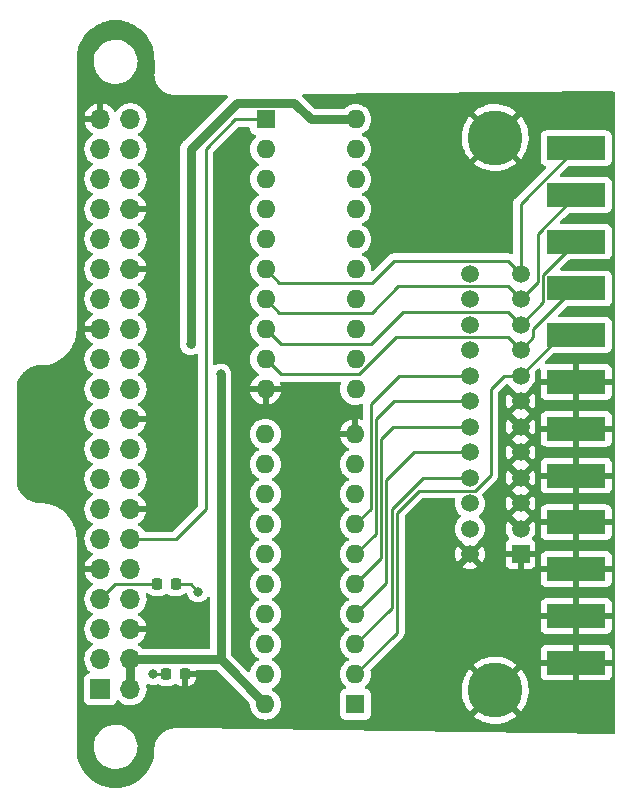
<source format=gbl>
%TF.GenerationSoftware,KiCad,Pcbnew,(6.0.0)*%
%TF.CreationDate,2022-08-18T22:07:18-04:00*%
%TF.ProjectId,gpib breakout,67706962-2062-4726-9561-6b6f75742e6b,rev?*%
%TF.SameCoordinates,Original*%
%TF.FileFunction,Copper,L2,Bot*%
%TF.FilePolarity,Positive*%
%FSLAX46Y46*%
G04 Gerber Fmt 4.6, Leading zero omitted, Abs format (unit mm)*
G04 Created by KiCad (PCBNEW (6.0.0)) date 2022-08-18 22:07:18*
%MOMM*%
%LPD*%
G01*
G04 APERTURE LIST*
G04 Aperture macros list*
%AMRoundRect*
0 Rectangle with rounded corners*
0 $1 Rounding radius*
0 $2 $3 $4 $5 $6 $7 $8 $9 X,Y pos of 4 corners*
0 Add a 4 corners polygon primitive as box body*
4,1,4,$2,$3,$4,$5,$6,$7,$8,$9,$2,$3,0*
0 Add four circle primitives for the rounded corners*
1,1,$1+$1,$2,$3*
1,1,$1+$1,$4,$5*
1,1,$1+$1,$6,$7*
1,1,$1+$1,$8,$9*
0 Add four rect primitives between the rounded corners*
20,1,$1+$1,$2,$3,$4,$5,0*
20,1,$1+$1,$4,$5,$6,$7,0*
20,1,$1+$1,$6,$7,$8,$9,0*
20,1,$1+$1,$8,$9,$2,$3,0*%
G04 Aperture macros list end*
%TA.AperFunction,SMDPad,CuDef*%
%ADD10R,5.000000X2.000000*%
%TD*%
%TA.AperFunction,ComponentPad*%
%ADD11R,1.600000X1.600000*%
%TD*%
%TA.AperFunction,ComponentPad*%
%ADD12O,1.600000X1.600000*%
%TD*%
%TA.AperFunction,ComponentPad*%
%ADD13C,1.500000*%
%TD*%
%TA.AperFunction,ComponentPad*%
%ADD14R,1.500000X1.500000*%
%TD*%
%TA.AperFunction,ComponentPad*%
%ADD15C,4.650000*%
%TD*%
%TA.AperFunction,ComponentPad*%
%ADD16R,1.700000X1.700000*%
%TD*%
%TA.AperFunction,ComponentPad*%
%ADD17O,1.700000X1.700000*%
%TD*%
%TA.AperFunction,SMDPad,CuDef*%
%ADD18RoundRect,0.225000X0.225000X0.250000X-0.225000X0.250000X-0.225000X-0.250000X0.225000X-0.250000X0*%
%TD*%
%TA.AperFunction,ViaPad*%
%ADD19C,0.800000*%
%TD*%
%TA.AperFunction,Conductor*%
%ADD20C,0.250000*%
%TD*%
%TA.AperFunction,Conductor*%
%ADD21C,0.750000*%
%TD*%
G04 APERTURE END LIST*
D10*
%TO.P,J1,A,Pin_A*%
%TO.N,/DIO5*%
X238390500Y-73575000D03*
%TO.P,J1,B,Pin_B*%
%TO.N,/DIO6*%
X238400500Y-77525000D03*
%TO.P,J1,C,Pin_C*%
%TO.N,/DIO7*%
X238400500Y-81485000D03*
%TO.P,J1,D,Pin_D*%
%TO.N,/DIO8*%
X238400500Y-85445000D03*
%TO.P,J1,E,Pin_E*%
%TO.N,/REN*%
X238400500Y-89405000D03*
%TO.P,J1,F,Pin_F*%
%TO.N,GND*%
X238400500Y-93365000D03*
%TO.P,J1,H,Pin_H*%
X238400500Y-97325000D03*
%TO.P,J1,J,Pin_J*%
X238400500Y-101285000D03*
%TO.P,J1,K,Pin_K*%
X238400500Y-105245000D03*
%TO.P,J1,L,Pin_L*%
X238400500Y-109205000D03*
%TO.P,J1,M,Pin_M*%
X238400500Y-113165000D03*
%TO.P,J1,N,Pin_N*%
X238400500Y-117125000D03*
%TD*%
D11*
%TO.P,U2,1,TE*%
%TO.N,/GPIO18*%
X219700000Y-120645000D03*
D12*
%TO.P,U2,2,REN_1*%
%TO.N,/REN*%
X219700000Y-118105000D03*
%TO.P,U2,3,IFC_1*%
%TO.N,/IFC*%
X219700000Y-115565000D03*
%TO.P,U2,4,NDAC_1*%
%TO.N,/NDAC*%
X219700000Y-113025000D03*
%TO.P,U2,5,NRFD_1*%
%TO.N,/NRFD*%
X219700000Y-110485000D03*
%TO.P,U2,6,DAV_1*%
%TO.N,/DAV*%
X219700000Y-107945000D03*
%TO.P,U2,7,EOI_1*%
%TO.N,/EOI*%
X219700000Y-105405000D03*
%TO.P,U2,8,ATN_1*%
%TO.N,/ATN*%
X219700000Y-102865000D03*
%TO.P,U2,9,SRQ_1*%
%TO.N,/SRQ*%
X219700000Y-100325000D03*
%TO.P,U2,10,GND*%
%TO.N,GND*%
X219700000Y-97785000D03*
%TO.P,U2,11,DC*%
%TO.N,/GPIO08*%
X212080000Y-97785000D03*
%TO.P,U2,12,SRQ_2*%
%TO.N,/GPIO11*%
X212080000Y-100325000D03*
%TO.P,U2,13,ATN_2*%
%TO.N,/GPIO25*%
X212080000Y-102865000D03*
%TO.P,U2,14,EOI_2*%
%TO.N,/GPIO09*%
X212080000Y-105405000D03*
%TO.P,U2,15,DAV_2*%
%TO.N,/GPIO10*%
X212080000Y-107945000D03*
%TO.P,U2,16,NRFD_2*%
%TO.N,/GPIO24*%
X212080000Y-110485000D03*
%TO.P,U2,17,NDAC_2*%
%TO.N,/GPIO23*%
X212080000Y-113025000D03*
%TO.P,U2,18,IFC_2*%
%TO.N,/GPIO22*%
X212080000Y-115565000D03*
%TO.P,U2,19,REN_2*%
%TO.N,/GPIO27*%
X212080000Y-118105000D03*
%TO.P,U2,20,VCC*%
%TO.N,+5V*%
X212080000Y-120645000D03*
%TD*%
D13*
%TO.P,J2,1,1*%
%TO.N,/DIO1*%
X229390000Y-84190000D03*
%TO.P,J2,2,2*%
%TO.N,/DIO2*%
X229390000Y-86350000D03*
%TO.P,J2,3,3*%
%TO.N,/DIO3*%
X229390000Y-88510000D03*
%TO.P,J2,4,4*%
%TO.N,/DIO4*%
X229390000Y-90670000D03*
%TO.P,J2,5,5*%
%TO.N,/EOI*%
X229390000Y-92830000D03*
%TO.P,J2,6,6*%
%TO.N,/DAV*%
X229390000Y-94990000D03*
%TO.P,J2,7,7*%
%TO.N,/NRFD*%
X229390000Y-97150000D03*
%TO.P,J2,8,8*%
%TO.N,/NDAC*%
X229390000Y-99310000D03*
%TO.P,J2,9,9*%
%TO.N,/IFC*%
X229390000Y-101470000D03*
%TO.P,J2,10,10*%
%TO.N,/SRQ*%
X229390000Y-103630000D03*
%TO.P,J2,11,11*%
%TO.N,/ATN*%
X229390000Y-105790000D03*
%TO.P,J2,12,12*%
%TO.N,GND*%
X229390000Y-107950000D03*
%TO.P,J2,13,13*%
%TO.N,/DIO5*%
X233680000Y-84190000D03*
%TO.P,J2,14,14*%
%TO.N,/DIO6*%
X233680000Y-86350000D03*
%TO.P,J2,15,15*%
%TO.N,/DIO7*%
X233680000Y-88510000D03*
%TO.P,J2,16,16*%
%TO.N,/DIO8*%
X233680000Y-90670000D03*
%TO.P,J2,17,17*%
%TO.N,/REN*%
X233680000Y-92830000D03*
%TO.P,J2,18,18*%
%TO.N,GND*%
X233680000Y-94990000D03*
%TO.P,J2,19,19*%
X233680000Y-97150000D03*
%TO.P,J2,20,20*%
X233680000Y-99310000D03*
%TO.P,J2,21,21*%
X233680000Y-101470000D03*
%TO.P,J2,22,22*%
X233680000Y-103630000D03*
%TO.P,J2,23,23*%
X233680000Y-105790000D03*
D14*
%TO.P,J2,24,24*%
X233680000Y-107950000D03*
D15*
%TO.P,J2,MH1,MH1*%
X231535000Y-119470000D03*
%TO.P,J2,MH2,MH2*%
X231535000Y-72670000D03*
%TD*%
D11*
%TO.P,U1,1,TE*%
%TO.N,/GPIO18*%
X212100000Y-71125000D03*
D12*
%TO.P,U1,2,B1*%
%TO.N,/DIO1*%
X212100000Y-73665000D03*
%TO.P,U1,3,B2*%
%TO.N,/DIO2*%
X212100000Y-76205000D03*
%TO.P,U1,4,B3*%
%TO.N,/DIO3*%
X212100000Y-78745000D03*
%TO.P,U1,5,B4*%
%TO.N,/DIO4*%
X212100000Y-81285000D03*
%TO.P,U1,6,B5*%
%TO.N,/DIO5*%
X212100000Y-83825000D03*
%TO.P,U1,7,B6*%
%TO.N,/DIO6*%
X212100000Y-86365000D03*
%TO.P,U1,8,B7*%
%TO.N,/DIO7*%
X212100000Y-88905000D03*
%TO.P,U1,9,B8*%
%TO.N,/DIO8*%
X212100000Y-91445000D03*
%TO.P,U1,10,GND*%
%TO.N,GND*%
X212100000Y-93985000D03*
%TO.P,U1,11,~{PE}*%
%TO.N,/GPIO07*%
X219720000Y-93985000D03*
%TO.P,U1,12,D8*%
%TO.N,/GPIO05*%
X219720000Y-91445000D03*
%TO.P,U1,13,D7*%
%TO.N,/GPIO06*%
X219720000Y-88905000D03*
%TO.P,U1,14,D6*%
%TO.N,/GPIO12*%
X219720000Y-86365000D03*
%TO.P,U1,15,D5*%
%TO.N,/GPIO13*%
X219720000Y-83825000D03*
%TO.P,U1,16,D4*%
%TO.N,/GPIO19*%
X219720000Y-81285000D03*
%TO.P,U1,17,D3*%
%TO.N,/GPIO16*%
X219720000Y-78745000D03*
%TO.P,U1,18,D2*%
%TO.N,/GPIO26*%
X219720000Y-76205000D03*
%TO.P,U1,19,D1*%
%TO.N,/GPIO20*%
X219720000Y-73665000D03*
%TO.P,U1,20,VCC*%
%TO.N,+5V*%
X219720000Y-71125000D03*
%TD*%
D16*
%TO.P,J3,1,3V3*%
%TO.N,+3V3*%
X198115000Y-119375000D03*
D17*
%TO.P,J3,2,5V*%
%TO.N,+5V*%
X200655000Y-119375000D03*
%TO.P,J3,3,SDA/GPIO2*%
%TO.N,unconnected-(J3-Pad3)*%
X198115000Y-116835000D03*
%TO.P,J3,4,5V*%
%TO.N,+5V*%
X200655000Y-116835000D03*
%TO.P,J3,5,SCL/GPIO3*%
%TO.N,unconnected-(J3-Pad5)*%
X198115000Y-114295000D03*
%TO.P,J3,6,GND*%
%TO.N,GND*%
X200655000Y-114295000D03*
%TO.P,J3,7,GCLK0/GPIO4*%
%TO.N,Net-(D1-Pad2)*%
X198115000Y-111755000D03*
%TO.P,J3,8,GPIO14/TXD*%
%TO.N,unconnected-(J3-Pad8)*%
X200655000Y-111755000D03*
%TO.P,J3,9,GND*%
%TO.N,GND*%
X198115000Y-109215000D03*
%TO.P,J3,10,GPIO15/RXD*%
%TO.N,unconnected-(J3-Pad10)*%
X200655000Y-109215000D03*
%TO.P,J3,11,GPIO17*%
%TO.N,unconnected-(J3-Pad11)*%
X198115000Y-106675000D03*
%TO.P,J3,12,GPIO18/PWM0*%
%TO.N,/GPIO18*%
X200655000Y-106675000D03*
%TO.P,J3,13,GPIO27*%
%TO.N,/GPIO27*%
X198115000Y-104135000D03*
%TO.P,J3,14,GND*%
%TO.N,GND*%
X200655000Y-104135000D03*
%TO.P,J3,15,GPIO22*%
%TO.N,/GPIO22*%
X198115000Y-101595000D03*
%TO.P,J3,16,GPIO23*%
%TO.N,/GPIO23*%
X200655000Y-101595000D03*
%TO.P,J3,17,3V3*%
%TO.N,+3V3*%
X198115000Y-99055000D03*
%TO.P,J3,18,GPIO24*%
%TO.N,/GPIO24*%
X200655000Y-99055000D03*
%TO.P,J3,19,MOSI0/GPIO10*%
%TO.N,/GPIO10*%
X198115000Y-96515000D03*
%TO.P,J3,20,GND*%
%TO.N,GND*%
X200655000Y-96515000D03*
%TO.P,J3,21,MISO0/GPIO9*%
%TO.N,/GPIO09*%
X198115000Y-93975000D03*
%TO.P,J3,22,GPIO25*%
%TO.N,/GPIO25*%
X200655000Y-93975000D03*
%TO.P,J3,23,SCLK0/GPIO11*%
%TO.N,/GPIO11*%
X198115000Y-91435000D03*
%TO.P,J3,24,~{CE0}/GPIO8*%
%TO.N,/GPIO08*%
X200655000Y-91435000D03*
%TO.P,J3,25,GND*%
%TO.N,GND*%
X198115000Y-88895000D03*
%TO.P,J3,26,~{CE1}/GPIO7*%
%TO.N,/GPIO07*%
X200655000Y-88895000D03*
%TO.P,J3,27,ID_SD/GPIO0*%
%TO.N,unconnected-(J3-Pad27)*%
X198115000Y-86355000D03*
%TO.P,J3,28,ID_SC/GPIO1*%
%TO.N,unconnected-(J3-Pad28)*%
X200655000Y-86355000D03*
%TO.P,J3,29,GCLK1/GPIO5*%
%TO.N,/GPIO05*%
X198115000Y-83815000D03*
%TO.P,J3,30,GND*%
%TO.N,GND*%
X200655000Y-83815000D03*
%TO.P,J3,31,GCLK2/GPIO6*%
%TO.N,/GPIO06*%
X198115000Y-81275000D03*
%TO.P,J3,32,PWM0/GPIO12*%
%TO.N,/GPIO12*%
X200655000Y-81275000D03*
%TO.P,J3,33,PWM1/GPIO13*%
%TO.N,/GPIO13*%
X198115000Y-78735000D03*
%TO.P,J3,34,GND*%
%TO.N,GND*%
X200655000Y-78735000D03*
%TO.P,J3,35,GPIO19/MISO1*%
%TO.N,/GPIO19*%
X198115000Y-76195000D03*
%TO.P,J3,36,GPIO16*%
%TO.N,/GPIO16*%
X200655000Y-76195000D03*
%TO.P,J3,37,GPIO26*%
%TO.N,/GPIO26*%
X198115000Y-73655000D03*
%TO.P,J3,38,GPIO20/MOSI1*%
%TO.N,/GPIO20*%
X200655000Y-73655000D03*
%TO.P,J3,39,GND*%
%TO.N,GND*%
X198115000Y-71115000D03*
%TO.P,J3,40,GPIO21/SCLK1*%
%TO.N,unconnected-(J3-Pad40)*%
X200655000Y-71115000D03*
%TD*%
D18*
%TO.P,D1,1,K*%
%TO.N,Net-(D1-Pad1)*%
X204470000Y-110490000D03*
%TO.P,D1,2,A*%
%TO.N,Net-(D1-Pad2)*%
X202920000Y-110490000D03*
%TD*%
%TO.P,D2,1,K*%
%TO.N,GND*%
X205245000Y-118110000D03*
%TO.P,D2,2,A*%
%TO.N,Net-(D2-Pad2)*%
X203695000Y-118110000D03*
%TD*%
D19*
%TO.N,+5V*%
X208280000Y-92710000D03*
X205740000Y-90170000D03*
%TO.N,Net-(D1-Pad1)*%
X206375000Y-111125000D03*
%TO.N,Net-(D2-Pad2)*%
X202565000Y-118110000D03*
%TD*%
D20*
%TO.N,/EOI*%
X220980000Y-104125000D02*
X220980000Y-95250000D01*
X223400000Y-92830000D02*
X229390000Y-92830000D01*
X219700000Y-105405000D02*
X220980000Y-104125000D01*
X220980000Y-95250000D02*
X223400000Y-92830000D01*
%TO.N,/DAV*%
X221429520Y-106215480D02*
X219700000Y-107945000D01*
X221429520Y-96520000D02*
X221429520Y-106215480D01*
X222959520Y-94990000D02*
X229390000Y-94990000D01*
X222959520Y-94990000D02*
X221429520Y-96520000D01*
%TO.N,/NRFD*%
X221879040Y-98160960D02*
X221879040Y-108305960D01*
X222890000Y-97150000D02*
X221879040Y-98160960D01*
X221879040Y-108305960D02*
X219700000Y-110485000D01*
X229390000Y-97150000D02*
X222890000Y-97150000D01*
%TO.N,/NDAC*%
X229390000Y-99310000D02*
X224697120Y-99310000D01*
X224697120Y-99310000D02*
X222328560Y-101678560D01*
X222328560Y-110396440D02*
X219700000Y-113025000D01*
X222328560Y-101678560D02*
X222328560Y-110396440D01*
%TO.N,/IFC*%
X222778080Y-112486920D02*
X219700000Y-115565000D01*
X222778080Y-104140000D02*
X222778080Y-112486920D01*
X225448080Y-101470000D02*
X229390000Y-101470000D01*
X225448080Y-101470000D02*
X222778080Y-104140000D01*
%TO.N,/DIO5*%
X220185789Y-84949511D02*
X213224511Y-84949511D01*
X220185789Y-84949511D02*
X221120489Y-84949511D01*
X221120489Y-84949511D02*
X222954511Y-83115489D01*
X233680000Y-84190000D02*
X232605489Y-83115489D01*
X238390500Y-73575000D02*
X233680000Y-78285500D01*
X233680000Y-78285500D02*
X233680000Y-84190000D01*
X213224511Y-84949511D02*
X212100000Y-83825000D01*
X232605489Y-83115489D02*
X222954511Y-83115489D01*
%TO.N,/DIO6*%
X235126469Y-84903531D02*
X233680000Y-86350000D01*
X233680000Y-86350000D02*
X232605489Y-85275489D01*
X238400500Y-77525000D02*
X235126469Y-80799031D01*
X213224511Y-87489511D02*
X212100000Y-86365000D01*
X235126469Y-80799031D02*
X235126469Y-84903531D01*
X221120489Y-87489511D02*
X223334511Y-85275489D01*
X219850489Y-87489511D02*
X213224511Y-87489511D01*
X219850489Y-87489511D02*
X221120489Y-87489511D01*
X232605489Y-85275489D02*
X223334511Y-85275489D01*
%TO.N,/DIO7*%
X235575989Y-86614011D02*
X233680000Y-88510000D01*
X220980000Y-90170000D02*
X223714511Y-87435489D01*
X223714511Y-87435489D02*
X232605489Y-87435489D01*
X220045300Y-90170000D02*
X220980000Y-90170000D01*
X235575989Y-84309511D02*
X235575989Y-86614011D01*
X213365000Y-90170000D02*
X220045300Y-90170000D01*
X238400500Y-81485000D02*
X235575989Y-84309511D01*
X212100000Y-88905000D02*
X213365000Y-90170000D01*
X232605489Y-87435489D02*
X233680000Y-88510000D01*
%TO.N,/DIO8*%
X233680000Y-90670000D02*
X232605489Y-89595489D01*
X234754511Y-89595489D02*
X233680000Y-90670000D01*
X220045300Y-92710000D02*
X223159811Y-89595489D01*
X220045300Y-92710000D02*
X213365000Y-92710000D01*
X238400500Y-85445000D02*
X238211478Y-85445000D01*
X213365000Y-92710000D02*
X212100000Y-91445000D01*
X234754511Y-88901967D02*
X234754511Y-89595489D01*
X238211478Y-85445000D02*
X234754511Y-88901967D01*
X232605489Y-89595489D02*
X224215489Y-89595489D01*
X223159811Y-89595489D02*
X224215489Y-89595489D01*
%TO.N,/REN*%
X231140000Y-93980000D02*
X231140000Y-101239589D01*
X225104511Y-102555489D02*
X223227600Y-104432400D01*
X233680000Y-92830000D02*
X232290000Y-92830000D01*
X238400500Y-89405000D02*
X237105000Y-89405000D01*
X223227600Y-104432400D02*
X223227600Y-114577400D01*
X231140000Y-101239589D02*
X229824100Y-102555489D01*
X223227600Y-114577400D02*
X219700000Y-118105000D01*
X237105000Y-89405000D02*
X233680000Y-92830000D01*
X232290000Y-92830000D02*
X231140000Y-93980000D01*
X229824100Y-102555489D02*
X225104511Y-102555489D01*
D21*
%TO.N,+5V*%
X219720000Y-71125000D02*
X217175000Y-71125000D01*
X205740000Y-73660000D02*
X205740000Y-90170000D01*
X208280000Y-116845000D02*
X208270000Y-116835000D01*
X209649511Y-69750489D02*
X205740000Y-73660000D01*
X200655000Y-116835000D02*
X200655000Y-119375000D01*
X208280000Y-116845000D02*
X212080000Y-120645000D01*
X215905000Y-71125000D02*
X214530489Y-69750489D01*
X208270000Y-116835000D02*
X200655000Y-116835000D01*
X214530489Y-69750489D02*
X209649511Y-69750489D01*
X208280000Y-92710000D02*
X208280000Y-116845000D01*
X217175000Y-71125000D02*
X215905000Y-71125000D01*
D20*
%TO.N,Net-(D1-Pad1)*%
X204470000Y-110490000D02*
X205740000Y-110490000D01*
X205740000Y-110490000D02*
X206375000Y-111125000D01*
%TO.N,Net-(D1-Pad2)*%
X202920000Y-110490000D02*
X199380000Y-110490000D01*
X199380000Y-110490000D02*
X198115000Y-111755000D01*
%TO.N,/GPIO18*%
X212100000Y-71125000D02*
X209545000Y-71125000D01*
X207010000Y-73660000D02*
X207010000Y-104140000D01*
X207010000Y-104140000D02*
X204475000Y-106675000D01*
X204475000Y-106675000D02*
X200655000Y-106675000D01*
X209545000Y-71125000D02*
X207010000Y-73660000D01*
%TO.N,Net-(D2-Pad2)*%
X203695000Y-118110000D02*
X202565000Y-118110000D01*
%TD*%
%TA.AperFunction,Conductor*%
%TO.N,GND*%
G36*
X199692691Y-62753864D02*
G01*
X199728553Y-62755743D01*
X199741669Y-62757121D01*
X200070002Y-62809124D01*
X200082903Y-62811866D01*
X200404002Y-62897904D01*
X200416536Y-62901976D01*
X200726878Y-63021106D01*
X200738926Y-63026470D01*
X201035120Y-63177388D01*
X201046542Y-63183983D01*
X201325333Y-63365032D01*
X201335990Y-63372775D01*
X201594348Y-63581989D01*
X201604139Y-63590806D01*
X201839194Y-63825861D01*
X201848011Y-63835652D01*
X202057225Y-64094010D01*
X202064968Y-64104667D01*
X202246017Y-64383458D01*
X202252612Y-64394880D01*
X202403530Y-64691074D01*
X202408893Y-64703121D01*
X202466943Y-64854343D01*
X202528022Y-65013459D01*
X202532096Y-65025998D01*
X202597289Y-65269304D01*
X202618134Y-65347098D01*
X202620876Y-65359998D01*
X202672879Y-65688331D01*
X202674257Y-65701445D01*
X202686958Y-65943783D01*
X202689764Y-65997329D01*
X202688436Y-66023312D01*
X202688195Y-66024856D01*
X202688195Y-66024860D01*
X202686814Y-66033730D01*
X202687978Y-66042632D01*
X202687978Y-66042635D01*
X202690936Y-66065251D01*
X202692000Y-66081589D01*
X202692000Y-67256793D01*
X202690254Y-67277697D01*
X202686929Y-67297461D01*
X202686776Y-67310000D01*
X202687466Y-67314819D01*
X202687506Y-67315098D01*
X202688456Y-67323962D01*
X202705602Y-67563682D01*
X202706558Y-67568076D01*
X202758706Y-67807803D01*
X202758708Y-67807810D01*
X202759663Y-67812200D01*
X202761235Y-67816415D01*
X202761236Y-67816418D01*
X202776000Y-67856001D01*
X202848542Y-68050495D01*
X202970430Y-68273715D01*
X203122844Y-68477317D01*
X203302683Y-68657156D01*
X203506285Y-68809570D01*
X203729505Y-68931458D01*
X203848653Y-68975898D01*
X203963582Y-69018764D01*
X203963585Y-69018765D01*
X203967800Y-69020337D01*
X203972190Y-69021292D01*
X203972197Y-69021294D01*
X204154899Y-69061037D01*
X204216318Y-69074398D01*
X204220806Y-69074719D01*
X204436729Y-69090163D01*
X204448637Y-69091587D01*
X204452661Y-69092264D01*
X204452667Y-69092265D01*
X204457461Y-69093071D01*
X204463816Y-69093149D01*
X204465141Y-69093165D01*
X204465145Y-69093165D01*
X204470000Y-69093224D01*
X204474809Y-69092535D01*
X204474813Y-69092535D01*
X204488384Y-69090591D01*
X204500412Y-69088869D01*
X204517145Y-69087601D01*
X208795655Y-69049583D01*
X208863950Y-69068979D01*
X208910918Y-69122219D01*
X208921646Y-69192401D01*
X208892728Y-69257241D01*
X208885869Y-69264673D01*
X205171454Y-72979088D01*
X205156426Y-72991925D01*
X205145566Y-72999815D01*
X205141145Y-73004725D01*
X205141144Y-73004726D01*
X205101114Y-73049184D01*
X205096573Y-73053969D01*
X205082528Y-73068014D01*
X205080444Y-73070588D01*
X205080441Y-73070591D01*
X205070031Y-73083446D01*
X205065747Y-73088462D01*
X205025717Y-73132920D01*
X205025713Y-73132925D01*
X205021296Y-73137831D01*
X205014791Y-73149097D01*
X205014589Y-73149448D01*
X205003391Y-73165741D01*
X204994953Y-73176161D01*
X204964787Y-73235363D01*
X204961654Y-73241133D01*
X204931740Y-73292945D01*
X204931738Y-73292950D01*
X204928436Y-73298669D01*
X204926395Y-73304949D01*
X204926392Y-73304957D01*
X204924292Y-73311421D01*
X204916728Y-73329683D01*
X204913637Y-73335749D01*
X204913634Y-73335758D01*
X204910638Y-73341637D01*
X204908929Y-73348015D01*
X204893444Y-73405804D01*
X204891578Y-73412106D01*
X204871046Y-73475298D01*
X204870356Y-73481866D01*
X204869645Y-73488628D01*
X204866042Y-73508071D01*
X204862570Y-73521029D01*
X204862225Y-73527619D01*
X204862224Y-73527623D01*
X204859093Y-73587367D01*
X204858577Y-73593931D01*
X204856500Y-73613694D01*
X204856500Y-73633555D01*
X204856327Y-73640150D01*
X204854738Y-73670475D01*
X204852850Y-73706493D01*
X204853882Y-73713007D01*
X204854949Y-73719744D01*
X204856500Y-73739456D01*
X204856500Y-89929210D01*
X204850333Y-89968146D01*
X204846458Y-89980072D01*
X204845768Y-89986633D01*
X204845768Y-89986635D01*
X204829724Y-90139284D01*
X204826496Y-90170000D01*
X204827186Y-90176565D01*
X204840438Y-90302647D01*
X204846458Y-90359928D01*
X204905473Y-90541556D01*
X205000960Y-90706944D01*
X205005378Y-90711851D01*
X205005379Y-90711852D01*
X205103500Y-90820826D01*
X205128747Y-90848866D01*
X205176959Y-90883894D01*
X205253816Y-90939734D01*
X205283248Y-90961118D01*
X205289276Y-90963802D01*
X205289278Y-90963803D01*
X205451681Y-91036109D01*
X205457712Y-91038794D01*
X205551113Y-91058647D01*
X205638056Y-91077128D01*
X205638061Y-91077128D01*
X205644513Y-91078500D01*
X205835487Y-91078500D01*
X205841939Y-91077128D01*
X205841944Y-91077128D01*
X205928888Y-91058647D01*
X206022288Y-91038794D01*
X206046656Y-91027945D01*
X206196752Y-90961118D01*
X206197677Y-90963196D01*
X206256488Y-90948924D01*
X206323581Y-90972141D01*
X206367472Y-91027945D01*
X206376500Y-91074782D01*
X206376500Y-103825405D01*
X206356498Y-103893526D01*
X206339595Y-103914500D01*
X204249500Y-106004595D01*
X204187188Y-106038621D01*
X204160405Y-106041500D01*
X201931805Y-106041500D01*
X201863684Y-106021498D01*
X201826013Y-105983940D01*
X201737822Y-105847617D01*
X201737820Y-105847614D01*
X201735014Y-105843277D01*
X201584670Y-105678051D01*
X201580619Y-105674852D01*
X201580615Y-105674848D01*
X201413414Y-105542800D01*
X201413410Y-105542798D01*
X201409359Y-105539598D01*
X201367569Y-105516529D01*
X201317598Y-105466097D01*
X201302826Y-105396654D01*
X201327942Y-105330248D01*
X201355294Y-105303641D01*
X201530328Y-105178792D01*
X201538200Y-105172139D01*
X201689052Y-105021812D01*
X201695730Y-105013965D01*
X201820003Y-104841020D01*
X201825313Y-104832183D01*
X201919670Y-104641267D01*
X201923469Y-104631672D01*
X201985377Y-104427910D01*
X201987555Y-104417837D01*
X201988986Y-104406962D01*
X201986775Y-104392778D01*
X201973617Y-104389000D01*
X200527000Y-104389000D01*
X200458879Y-104368998D01*
X200412386Y-104315342D01*
X200401000Y-104263000D01*
X200401000Y-104007000D01*
X200421002Y-103938879D01*
X200474658Y-103892386D01*
X200527000Y-103881000D01*
X201973344Y-103881000D01*
X201986875Y-103877027D01*
X201988180Y-103867947D01*
X201946214Y-103700875D01*
X201942894Y-103691124D01*
X201857972Y-103495814D01*
X201853105Y-103486739D01*
X201737426Y-103307926D01*
X201731136Y-103299757D01*
X201587806Y-103142240D01*
X201580273Y-103135215D01*
X201413139Y-103003222D01*
X201404556Y-102997520D01*
X201367602Y-102977120D01*
X201317631Y-102926687D01*
X201302859Y-102857245D01*
X201327975Y-102790839D01*
X201355327Y-102764232D01*
X201391649Y-102738324D01*
X201534860Y-102636173D01*
X201578854Y-102592333D01*
X201648375Y-102523054D01*
X201693096Y-102478489D01*
X201752594Y-102395689D01*
X201820435Y-102301277D01*
X201823453Y-102297077D01*
X201844320Y-102254857D01*
X201920136Y-102101453D01*
X201920137Y-102101451D01*
X201922430Y-102096811D01*
X201980993Y-101904059D01*
X201985865Y-101888023D01*
X201985865Y-101888021D01*
X201987370Y-101883069D01*
X202016529Y-101661590D01*
X202017014Y-101641732D01*
X202018074Y-101598365D01*
X202018074Y-101598361D01*
X202018156Y-101595000D01*
X201999852Y-101372361D01*
X201945431Y-101155702D01*
X201856354Y-100950840D01*
X201792105Y-100851526D01*
X201737822Y-100767617D01*
X201737820Y-100767614D01*
X201735014Y-100763277D01*
X201584670Y-100598051D01*
X201580619Y-100594852D01*
X201580615Y-100594848D01*
X201413414Y-100462800D01*
X201413410Y-100462798D01*
X201409359Y-100459598D01*
X201368053Y-100436796D01*
X201318084Y-100386364D01*
X201303312Y-100316921D01*
X201328428Y-100250516D01*
X201355780Y-100223909D01*
X201413626Y-100182648D01*
X201534860Y-100096173D01*
X201693096Y-99938489D01*
X201752594Y-99855689D01*
X201820435Y-99761277D01*
X201823453Y-99757077D01*
X201844320Y-99714857D01*
X201920136Y-99561453D01*
X201920137Y-99561451D01*
X201922430Y-99556811D01*
X201987370Y-99343069D01*
X202016529Y-99121590D01*
X202016611Y-99118240D01*
X202018074Y-99058365D01*
X202018074Y-99058361D01*
X202018156Y-99055000D01*
X201999852Y-98832361D01*
X201945431Y-98615702D01*
X201856354Y-98410840D01*
X201809937Y-98339090D01*
X201737822Y-98227617D01*
X201737820Y-98227614D01*
X201735014Y-98223277D01*
X201584670Y-98058051D01*
X201580619Y-98054852D01*
X201580615Y-98054848D01*
X201413414Y-97922800D01*
X201413410Y-97922798D01*
X201409359Y-97919598D01*
X201367569Y-97896529D01*
X201317598Y-97846097D01*
X201302826Y-97776654D01*
X201327942Y-97710248D01*
X201355294Y-97683641D01*
X201530328Y-97558792D01*
X201538200Y-97552139D01*
X201689052Y-97401812D01*
X201695730Y-97393965D01*
X201820003Y-97221020D01*
X201825313Y-97212183D01*
X201919670Y-97021267D01*
X201923469Y-97011672D01*
X201985377Y-96807910D01*
X201987555Y-96797837D01*
X201988986Y-96786962D01*
X201986775Y-96772778D01*
X201973617Y-96769000D01*
X200527000Y-96769000D01*
X200458879Y-96748998D01*
X200412386Y-96695342D01*
X200401000Y-96643000D01*
X200401000Y-96387000D01*
X200421002Y-96318879D01*
X200474658Y-96272386D01*
X200527000Y-96261000D01*
X201973344Y-96261000D01*
X201986875Y-96257027D01*
X201988180Y-96247947D01*
X201946214Y-96080875D01*
X201942894Y-96071124D01*
X201857972Y-95875814D01*
X201853105Y-95866739D01*
X201737426Y-95687926D01*
X201731136Y-95679757D01*
X201587806Y-95522240D01*
X201580273Y-95515215D01*
X201413139Y-95383222D01*
X201404556Y-95377520D01*
X201367602Y-95357120D01*
X201317631Y-95306687D01*
X201302859Y-95237245D01*
X201327975Y-95170839D01*
X201355327Y-95144232D01*
X201390798Y-95118931D01*
X201534860Y-95016173D01*
X201555631Y-94995475D01*
X201678904Y-94872631D01*
X201693096Y-94858489D01*
X201711502Y-94832875D01*
X201820435Y-94681277D01*
X201823453Y-94677077D01*
X201844320Y-94634857D01*
X201920136Y-94481453D01*
X201920137Y-94481451D01*
X201922430Y-94476811D01*
X201961840Y-94347099D01*
X201985865Y-94268023D01*
X201985865Y-94268021D01*
X201987370Y-94263069D01*
X202016529Y-94041590D01*
X202017304Y-94009875D01*
X202018074Y-93978365D01*
X202018074Y-93978361D01*
X202018156Y-93975000D01*
X201999852Y-93752361D01*
X201945431Y-93535702D01*
X201856354Y-93330840D01*
X201816906Y-93269862D01*
X201737822Y-93147617D01*
X201737820Y-93147614D01*
X201735014Y-93143277D01*
X201584670Y-92978051D01*
X201580619Y-92974852D01*
X201580615Y-92974848D01*
X201413414Y-92842800D01*
X201413410Y-92842798D01*
X201409359Y-92839598D01*
X201368053Y-92816796D01*
X201318084Y-92766364D01*
X201303312Y-92696921D01*
X201328428Y-92630516D01*
X201355780Y-92603909D01*
X201399603Y-92572650D01*
X201534860Y-92476173D01*
X201556753Y-92454357D01*
X201651571Y-92359869D01*
X201693096Y-92318489D01*
X201704261Y-92302952D01*
X201820435Y-92141277D01*
X201823453Y-92137077D01*
X201840455Y-92102677D01*
X201920136Y-91941453D01*
X201920137Y-91941451D01*
X201922430Y-91936811D01*
X201987370Y-91723069D01*
X202016529Y-91501590D01*
X202017912Y-91445000D01*
X202018074Y-91438365D01*
X202018074Y-91438361D01*
X202018156Y-91435000D01*
X201999852Y-91212361D01*
X201945431Y-90995702D01*
X201856354Y-90790840D01*
X201795390Y-90696604D01*
X201737822Y-90607617D01*
X201737820Y-90607614D01*
X201735014Y-90603277D01*
X201584670Y-90438051D01*
X201580619Y-90434852D01*
X201580615Y-90434848D01*
X201413414Y-90302800D01*
X201413410Y-90302798D01*
X201409359Y-90299598D01*
X201368053Y-90276796D01*
X201318084Y-90226364D01*
X201303312Y-90156921D01*
X201328428Y-90090516D01*
X201355780Y-90063909D01*
X201423985Y-90015259D01*
X201534860Y-89936173D01*
X201541848Y-89929210D01*
X201689435Y-89782137D01*
X201693096Y-89778489D01*
X201823453Y-89597077D01*
X201836995Y-89569678D01*
X201920136Y-89401453D01*
X201920137Y-89401451D01*
X201922430Y-89396811D01*
X201976441Y-89219040D01*
X201985865Y-89188023D01*
X201985865Y-89188021D01*
X201987370Y-89183069D01*
X202016529Y-88961590D01*
X202017226Y-88933079D01*
X202018074Y-88898365D01*
X202018074Y-88898361D01*
X202018156Y-88895000D01*
X201999852Y-88672361D01*
X201945431Y-88455702D01*
X201856354Y-88250840D01*
X201773331Y-88122506D01*
X201737822Y-88067617D01*
X201737820Y-88067614D01*
X201735014Y-88063277D01*
X201584670Y-87898051D01*
X201580619Y-87894852D01*
X201580615Y-87894848D01*
X201413414Y-87762800D01*
X201413410Y-87762798D01*
X201409359Y-87759598D01*
X201368053Y-87736796D01*
X201318084Y-87686364D01*
X201303312Y-87616921D01*
X201328428Y-87550516D01*
X201355780Y-87523909D01*
X201399603Y-87492650D01*
X201534860Y-87396173D01*
X201556753Y-87374357D01*
X201689435Y-87242137D01*
X201693096Y-87238489D01*
X201752594Y-87155689D01*
X201820435Y-87061277D01*
X201823453Y-87057077D01*
X201844320Y-87014857D01*
X201920136Y-86861453D01*
X201920137Y-86861451D01*
X201922430Y-86856811D01*
X201987370Y-86643069D01*
X202016529Y-86421590D01*
X202016611Y-86418240D01*
X202018074Y-86358365D01*
X202018074Y-86358361D01*
X202018156Y-86355000D01*
X201999852Y-86132361D01*
X201945431Y-85915702D01*
X201856354Y-85710840D01*
X201773331Y-85582506D01*
X201737822Y-85527617D01*
X201737820Y-85527614D01*
X201735014Y-85523277D01*
X201584670Y-85358051D01*
X201580619Y-85354852D01*
X201580615Y-85354848D01*
X201413414Y-85222800D01*
X201413410Y-85222798D01*
X201409359Y-85219598D01*
X201367569Y-85196529D01*
X201317598Y-85146097D01*
X201302826Y-85076654D01*
X201327942Y-85010248D01*
X201355294Y-84983641D01*
X201530328Y-84858792D01*
X201538200Y-84852139D01*
X201689052Y-84701812D01*
X201695730Y-84693965D01*
X201820003Y-84521020D01*
X201825313Y-84512183D01*
X201919670Y-84321267D01*
X201923469Y-84311672D01*
X201985377Y-84107910D01*
X201987555Y-84097837D01*
X201988986Y-84086962D01*
X201986775Y-84072778D01*
X201973617Y-84069000D01*
X200527000Y-84069000D01*
X200458879Y-84048998D01*
X200412386Y-83995342D01*
X200401000Y-83943000D01*
X200401000Y-83687000D01*
X200421002Y-83618879D01*
X200474658Y-83572386D01*
X200527000Y-83561000D01*
X201973344Y-83561000D01*
X201986875Y-83557027D01*
X201988180Y-83547947D01*
X201946214Y-83380875D01*
X201942894Y-83371124D01*
X201857972Y-83175814D01*
X201853105Y-83166739D01*
X201737426Y-82987926D01*
X201731136Y-82979757D01*
X201587806Y-82822240D01*
X201580273Y-82815215D01*
X201413139Y-82683222D01*
X201404556Y-82677520D01*
X201367602Y-82657120D01*
X201317631Y-82606687D01*
X201302859Y-82537245D01*
X201327975Y-82470839D01*
X201355327Y-82444232D01*
X201390188Y-82419366D01*
X201534860Y-82316173D01*
X201556753Y-82294357D01*
X201689435Y-82162137D01*
X201693096Y-82158489D01*
X201752594Y-82075689D01*
X201820435Y-81981277D01*
X201823453Y-81977077D01*
X201844320Y-81934857D01*
X201920136Y-81781453D01*
X201920137Y-81781451D01*
X201922430Y-81776811D01*
X201987370Y-81563069D01*
X202016529Y-81341590D01*
X202017912Y-81285000D01*
X202018074Y-81278365D01*
X202018074Y-81278361D01*
X202018156Y-81275000D01*
X201999852Y-81052361D01*
X201945431Y-80835702D01*
X201856354Y-80630840D01*
X201816906Y-80569862D01*
X201737822Y-80447617D01*
X201737820Y-80447614D01*
X201735014Y-80443277D01*
X201584670Y-80278051D01*
X201580619Y-80274852D01*
X201580615Y-80274848D01*
X201413414Y-80142800D01*
X201413410Y-80142798D01*
X201409359Y-80139598D01*
X201367569Y-80116529D01*
X201317598Y-80066097D01*
X201302826Y-79996654D01*
X201327942Y-79930248D01*
X201355294Y-79903641D01*
X201530328Y-79778792D01*
X201538200Y-79772139D01*
X201689052Y-79621812D01*
X201695730Y-79613965D01*
X201820003Y-79441020D01*
X201825313Y-79432183D01*
X201919670Y-79241267D01*
X201923469Y-79231672D01*
X201985377Y-79027910D01*
X201987555Y-79017837D01*
X201988986Y-79006962D01*
X201986775Y-78992778D01*
X201973617Y-78989000D01*
X200527000Y-78989000D01*
X200458879Y-78968998D01*
X200412386Y-78915342D01*
X200401000Y-78863000D01*
X200401000Y-78607000D01*
X200421002Y-78538879D01*
X200474658Y-78492386D01*
X200527000Y-78481000D01*
X201973344Y-78481000D01*
X201986875Y-78477027D01*
X201988180Y-78467947D01*
X201946214Y-78300875D01*
X201942894Y-78291124D01*
X201857972Y-78095814D01*
X201853105Y-78086739D01*
X201737426Y-77907926D01*
X201731136Y-77899757D01*
X201587806Y-77742240D01*
X201580273Y-77735215D01*
X201413139Y-77603222D01*
X201404556Y-77597520D01*
X201367602Y-77577120D01*
X201317631Y-77526687D01*
X201302859Y-77457245D01*
X201327975Y-77390839D01*
X201355327Y-77364232D01*
X201390188Y-77339366D01*
X201534860Y-77236173D01*
X201556753Y-77214357D01*
X201689435Y-77082137D01*
X201693096Y-77078489D01*
X201752594Y-76995689D01*
X201820435Y-76901277D01*
X201823453Y-76897077D01*
X201844320Y-76854857D01*
X201920136Y-76701453D01*
X201920137Y-76701451D01*
X201922430Y-76696811D01*
X201987370Y-76483069D01*
X202016529Y-76261590D01*
X202017912Y-76205000D01*
X202018074Y-76198365D01*
X202018074Y-76198361D01*
X202018156Y-76195000D01*
X201999852Y-75972361D01*
X201945431Y-75755702D01*
X201856354Y-75550840D01*
X201813606Y-75484761D01*
X201737822Y-75367617D01*
X201737820Y-75367614D01*
X201735014Y-75363277D01*
X201584670Y-75198051D01*
X201580619Y-75194852D01*
X201580615Y-75194848D01*
X201413414Y-75062800D01*
X201413410Y-75062798D01*
X201409359Y-75059598D01*
X201368053Y-75036796D01*
X201318084Y-74986364D01*
X201303312Y-74916921D01*
X201328428Y-74850516D01*
X201355780Y-74823909D01*
X201399603Y-74792650D01*
X201534860Y-74696173D01*
X201556753Y-74674357D01*
X201689435Y-74542137D01*
X201693096Y-74538489D01*
X201752594Y-74455689D01*
X201820435Y-74361277D01*
X201823453Y-74357077D01*
X201844320Y-74314857D01*
X201920136Y-74161453D01*
X201920137Y-74161451D01*
X201922430Y-74156811D01*
X201987370Y-73943069D01*
X202016529Y-73721590D01*
X202017912Y-73665000D01*
X202018074Y-73658365D01*
X202018074Y-73658361D01*
X202018156Y-73655000D01*
X201999852Y-73432361D01*
X201945431Y-73215702D01*
X201856354Y-73010840D01*
X201752927Y-72850966D01*
X201737822Y-72827617D01*
X201737820Y-72827614D01*
X201735014Y-72823277D01*
X201584670Y-72658051D01*
X201580619Y-72654852D01*
X201580615Y-72654848D01*
X201413414Y-72522800D01*
X201413410Y-72522798D01*
X201409359Y-72519598D01*
X201368053Y-72496796D01*
X201318084Y-72446364D01*
X201303312Y-72376921D01*
X201328428Y-72310516D01*
X201355780Y-72283909D01*
X201400661Y-72251896D01*
X201534860Y-72156173D01*
X201556753Y-72134357D01*
X201662978Y-72028502D01*
X201693096Y-71998489D01*
X201823453Y-71817077D01*
X201833352Y-71797049D01*
X201920136Y-71621453D01*
X201920137Y-71621451D01*
X201922430Y-71616811D01*
X201987370Y-71403069D01*
X202016529Y-71181590D01*
X202017997Y-71121504D01*
X202018074Y-71118365D01*
X202018074Y-71118361D01*
X202018156Y-71115000D01*
X201999852Y-70892361D01*
X201945431Y-70675702D01*
X201856354Y-70470840D01*
X201735014Y-70283277D01*
X201584670Y-70118051D01*
X201580619Y-70114852D01*
X201580615Y-70114848D01*
X201413414Y-69982800D01*
X201413410Y-69982798D01*
X201409359Y-69979598D01*
X201373028Y-69959542D01*
X201330314Y-69935963D01*
X201213789Y-69871638D01*
X201208920Y-69869914D01*
X201208916Y-69869912D01*
X201008087Y-69798795D01*
X201008083Y-69798794D01*
X201003212Y-69797069D01*
X200998119Y-69796162D01*
X200998116Y-69796161D01*
X200788373Y-69758800D01*
X200788367Y-69758799D01*
X200783284Y-69757894D01*
X200709452Y-69756992D01*
X200565081Y-69755228D01*
X200565079Y-69755228D01*
X200559911Y-69755165D01*
X200339091Y-69788955D01*
X200126756Y-69858357D01*
X199928607Y-69961507D01*
X199924474Y-69964610D01*
X199924471Y-69964612D01*
X199754100Y-70092530D01*
X199749965Y-70095635D01*
X199595629Y-70257138D01*
X199592715Y-70261410D01*
X199592714Y-70261411D01*
X199582214Y-70276803D01*
X199490011Y-70411969D01*
X199487898Y-70415066D01*
X199432987Y-70460069D01*
X199362462Y-70468240D01*
X199298715Y-70436986D01*
X199278018Y-70412502D01*
X199197426Y-70287926D01*
X199191136Y-70279757D01*
X199047806Y-70122240D01*
X199040273Y-70115215D01*
X198873139Y-69983222D01*
X198864552Y-69977517D01*
X198678117Y-69874599D01*
X198668705Y-69870369D01*
X198467959Y-69799280D01*
X198457988Y-69796646D01*
X198386837Y-69783972D01*
X198373540Y-69785432D01*
X198369000Y-69799989D01*
X198369000Y-71243000D01*
X198348998Y-71311121D01*
X198295342Y-71357614D01*
X198243000Y-71369000D01*
X196798225Y-71369000D01*
X196784694Y-71372973D01*
X196783257Y-71382966D01*
X196813565Y-71517446D01*
X196816645Y-71527275D01*
X196896770Y-71724603D01*
X196901413Y-71733794D01*
X197012694Y-71915388D01*
X197018777Y-71923699D01*
X197158213Y-72084667D01*
X197165580Y-72091883D01*
X197329434Y-72227916D01*
X197337881Y-72233831D01*
X197406969Y-72274203D01*
X197455693Y-72325842D01*
X197468764Y-72395625D01*
X197442033Y-72461396D01*
X197401584Y-72494752D01*
X197388607Y-72501507D01*
X197384474Y-72504610D01*
X197384471Y-72504612D01*
X197349813Y-72530634D01*
X197209965Y-72635635D01*
X197055629Y-72797138D01*
X196929743Y-72981680D01*
X196914003Y-73015590D01*
X196847883Y-73158034D01*
X196835688Y-73184305D01*
X196775989Y-73399570D01*
X196752251Y-73621695D01*
X196752548Y-73626848D01*
X196752548Y-73626851D01*
X196757904Y-73719744D01*
X196765110Y-73844715D01*
X196766247Y-73849761D01*
X196766248Y-73849767D01*
X196767321Y-73854527D01*
X196814222Y-74062639D01*
X196898266Y-74269616D01*
X196949019Y-74352438D01*
X197012291Y-74455688D01*
X197014987Y-74460088D01*
X197161250Y-74628938D01*
X197333126Y-74771632D01*
X197380587Y-74799366D01*
X197406445Y-74814476D01*
X197455169Y-74866114D01*
X197468240Y-74935897D01*
X197441509Y-75001669D01*
X197401055Y-75035027D01*
X197388607Y-75041507D01*
X197384474Y-75044610D01*
X197384471Y-75044612D01*
X197214100Y-75172530D01*
X197209965Y-75175635D01*
X197055629Y-75337138D01*
X196929743Y-75521680D01*
X196835688Y-75724305D01*
X196775989Y-75939570D01*
X196752251Y-76161695D01*
X196752548Y-76166848D01*
X196752548Y-76166851D01*
X196758974Y-76278295D01*
X196765110Y-76384715D01*
X196766247Y-76389761D01*
X196766248Y-76389767D01*
X196773634Y-76422540D01*
X196814222Y-76602639D01*
X196898266Y-76809616D01*
X196949019Y-76892438D01*
X197012291Y-76995688D01*
X197014987Y-77000088D01*
X197161250Y-77168938D01*
X197333126Y-77311632D01*
X197380587Y-77339366D01*
X197406445Y-77354476D01*
X197455169Y-77406114D01*
X197468240Y-77475897D01*
X197441509Y-77541669D01*
X197401055Y-77575027D01*
X197388607Y-77581507D01*
X197384474Y-77584610D01*
X197384471Y-77584612D01*
X197251434Y-77684499D01*
X197209965Y-77715635D01*
X197055629Y-77877138D01*
X197052715Y-77881410D01*
X197052714Y-77881411D01*
X196998791Y-77960459D01*
X196929743Y-78061680D01*
X196904906Y-78115188D01*
X196853597Y-78225724D01*
X196835688Y-78264305D01*
X196775989Y-78479570D01*
X196752251Y-78701695D01*
X196752548Y-78706848D01*
X196752548Y-78706851D01*
X196756702Y-78778891D01*
X196765110Y-78924715D01*
X196766247Y-78929761D01*
X196766248Y-78929767D01*
X196775367Y-78970229D01*
X196814222Y-79142639D01*
X196898266Y-79349616D01*
X197014987Y-79540088D01*
X197161250Y-79708938D01*
X197333126Y-79851632D01*
X197380587Y-79879366D01*
X197406445Y-79894476D01*
X197455169Y-79946114D01*
X197468240Y-80015897D01*
X197441509Y-80081669D01*
X197401055Y-80115027D01*
X197388607Y-80121507D01*
X197384474Y-80124610D01*
X197384471Y-80124612D01*
X197221861Y-80246703D01*
X197209965Y-80255635D01*
X197206393Y-80259373D01*
X197112038Y-80358110D01*
X197055629Y-80417138D01*
X197052720Y-80421403D01*
X197052714Y-80421411D01*
X197039556Y-80440700D01*
X196929743Y-80601680D01*
X196835688Y-80804305D01*
X196775989Y-81019570D01*
X196752251Y-81241695D01*
X196752548Y-81246848D01*
X196752548Y-81246851D01*
X196758011Y-81341590D01*
X196765110Y-81464715D01*
X196766247Y-81469761D01*
X196766248Y-81469767D01*
X196774776Y-81507607D01*
X196814222Y-81682639D01*
X196898266Y-81889616D01*
X196949019Y-81972438D01*
X197012291Y-82075688D01*
X197014987Y-82080088D01*
X197161250Y-82248938D01*
X197333126Y-82391632D01*
X197380587Y-82419366D01*
X197406445Y-82434476D01*
X197455169Y-82486114D01*
X197468240Y-82555897D01*
X197441509Y-82621669D01*
X197401055Y-82655027D01*
X197388607Y-82661507D01*
X197384474Y-82664610D01*
X197384471Y-82664612D01*
X197285541Y-82738891D01*
X197209965Y-82795635D01*
X197055629Y-82957138D01*
X197052715Y-82961410D01*
X197052714Y-82961411D01*
X197005650Y-83030404D01*
X196929743Y-83141680D01*
X196835688Y-83344305D01*
X196775989Y-83559570D01*
X196752251Y-83781695D01*
X196752548Y-83786848D01*
X196752548Y-83786851D01*
X196760575Y-83926069D01*
X196765110Y-84004715D01*
X196766247Y-84009761D01*
X196766248Y-84009767D01*
X196782468Y-84081739D01*
X196814222Y-84222639D01*
X196898266Y-84429616D01*
X197014987Y-84620088D01*
X197161250Y-84788938D01*
X197333126Y-84931632D01*
X197380587Y-84959366D01*
X197406445Y-84974476D01*
X197455169Y-85026114D01*
X197468240Y-85095897D01*
X197441509Y-85161669D01*
X197401055Y-85195027D01*
X197388607Y-85201507D01*
X197384474Y-85204610D01*
X197384471Y-85204612D01*
X197360247Y-85222800D01*
X197209965Y-85335635D01*
X197206393Y-85339373D01*
X197110488Y-85439732D01*
X197055629Y-85497138D01*
X197052720Y-85501403D01*
X197052714Y-85501411D01*
X197002834Y-85574533D01*
X196929743Y-85681680D01*
X196835688Y-85884305D01*
X196775989Y-86099570D01*
X196752251Y-86321695D01*
X196752548Y-86326848D01*
X196752548Y-86326851D01*
X196758011Y-86421590D01*
X196765110Y-86544715D01*
X196766247Y-86549761D01*
X196766248Y-86549767D01*
X196786119Y-86637939D01*
X196814222Y-86762639D01*
X196852136Y-86856011D01*
X196893594Y-86958109D01*
X196898266Y-86969616D01*
X196949019Y-87052438D01*
X197012291Y-87155688D01*
X197014987Y-87160088D01*
X197161250Y-87328938D01*
X197333126Y-87471632D01*
X197380587Y-87499366D01*
X197406955Y-87514774D01*
X197455679Y-87566412D01*
X197468750Y-87636195D01*
X197442019Y-87701967D01*
X197401562Y-87735327D01*
X197393457Y-87739546D01*
X197384738Y-87745036D01*
X197214433Y-87872905D01*
X197206726Y-87879748D01*
X197059590Y-88033717D01*
X197053104Y-88041727D01*
X196933098Y-88217649D01*
X196928000Y-88226623D01*
X196838338Y-88419783D01*
X196834775Y-88429470D01*
X196779389Y-88629183D01*
X196780912Y-88637607D01*
X196793292Y-88641000D01*
X198243000Y-88641000D01*
X198311121Y-88661002D01*
X198357614Y-88714658D01*
X198369000Y-88767000D01*
X198369000Y-89023000D01*
X198348998Y-89091121D01*
X198295342Y-89137614D01*
X198243000Y-89149000D01*
X196798225Y-89149000D01*
X196784694Y-89152973D01*
X196783257Y-89162966D01*
X196813565Y-89297446D01*
X196816645Y-89307275D01*
X196896770Y-89504603D01*
X196901413Y-89513794D01*
X197012694Y-89695388D01*
X197018777Y-89703699D01*
X197158213Y-89864667D01*
X197165580Y-89871883D01*
X197329434Y-90007916D01*
X197337881Y-90013831D01*
X197406969Y-90054203D01*
X197455693Y-90105842D01*
X197468764Y-90175625D01*
X197442033Y-90241396D01*
X197401584Y-90274752D01*
X197388607Y-90281507D01*
X197384474Y-90284610D01*
X197384471Y-90284612D01*
X197214100Y-90412530D01*
X197209965Y-90415635D01*
X197176524Y-90450629D01*
X197114708Y-90515316D01*
X197055629Y-90577138D01*
X196929743Y-90761680D01*
X196901046Y-90823502D01*
X196842828Y-90948924D01*
X196835688Y-90964305D01*
X196775989Y-91179570D01*
X196752251Y-91401695D01*
X196752548Y-91406848D01*
X196752548Y-91406851D01*
X196758011Y-91501590D01*
X196765110Y-91624715D01*
X196766247Y-91629761D01*
X196766248Y-91629767D01*
X196785022Y-91713069D01*
X196814222Y-91842639D01*
X196859093Y-91953144D01*
X196889185Y-92027251D01*
X196898266Y-92049616D01*
X196936097Y-92111351D01*
X197012291Y-92235688D01*
X197014987Y-92240088D01*
X197161250Y-92408938D01*
X197333126Y-92551632D01*
X197380442Y-92579281D01*
X197406445Y-92594476D01*
X197455169Y-92646114D01*
X197468240Y-92715897D01*
X197441509Y-92781669D01*
X197401055Y-92815027D01*
X197388607Y-92821507D01*
X197384474Y-92824610D01*
X197384471Y-92824612D01*
X197214100Y-92952530D01*
X197209965Y-92955635D01*
X197206393Y-92959373D01*
X197061495Y-93111000D01*
X197055629Y-93117138D01*
X196929743Y-93301680D01*
X196914978Y-93333489D01*
X196853293Y-93466379D01*
X196835688Y-93504305D01*
X196775989Y-93719570D01*
X196775440Y-93724707D01*
X196774456Y-93733913D01*
X196752251Y-93941695D01*
X196752548Y-93946848D01*
X196752548Y-93946851D01*
X196762245Y-94115030D01*
X196765110Y-94164715D01*
X196766247Y-94169761D01*
X196766248Y-94169767D01*
X196786119Y-94257939D01*
X196814222Y-94382639D01*
X196898266Y-94589616D01*
X196949019Y-94672438D01*
X197012291Y-94775688D01*
X197014987Y-94780088D01*
X197161250Y-94948938D01*
X197333126Y-95091632D01*
X197379843Y-95118931D01*
X197406445Y-95134476D01*
X197455169Y-95186114D01*
X197468240Y-95255897D01*
X197441509Y-95321669D01*
X197401055Y-95355027D01*
X197388607Y-95361507D01*
X197384474Y-95364610D01*
X197384471Y-95364612D01*
X197214100Y-95492530D01*
X197209965Y-95495635D01*
X197055629Y-95657138D01*
X197052715Y-95661410D01*
X197052714Y-95661411D01*
X197043030Y-95675607D01*
X196929743Y-95841680D01*
X196913899Y-95875814D01*
X196863784Y-95983778D01*
X196835688Y-96044305D01*
X196775989Y-96259570D01*
X196752251Y-96481695D01*
X196752548Y-96486848D01*
X196752548Y-96486851D01*
X196760221Y-96619925D01*
X196765110Y-96704715D01*
X196766247Y-96709761D01*
X196766248Y-96709767D01*
X196781181Y-96776028D01*
X196814222Y-96922639D01*
X196898266Y-97129616D01*
X197014987Y-97320088D01*
X197161250Y-97488938D01*
X197333126Y-97631632D01*
X197403595Y-97672811D01*
X197406445Y-97674476D01*
X197455169Y-97726114D01*
X197468240Y-97795897D01*
X197441509Y-97861669D01*
X197401055Y-97895027D01*
X197388607Y-97901507D01*
X197384474Y-97904610D01*
X197384471Y-97904612D01*
X197239996Y-98013087D01*
X197209965Y-98035635D01*
X197055629Y-98197138D01*
X197052720Y-98201403D01*
X197052714Y-98201411D01*
X197026919Y-98239225D01*
X196929743Y-98381680D01*
X196835688Y-98584305D01*
X196775989Y-98799570D01*
X196752251Y-99021695D01*
X196752548Y-99026848D01*
X196752548Y-99026851D01*
X196758011Y-99121590D01*
X196765110Y-99244715D01*
X196766247Y-99249761D01*
X196766248Y-99249767D01*
X196781806Y-99318802D01*
X196814222Y-99462639D01*
X196898266Y-99669616D01*
X196939311Y-99736595D01*
X197012291Y-99855688D01*
X197014987Y-99860088D01*
X197161250Y-100028938D01*
X197333126Y-100171632D01*
X197385040Y-100201968D01*
X197406445Y-100214476D01*
X197455169Y-100266114D01*
X197468240Y-100335897D01*
X197441509Y-100401669D01*
X197401055Y-100435027D01*
X197388607Y-100441507D01*
X197384474Y-100444610D01*
X197384471Y-100444612D01*
X197239996Y-100553087D01*
X197209965Y-100575635D01*
X197055629Y-100737138D01*
X197052720Y-100741403D01*
X197052714Y-100741411D01*
X196994262Y-100827099D01*
X196929743Y-100921680D01*
X196835688Y-101124305D01*
X196775989Y-101339570D01*
X196752251Y-101561695D01*
X196752548Y-101566848D01*
X196752548Y-101566851D01*
X196759914Y-101694599D01*
X196765110Y-101784715D01*
X196766247Y-101789761D01*
X196766248Y-101789767D01*
X196781397Y-101856986D01*
X196814222Y-102002639D01*
X196898266Y-102209616D01*
X196949019Y-102292438D01*
X197012291Y-102395688D01*
X197014987Y-102400088D01*
X197161250Y-102568938D01*
X197333126Y-102711632D01*
X197364193Y-102729786D01*
X197406445Y-102754476D01*
X197455169Y-102806114D01*
X197468240Y-102875897D01*
X197441509Y-102941669D01*
X197401055Y-102975027D01*
X197388607Y-102981507D01*
X197384474Y-102984610D01*
X197384471Y-102984612D01*
X197239996Y-103093087D01*
X197209965Y-103115635D01*
X197206393Y-103119373D01*
X197066663Y-103265592D01*
X197055629Y-103277138D01*
X196929743Y-103461680D01*
X196884056Y-103560105D01*
X196851445Y-103630360D01*
X196835688Y-103664305D01*
X196775989Y-103879570D01*
X196752251Y-104101695D01*
X196752548Y-104106848D01*
X196752548Y-104106851D01*
X196757545Y-104193510D01*
X196765110Y-104324715D01*
X196766247Y-104329761D01*
X196766248Y-104329767D01*
X196785261Y-104414130D01*
X196814222Y-104542639D01*
X196870944Y-104682329D01*
X196893416Y-104737671D01*
X196898266Y-104749616D01*
X197014987Y-104940088D01*
X197161250Y-105108938D01*
X197333126Y-105251632D01*
X197403595Y-105292811D01*
X197406445Y-105294476D01*
X197455169Y-105346114D01*
X197468240Y-105415897D01*
X197441509Y-105481669D01*
X197401055Y-105515027D01*
X197388607Y-105521507D01*
X197384474Y-105524610D01*
X197384471Y-105524612D01*
X197239996Y-105633087D01*
X197209965Y-105655635D01*
X197055629Y-105817138D01*
X196929743Y-106001680D01*
X196889175Y-106089076D01*
X196859002Y-106154080D01*
X196835688Y-106204305D01*
X196775989Y-106419570D01*
X196752251Y-106641695D01*
X196752548Y-106646848D01*
X196752548Y-106646851D01*
X196764250Y-106849802D01*
X196765110Y-106864715D01*
X196766247Y-106869761D01*
X196766248Y-106869767D01*
X196781806Y-106938802D01*
X196814222Y-107082639D01*
X196874014Y-107229890D01*
X196891662Y-107273351D01*
X196898266Y-107289616D01*
X196947285Y-107369608D01*
X197012291Y-107475688D01*
X197014987Y-107480088D01*
X197161250Y-107648938D01*
X197333126Y-107791632D01*
X197358734Y-107806596D01*
X197406955Y-107834774D01*
X197455679Y-107886412D01*
X197468750Y-107956195D01*
X197442019Y-108021967D01*
X197401562Y-108055327D01*
X197393457Y-108059546D01*
X197384738Y-108065036D01*
X197214433Y-108192905D01*
X197206726Y-108199748D01*
X197059590Y-108353717D01*
X197053104Y-108361727D01*
X196933098Y-108537649D01*
X196928000Y-108546623D01*
X196838338Y-108739783D01*
X196834775Y-108749470D01*
X196779389Y-108949183D01*
X196780912Y-108957607D01*
X196793292Y-108961000D01*
X198243000Y-108961000D01*
X198311121Y-108981002D01*
X198357614Y-109034658D01*
X198369000Y-109087000D01*
X198369000Y-109343000D01*
X198348998Y-109411121D01*
X198295342Y-109457614D01*
X198243000Y-109469000D01*
X196798225Y-109469000D01*
X196784694Y-109472973D01*
X196783257Y-109482966D01*
X196813565Y-109617446D01*
X196816645Y-109627275D01*
X196896770Y-109824603D01*
X196901413Y-109833794D01*
X197012694Y-110015388D01*
X197018777Y-110023699D01*
X197158213Y-110184667D01*
X197165580Y-110191883D01*
X197329434Y-110327916D01*
X197337881Y-110333831D01*
X197406969Y-110374203D01*
X197455693Y-110425842D01*
X197468764Y-110495625D01*
X197442033Y-110561396D01*
X197401584Y-110594752D01*
X197388607Y-110601507D01*
X197384474Y-110604610D01*
X197384471Y-110604612D01*
X197215111Y-110731771D01*
X197209965Y-110735635D01*
X197055629Y-110897138D01*
X196929743Y-111081680D01*
X196886689Y-111174432D01*
X196854270Y-111244274D01*
X196835688Y-111284305D01*
X196775989Y-111499570D01*
X196752251Y-111721695D01*
X196752548Y-111726848D01*
X196752548Y-111726851D01*
X196758011Y-111821590D01*
X196765110Y-111944715D01*
X196766247Y-111949761D01*
X196766248Y-111949767D01*
X196781806Y-112018802D01*
X196814222Y-112162639D01*
X196898266Y-112369616D01*
X196949019Y-112452438D01*
X197012291Y-112555688D01*
X197014987Y-112560088D01*
X197161250Y-112728938D01*
X197333126Y-112871632D01*
X197395575Y-112908124D01*
X197406445Y-112914476D01*
X197455169Y-112966114D01*
X197468240Y-113035897D01*
X197441509Y-113101669D01*
X197401055Y-113135027D01*
X197388607Y-113141507D01*
X197384474Y-113144610D01*
X197384471Y-113144612D01*
X197239996Y-113253087D01*
X197209965Y-113275635D01*
X197055629Y-113437138D01*
X196929743Y-113621680D01*
X196882716Y-113722992D01*
X196849066Y-113795485D01*
X196835688Y-113824305D01*
X196775989Y-114039570D01*
X196752251Y-114261695D01*
X196752548Y-114266848D01*
X196752548Y-114266851D01*
X196760756Y-114409195D01*
X196765110Y-114484715D01*
X196766247Y-114489761D01*
X196766248Y-114489767D01*
X196781806Y-114558802D01*
X196814222Y-114702639D01*
X196861634Y-114819401D01*
X196895353Y-114902441D01*
X196898266Y-114909616D01*
X197014987Y-115100088D01*
X197161250Y-115268938D01*
X197333126Y-115411632D01*
X197403595Y-115452811D01*
X197406445Y-115454476D01*
X197455169Y-115506114D01*
X197468240Y-115575897D01*
X197441509Y-115641669D01*
X197401055Y-115675027D01*
X197388607Y-115681507D01*
X197384474Y-115684610D01*
X197384471Y-115684612D01*
X197239996Y-115793087D01*
X197209965Y-115815635D01*
X197055629Y-115977138D01*
X197052720Y-115981403D01*
X197052714Y-115981411D01*
X196967556Y-116106249D01*
X196929743Y-116161680D01*
X196835688Y-116364305D01*
X196775989Y-116579570D01*
X196752251Y-116801695D01*
X196752548Y-116806848D01*
X196752548Y-116806851D01*
X196756247Y-116871000D01*
X196765110Y-117024715D01*
X196766247Y-117029761D01*
X196766248Y-117029767D01*
X196781806Y-117098802D01*
X196814222Y-117242639D01*
X196898266Y-117449616D01*
X196949942Y-117533944D01*
X197012291Y-117635688D01*
X197014987Y-117640088D01*
X197161250Y-117808938D01*
X197165230Y-117812242D01*
X197169981Y-117816187D01*
X197209616Y-117875090D01*
X197211113Y-117946071D01*
X197173997Y-118006593D01*
X197133724Y-118031112D01*
X197018295Y-118074385D01*
X196901739Y-118161739D01*
X196814385Y-118278295D01*
X196763255Y-118414684D01*
X196756500Y-118476866D01*
X196756500Y-120273134D01*
X196763255Y-120335316D01*
X196814385Y-120471705D01*
X196901739Y-120588261D01*
X197018295Y-120675615D01*
X197154684Y-120726745D01*
X197216866Y-120733500D01*
X199013134Y-120733500D01*
X199075316Y-120726745D01*
X199211705Y-120675615D01*
X199328261Y-120588261D01*
X199415615Y-120471705D01*
X199438148Y-120411598D01*
X199459598Y-120354382D01*
X199502240Y-120297618D01*
X199568802Y-120272918D01*
X199638150Y-120288126D01*
X199672817Y-120316114D01*
X199701250Y-120348938D01*
X199873126Y-120491632D01*
X200066000Y-120604338D01*
X200274692Y-120684030D01*
X200279760Y-120685061D01*
X200279763Y-120685062D01*
X200387017Y-120706883D01*
X200493597Y-120728567D01*
X200498772Y-120728757D01*
X200498774Y-120728757D01*
X200711673Y-120736564D01*
X200711677Y-120736564D01*
X200716837Y-120736753D01*
X200721957Y-120736097D01*
X200721959Y-120736097D01*
X200933288Y-120709025D01*
X200933289Y-120709025D01*
X200938416Y-120708368D01*
X200943366Y-120706883D01*
X201147429Y-120645661D01*
X201147434Y-120645659D01*
X201152384Y-120644174D01*
X201352994Y-120545896D01*
X201534860Y-120416173D01*
X201693096Y-120258489D01*
X201823453Y-120077077D01*
X201844536Y-120034420D01*
X201920136Y-119881453D01*
X201920137Y-119881451D01*
X201922430Y-119876811D01*
X201987370Y-119663069D01*
X202016529Y-119441590D01*
X202016611Y-119438240D01*
X202018074Y-119378365D01*
X202018074Y-119378361D01*
X202018156Y-119375000D01*
X201999852Y-119152361D01*
X201978224Y-119066256D01*
X201981028Y-118995316D01*
X202021741Y-118937152D01*
X202087436Y-118910233D01*
X202151676Y-118920454D01*
X202276677Y-118976108D01*
X202276685Y-118976111D01*
X202282712Y-118978794D01*
X202376112Y-118998647D01*
X202463056Y-119017128D01*
X202463061Y-119017128D01*
X202469513Y-119018500D01*
X202660487Y-119018500D01*
X202666939Y-119017128D01*
X202666944Y-119017128D01*
X202753888Y-118998647D01*
X202847288Y-118978794D01*
X202919307Y-118946729D01*
X202989674Y-118937295D01*
X203036670Y-118954575D01*
X203075960Y-118978794D01*
X203150020Y-119024445D01*
X203157899Y-119029302D01*
X203320243Y-119083149D01*
X203327080Y-119083849D01*
X203327082Y-119083850D01*
X203368401Y-119088083D01*
X203421268Y-119093500D01*
X203968732Y-119093500D01*
X203971978Y-119093163D01*
X203971982Y-119093163D01*
X204006083Y-119089625D01*
X204071019Y-119082887D01*
X204224726Y-119031606D01*
X204226324Y-119031073D01*
X204226326Y-119031072D01*
X204233268Y-119028756D01*
X204287307Y-118995316D01*
X204372485Y-118942606D01*
X204378713Y-118938752D01*
X204383886Y-118933570D01*
X204389623Y-118929023D01*
X204391055Y-118930830D01*
X204443575Y-118902098D01*
X204514395Y-118907108D01*
X204550853Y-118930499D01*
X204551683Y-118929448D01*
X204568840Y-118942998D01*
X204701880Y-119025004D01*
X204715061Y-119031151D01*
X204863814Y-119080491D01*
X204877190Y-119083358D01*
X204968097Y-119092672D01*
X204973126Y-119092929D01*
X204988124Y-119088525D01*
X204989329Y-119087135D01*
X204991000Y-119079452D01*
X204991000Y-119074885D01*
X205499000Y-119074885D01*
X205503475Y-119090124D01*
X205504865Y-119091329D01*
X205512548Y-119093000D01*
X205515438Y-119093000D01*
X205521953Y-119092663D01*
X205614057Y-119083106D01*
X205627456Y-119080212D01*
X205776107Y-119030619D01*
X205789286Y-119024445D01*
X205922173Y-118942212D01*
X205933574Y-118933176D01*
X206043986Y-118822571D01*
X206052998Y-118811160D01*
X206135004Y-118678120D01*
X206141151Y-118664939D01*
X206190491Y-118516186D01*
X206193358Y-118502810D01*
X206202672Y-118411903D01*
X206203000Y-118405487D01*
X206203000Y-118382115D01*
X206198525Y-118366876D01*
X206197135Y-118365671D01*
X206189452Y-118364000D01*
X205517115Y-118364000D01*
X205501876Y-118368475D01*
X205500671Y-118369865D01*
X205499000Y-118377548D01*
X205499000Y-119074885D01*
X204991000Y-119074885D01*
X204991000Y-117982000D01*
X205011002Y-117913879D01*
X205064658Y-117867386D01*
X205117000Y-117856000D01*
X206184885Y-117856000D01*
X206200124Y-117851525D01*
X206201329Y-117850135D01*
X206205879Y-117829217D01*
X206207391Y-117829546D01*
X206223002Y-117776379D01*
X206276658Y-117729886D01*
X206329000Y-117718500D01*
X207851852Y-117718500D01*
X207919973Y-117738502D01*
X207940947Y-117755405D01*
X210730107Y-120544564D01*
X210764133Y-120606876D01*
X210765876Y-120634019D01*
X210766981Y-120634019D01*
X210766981Y-120639525D01*
X210766502Y-120645000D01*
X210786457Y-120873087D01*
X210845716Y-121094243D01*
X210848039Y-121099224D01*
X210848039Y-121099225D01*
X210940151Y-121296762D01*
X210940154Y-121296767D01*
X210942477Y-121301749D01*
X211073802Y-121489300D01*
X211235700Y-121651198D01*
X211240208Y-121654355D01*
X211240211Y-121654357D01*
X211266756Y-121672944D01*
X211423251Y-121782523D01*
X211428233Y-121784846D01*
X211428238Y-121784849D01*
X211606140Y-121867805D01*
X211630757Y-121879284D01*
X211636065Y-121880706D01*
X211636067Y-121880707D01*
X211846598Y-121937119D01*
X211846600Y-121937119D01*
X211851913Y-121938543D01*
X212080000Y-121958498D01*
X212308087Y-121938543D01*
X212313400Y-121937119D01*
X212313402Y-121937119D01*
X212523933Y-121880707D01*
X212523935Y-121880706D01*
X212529243Y-121879284D01*
X212553860Y-121867805D01*
X212731762Y-121784849D01*
X212731767Y-121784846D01*
X212736749Y-121782523D01*
X212893244Y-121672944D01*
X212919789Y-121654357D01*
X212919792Y-121654355D01*
X212924300Y-121651198D01*
X213086198Y-121489300D01*
X213217523Y-121301749D01*
X213219846Y-121296767D01*
X213219849Y-121296762D01*
X213311961Y-121099225D01*
X213311961Y-121099224D01*
X213314284Y-121094243D01*
X213373543Y-120873087D01*
X213393498Y-120645000D01*
X213373543Y-120416913D01*
X213355329Y-120348938D01*
X213315707Y-120201067D01*
X213315706Y-120201065D01*
X213314284Y-120195757D01*
X213311961Y-120190775D01*
X213219849Y-119993238D01*
X213219846Y-119993233D01*
X213217523Y-119988251D01*
X213112869Y-119838790D01*
X213089357Y-119805211D01*
X213089355Y-119805208D01*
X213086198Y-119800700D01*
X212924300Y-119638802D01*
X212919792Y-119635645D01*
X212919789Y-119635643D01*
X212841611Y-119580902D01*
X212736749Y-119507477D01*
X212731767Y-119505154D01*
X212731762Y-119505151D01*
X212697543Y-119489195D01*
X212644258Y-119442278D01*
X212624797Y-119374001D01*
X212645339Y-119306041D01*
X212697543Y-119260805D01*
X212731762Y-119244849D01*
X212731767Y-119244846D01*
X212736749Y-119242523D01*
X212865513Y-119152361D01*
X212919789Y-119114357D01*
X212919792Y-119114355D01*
X212924300Y-119111198D01*
X213086198Y-118949300D01*
X213090886Y-118942606D01*
X213144098Y-118866611D01*
X213217523Y-118761749D01*
X213219846Y-118756767D01*
X213219849Y-118756762D01*
X213311961Y-118559225D01*
X213311961Y-118559224D01*
X213314284Y-118554243D01*
X213317223Y-118543277D01*
X213372119Y-118338402D01*
X213372119Y-118338400D01*
X213373543Y-118333087D01*
X213393498Y-118105000D01*
X213373543Y-117876913D01*
X213359024Y-117822727D01*
X213315707Y-117661067D01*
X213315706Y-117661065D01*
X213314284Y-117655757D01*
X213308797Y-117643990D01*
X213219849Y-117453238D01*
X213219846Y-117453233D01*
X213217523Y-117448251D01*
X213086198Y-117260700D01*
X212924300Y-117098802D01*
X212919792Y-117095645D01*
X212919789Y-117095643D01*
X212825708Y-117029767D01*
X212736749Y-116967477D01*
X212731767Y-116965154D01*
X212731762Y-116965151D01*
X212697543Y-116949195D01*
X212644258Y-116902278D01*
X212624797Y-116834001D01*
X212645339Y-116766041D01*
X212697543Y-116720805D01*
X212731762Y-116704849D01*
X212731767Y-116704846D01*
X212736749Y-116702523D01*
X212841611Y-116629098D01*
X212919789Y-116574357D01*
X212919792Y-116574355D01*
X212924300Y-116571198D01*
X213086198Y-116409300D01*
X213114209Y-116369297D01*
X213214366Y-116226257D01*
X213217523Y-116221749D01*
X213219846Y-116216767D01*
X213219849Y-116216762D01*
X213311961Y-116019225D01*
X213311961Y-116019224D01*
X213314284Y-116014243D01*
X213316060Y-116007617D01*
X213372119Y-115798402D01*
X213372119Y-115798400D01*
X213373543Y-115793087D01*
X213393498Y-115565000D01*
X213373543Y-115336913D01*
X213372117Y-115331591D01*
X213315707Y-115121067D01*
X213315706Y-115121065D01*
X213314284Y-115115757D01*
X213308661Y-115103699D01*
X213219849Y-114913238D01*
X213219846Y-114913233D01*
X213217523Y-114908251D01*
X213086198Y-114720700D01*
X212924300Y-114558802D01*
X212919792Y-114555645D01*
X212919789Y-114555643D01*
X212805107Y-114475342D01*
X212736749Y-114427477D01*
X212731767Y-114425154D01*
X212731762Y-114425151D01*
X212697543Y-114409195D01*
X212644258Y-114362278D01*
X212624797Y-114294001D01*
X212645339Y-114226041D01*
X212697543Y-114180805D01*
X212731762Y-114164849D01*
X212731767Y-114164846D01*
X212736749Y-114162523D01*
X212865513Y-114072361D01*
X212919789Y-114034357D01*
X212919792Y-114034355D01*
X212924300Y-114031198D01*
X213086198Y-113869300D01*
X213092098Y-113860875D01*
X213214366Y-113686257D01*
X213217523Y-113681749D01*
X213219846Y-113676767D01*
X213219849Y-113676762D01*
X213311961Y-113479225D01*
X213311961Y-113479224D01*
X213314284Y-113474243D01*
X213316060Y-113467617D01*
X213372119Y-113258402D01*
X213372119Y-113258400D01*
X213373543Y-113253087D01*
X213393498Y-113025000D01*
X213373543Y-112796913D01*
X213372117Y-112791591D01*
X213315707Y-112581067D01*
X213315706Y-112581065D01*
X213314284Y-112575757D01*
X213308797Y-112563990D01*
X213219849Y-112373238D01*
X213219846Y-112373233D01*
X213217523Y-112368251D01*
X213086198Y-112180700D01*
X212924300Y-112018802D01*
X212919792Y-112015645D01*
X212919789Y-112015643D01*
X212777652Y-111916118D01*
X212736749Y-111887477D01*
X212731767Y-111885154D01*
X212731762Y-111885151D01*
X212697543Y-111869195D01*
X212644258Y-111822278D01*
X212624797Y-111754001D01*
X212645339Y-111686041D01*
X212697543Y-111640805D01*
X212731762Y-111624849D01*
X212731767Y-111624846D01*
X212736749Y-111622523D01*
X212872681Y-111527342D01*
X212919789Y-111494357D01*
X212919792Y-111494355D01*
X212924300Y-111491198D01*
X213086198Y-111329300D01*
X213090886Y-111322606D01*
X213145734Y-111244274D01*
X213217523Y-111141749D01*
X213219846Y-111136767D01*
X213219849Y-111136762D01*
X213311961Y-110939225D01*
X213311961Y-110939224D01*
X213314284Y-110934243D01*
X213323082Y-110901411D01*
X213372119Y-110718402D01*
X213372119Y-110718400D01*
X213373543Y-110713087D01*
X213393498Y-110485000D01*
X213373543Y-110256913D01*
X213352826Y-110179595D01*
X213315707Y-110041067D01*
X213315706Y-110041065D01*
X213314284Y-110035757D01*
X213304076Y-110013865D01*
X213219849Y-109833238D01*
X213219846Y-109833233D01*
X213217523Y-109828251D01*
X213139492Y-109716811D01*
X213089357Y-109645211D01*
X213089355Y-109645208D01*
X213086198Y-109640700D01*
X212924300Y-109478802D01*
X212919792Y-109475645D01*
X212919789Y-109475643D01*
X212791544Y-109385845D01*
X212736749Y-109347477D01*
X212731767Y-109345154D01*
X212731762Y-109345151D01*
X212697543Y-109329195D01*
X212644258Y-109282278D01*
X212624797Y-109214001D01*
X212645339Y-109146041D01*
X212697543Y-109100805D01*
X212731762Y-109084849D01*
X212731767Y-109084846D01*
X212736749Y-109082523D01*
X212881736Y-108981002D01*
X212919789Y-108954357D01*
X212919792Y-108954355D01*
X212924300Y-108951198D01*
X213086198Y-108789300D01*
X213095720Y-108775702D01*
X213193874Y-108635523D01*
X213217523Y-108601749D01*
X213219846Y-108596767D01*
X213219849Y-108596762D01*
X213311961Y-108399225D01*
X213311961Y-108399224D01*
X213314284Y-108394243D01*
X213316060Y-108387617D01*
X213372119Y-108178402D01*
X213372119Y-108178400D01*
X213373543Y-108173087D01*
X213393498Y-107945000D01*
X213373543Y-107716913D01*
X213372058Y-107711372D01*
X213315707Y-107501067D01*
X213315706Y-107501065D01*
X213314284Y-107495757D01*
X213307635Y-107481498D01*
X213219849Y-107293238D01*
X213219846Y-107293233D01*
X213217523Y-107288251D01*
X213086198Y-107100700D01*
X212924300Y-106938802D01*
X212919792Y-106935645D01*
X212919789Y-106935643D01*
X212771364Y-106831715D01*
X212736749Y-106807477D01*
X212731767Y-106805154D01*
X212731762Y-106805151D01*
X212697543Y-106789195D01*
X212644258Y-106742278D01*
X212624797Y-106674001D01*
X212645339Y-106606041D01*
X212697543Y-106560805D01*
X212731762Y-106544849D01*
X212731767Y-106544846D01*
X212736749Y-106542523D01*
X212841611Y-106469098D01*
X212919789Y-106414357D01*
X212919792Y-106414355D01*
X212924300Y-106411198D01*
X213086198Y-106249300D01*
X213108980Y-106216765D01*
X213152872Y-106154080D01*
X213217523Y-106061749D01*
X213219846Y-106056767D01*
X213219849Y-106056762D01*
X213311961Y-105859225D01*
X213311961Y-105859224D01*
X213314284Y-105854243D01*
X213316060Y-105847617D01*
X213372119Y-105638402D01*
X213372119Y-105638400D01*
X213373543Y-105633087D01*
X213393498Y-105405000D01*
X213373543Y-105176913D01*
X213369971Y-105163583D01*
X213315707Y-104961067D01*
X213315706Y-104961065D01*
X213314284Y-104955757D01*
X213308661Y-104943699D01*
X213219849Y-104753238D01*
X213219846Y-104753233D01*
X213217523Y-104748251D01*
X213118468Y-104606786D01*
X213089357Y-104565211D01*
X213089355Y-104565208D01*
X213086198Y-104560700D01*
X212924300Y-104398802D01*
X212919792Y-104395645D01*
X212919789Y-104395643D01*
X212811112Y-104319547D01*
X212736749Y-104267477D01*
X212731767Y-104265154D01*
X212731762Y-104265151D01*
X212697543Y-104249195D01*
X212644258Y-104202278D01*
X212624797Y-104134001D01*
X212645339Y-104066041D01*
X212697543Y-104020805D01*
X212731762Y-104004849D01*
X212731767Y-104004846D01*
X212736749Y-104002523D01*
X212865513Y-103912361D01*
X212919789Y-103874357D01*
X212919792Y-103874355D01*
X212924300Y-103871198D01*
X213086198Y-103709300D01*
X213092098Y-103700875D01*
X213150695Y-103617189D01*
X213217523Y-103521749D01*
X213219846Y-103516767D01*
X213219849Y-103516762D01*
X213311961Y-103319225D01*
X213311961Y-103319224D01*
X213314284Y-103314243D01*
X213316060Y-103307617D01*
X213372119Y-103098402D01*
X213372119Y-103098400D01*
X213373543Y-103093087D01*
X213393498Y-102865000D01*
X213373543Y-102636913D01*
X213367939Y-102616000D01*
X213315707Y-102421067D01*
X213315706Y-102421065D01*
X213314284Y-102415757D01*
X213308151Y-102402604D01*
X213219849Y-102213238D01*
X213219846Y-102213233D01*
X213217523Y-102208251D01*
X213086198Y-102020700D01*
X212924300Y-101858802D01*
X212919792Y-101855645D01*
X212919789Y-101855643D01*
X212750346Y-101736998D01*
X212736749Y-101727477D01*
X212731767Y-101725154D01*
X212731762Y-101725151D01*
X212697543Y-101709195D01*
X212644258Y-101662278D01*
X212624797Y-101594001D01*
X212645339Y-101526041D01*
X212697543Y-101480805D01*
X212731762Y-101464849D01*
X212731767Y-101464846D01*
X212736749Y-101462523D01*
X212879675Y-101362445D01*
X212919789Y-101334357D01*
X212919792Y-101334355D01*
X212924300Y-101331198D01*
X213086198Y-101169300D01*
X213095720Y-101155702D01*
X213174351Y-101043405D01*
X213217523Y-100981749D01*
X213219846Y-100976767D01*
X213219849Y-100976762D01*
X213311961Y-100779225D01*
X213311961Y-100779224D01*
X213314284Y-100774243D01*
X213316060Y-100767617D01*
X213372119Y-100558402D01*
X213372119Y-100558400D01*
X213373543Y-100553087D01*
X213393498Y-100325000D01*
X213373543Y-100096913D01*
X213346398Y-99995607D01*
X213315707Y-99881067D01*
X213315706Y-99881065D01*
X213314284Y-99875757D01*
X213308797Y-99863990D01*
X213219849Y-99673238D01*
X213219846Y-99673233D01*
X213217523Y-99668251D01*
X213086198Y-99480700D01*
X212924300Y-99318802D01*
X212919792Y-99315645D01*
X212919789Y-99315643D01*
X212811112Y-99239547D01*
X212736749Y-99187477D01*
X212731767Y-99185154D01*
X212731762Y-99185151D01*
X212697543Y-99169195D01*
X212644258Y-99122278D01*
X212624797Y-99054001D01*
X212645339Y-98986041D01*
X212697543Y-98940805D01*
X212731762Y-98924849D01*
X212731767Y-98924846D01*
X212736749Y-98922523D01*
X212865131Y-98832629D01*
X212919789Y-98794357D01*
X212919792Y-98794355D01*
X212924300Y-98791198D01*
X213086198Y-98629300D01*
X213095720Y-98615702D01*
X213214366Y-98446257D01*
X213217523Y-98441749D01*
X213219846Y-98436767D01*
X213219849Y-98436762D01*
X213311961Y-98239225D01*
X213311961Y-98239224D01*
X213314284Y-98234243D01*
X213316060Y-98227617D01*
X213372119Y-98018402D01*
X213372119Y-98018400D01*
X213373543Y-98013087D01*
X213393498Y-97785000D01*
X213373543Y-97556913D01*
X213363328Y-97518790D01*
X213361911Y-97513503D01*
X218418606Y-97513503D01*
X218418942Y-97527599D01*
X218426884Y-97531000D01*
X219427885Y-97531000D01*
X219443124Y-97526525D01*
X219444329Y-97525135D01*
X219446000Y-97517452D01*
X219446000Y-96517033D01*
X219442027Y-96503502D01*
X219433478Y-96502273D01*
X219256239Y-96549764D01*
X219245947Y-96553510D01*
X219048489Y-96645586D01*
X219038993Y-96651069D01*
X218860533Y-96776028D01*
X218852125Y-96783084D01*
X218698084Y-96937125D01*
X218691028Y-96945533D01*
X218566069Y-97123993D01*
X218560586Y-97133489D01*
X218468510Y-97330947D01*
X218464764Y-97341239D01*
X218418606Y-97513503D01*
X213361911Y-97513503D01*
X213315707Y-97341067D01*
X213315706Y-97341065D01*
X213314284Y-97335757D01*
X213308661Y-97323699D01*
X213219849Y-97133238D01*
X213219846Y-97133233D01*
X213217523Y-97128251D01*
X213086198Y-96940700D01*
X212924300Y-96778802D01*
X212919792Y-96775645D01*
X212919789Y-96775643D01*
X212764339Y-96666796D01*
X212736749Y-96647477D01*
X212731767Y-96645154D01*
X212731762Y-96645151D01*
X212534225Y-96553039D01*
X212534224Y-96553039D01*
X212529243Y-96550716D01*
X212523935Y-96549294D01*
X212523933Y-96549293D01*
X212313402Y-96492881D01*
X212313400Y-96492881D01*
X212308087Y-96491457D01*
X212080000Y-96471502D01*
X211851913Y-96491457D01*
X211846600Y-96492881D01*
X211846598Y-96492881D01*
X211636067Y-96549293D01*
X211636065Y-96549294D01*
X211630757Y-96550716D01*
X211625776Y-96553039D01*
X211625775Y-96553039D01*
X211428238Y-96645151D01*
X211428233Y-96645154D01*
X211423251Y-96647477D01*
X211395661Y-96666796D01*
X211240211Y-96775643D01*
X211240208Y-96775645D01*
X211235700Y-96778802D01*
X211073802Y-96940700D01*
X210942477Y-97128251D01*
X210940154Y-97133233D01*
X210940151Y-97133238D01*
X210851339Y-97323699D01*
X210845716Y-97335757D01*
X210844294Y-97341065D01*
X210844293Y-97341067D01*
X210796672Y-97518790D01*
X210786457Y-97556913D01*
X210766502Y-97785000D01*
X210786457Y-98013087D01*
X210787881Y-98018400D01*
X210787881Y-98018402D01*
X210843941Y-98227617D01*
X210845716Y-98234243D01*
X210848039Y-98239224D01*
X210848039Y-98239225D01*
X210940151Y-98436762D01*
X210940154Y-98436767D01*
X210942477Y-98441749D01*
X210945634Y-98446257D01*
X211064281Y-98615702D01*
X211073802Y-98629300D01*
X211235700Y-98791198D01*
X211240208Y-98794355D01*
X211240211Y-98794357D01*
X211294869Y-98832629D01*
X211423251Y-98922523D01*
X211428233Y-98924846D01*
X211428238Y-98924849D01*
X211462457Y-98940805D01*
X211515742Y-98987722D01*
X211535203Y-99055999D01*
X211514661Y-99123959D01*
X211462457Y-99169195D01*
X211428238Y-99185151D01*
X211428233Y-99185154D01*
X211423251Y-99187477D01*
X211348888Y-99239547D01*
X211240211Y-99315643D01*
X211240208Y-99315645D01*
X211235700Y-99318802D01*
X211073802Y-99480700D01*
X210942477Y-99668251D01*
X210940154Y-99673233D01*
X210940151Y-99673238D01*
X210851203Y-99863990D01*
X210845716Y-99875757D01*
X210844294Y-99881065D01*
X210844293Y-99881067D01*
X210813602Y-99995607D01*
X210786457Y-100096913D01*
X210766502Y-100325000D01*
X210786457Y-100553087D01*
X210787881Y-100558400D01*
X210787881Y-100558402D01*
X210843941Y-100767617D01*
X210845716Y-100774243D01*
X210848039Y-100779224D01*
X210848039Y-100779225D01*
X210940151Y-100976762D01*
X210940154Y-100976767D01*
X210942477Y-100981749D01*
X210985649Y-101043405D01*
X211064281Y-101155702D01*
X211073802Y-101169300D01*
X211235700Y-101331198D01*
X211240208Y-101334355D01*
X211240211Y-101334357D01*
X211280325Y-101362445D01*
X211423251Y-101462523D01*
X211428233Y-101464846D01*
X211428238Y-101464849D01*
X211462457Y-101480805D01*
X211515742Y-101527722D01*
X211535203Y-101595999D01*
X211514661Y-101663959D01*
X211462457Y-101709195D01*
X211428238Y-101725151D01*
X211428233Y-101725154D01*
X211423251Y-101727477D01*
X211409654Y-101736998D01*
X211240211Y-101855643D01*
X211240208Y-101855645D01*
X211235700Y-101858802D01*
X211073802Y-102020700D01*
X210942477Y-102208251D01*
X210940154Y-102213233D01*
X210940151Y-102213238D01*
X210851849Y-102402604D01*
X210845716Y-102415757D01*
X210844294Y-102421065D01*
X210844293Y-102421067D01*
X210792061Y-102616000D01*
X210786457Y-102636913D01*
X210766502Y-102865000D01*
X210786457Y-103093087D01*
X210787881Y-103098400D01*
X210787881Y-103098402D01*
X210843941Y-103307617D01*
X210845716Y-103314243D01*
X210848039Y-103319224D01*
X210848039Y-103319225D01*
X210940151Y-103516762D01*
X210940154Y-103516767D01*
X210942477Y-103521749D01*
X211009305Y-103617189D01*
X211067903Y-103700875D01*
X211073802Y-103709300D01*
X211235700Y-103871198D01*
X211240208Y-103874355D01*
X211240211Y-103874357D01*
X211294487Y-103912361D01*
X211423251Y-104002523D01*
X211428233Y-104004846D01*
X211428238Y-104004849D01*
X211462457Y-104020805D01*
X211515742Y-104067722D01*
X211535203Y-104135999D01*
X211514661Y-104203959D01*
X211462457Y-104249195D01*
X211428238Y-104265151D01*
X211428233Y-104265154D01*
X211423251Y-104267477D01*
X211348888Y-104319547D01*
X211240211Y-104395643D01*
X211240208Y-104395645D01*
X211235700Y-104398802D01*
X211073802Y-104560700D01*
X211070645Y-104565208D01*
X211070643Y-104565211D01*
X211041532Y-104606786D01*
X210942477Y-104748251D01*
X210940154Y-104753233D01*
X210940151Y-104753238D01*
X210851339Y-104943699D01*
X210845716Y-104955757D01*
X210844294Y-104961065D01*
X210844293Y-104961067D01*
X210790029Y-105163583D01*
X210786457Y-105176913D01*
X210766502Y-105405000D01*
X210786457Y-105633087D01*
X210787881Y-105638400D01*
X210787881Y-105638402D01*
X210843941Y-105847617D01*
X210845716Y-105854243D01*
X210848039Y-105859224D01*
X210848039Y-105859225D01*
X210940151Y-106056762D01*
X210940154Y-106056767D01*
X210942477Y-106061749D01*
X211007128Y-106154080D01*
X211051021Y-106216765D01*
X211073802Y-106249300D01*
X211235700Y-106411198D01*
X211240208Y-106414355D01*
X211240211Y-106414357D01*
X211318389Y-106469098D01*
X211423251Y-106542523D01*
X211428233Y-106544846D01*
X211428238Y-106544849D01*
X211462457Y-106560805D01*
X211515742Y-106607722D01*
X211535203Y-106675999D01*
X211514661Y-106743959D01*
X211462457Y-106789195D01*
X211428238Y-106805151D01*
X211428233Y-106805154D01*
X211423251Y-106807477D01*
X211388636Y-106831715D01*
X211240211Y-106935643D01*
X211240208Y-106935645D01*
X211235700Y-106938802D01*
X211073802Y-107100700D01*
X210942477Y-107288251D01*
X210940154Y-107293233D01*
X210940151Y-107293238D01*
X210852365Y-107481498D01*
X210845716Y-107495757D01*
X210844294Y-107501065D01*
X210844293Y-107501067D01*
X210787942Y-107711372D01*
X210786457Y-107716913D01*
X210766502Y-107945000D01*
X210786457Y-108173087D01*
X210787881Y-108178400D01*
X210787881Y-108178402D01*
X210843941Y-108387617D01*
X210845716Y-108394243D01*
X210848039Y-108399224D01*
X210848039Y-108399225D01*
X210940151Y-108596762D01*
X210940154Y-108596767D01*
X210942477Y-108601749D01*
X210966126Y-108635523D01*
X211064281Y-108775702D01*
X211073802Y-108789300D01*
X211235700Y-108951198D01*
X211240208Y-108954355D01*
X211240211Y-108954357D01*
X211278264Y-108981002D01*
X211423251Y-109082523D01*
X211428233Y-109084846D01*
X211428238Y-109084849D01*
X211462457Y-109100805D01*
X211515742Y-109147722D01*
X211535203Y-109215999D01*
X211514661Y-109283959D01*
X211462457Y-109329195D01*
X211428238Y-109345151D01*
X211428233Y-109345154D01*
X211423251Y-109347477D01*
X211368456Y-109385845D01*
X211240211Y-109475643D01*
X211240208Y-109475645D01*
X211235700Y-109478802D01*
X211073802Y-109640700D01*
X211070645Y-109645208D01*
X211070643Y-109645211D01*
X211020508Y-109716811D01*
X210942477Y-109828251D01*
X210940154Y-109833233D01*
X210940151Y-109833238D01*
X210855924Y-110013865D01*
X210845716Y-110035757D01*
X210844294Y-110041065D01*
X210844293Y-110041067D01*
X210807174Y-110179595D01*
X210786457Y-110256913D01*
X210766502Y-110485000D01*
X210786457Y-110713087D01*
X210787881Y-110718400D01*
X210787881Y-110718402D01*
X210836919Y-110901411D01*
X210845716Y-110934243D01*
X210848039Y-110939224D01*
X210848039Y-110939225D01*
X210940151Y-111136762D01*
X210940154Y-111136767D01*
X210942477Y-111141749D01*
X211014266Y-111244274D01*
X211069115Y-111322606D01*
X211073802Y-111329300D01*
X211235700Y-111491198D01*
X211240208Y-111494355D01*
X211240211Y-111494357D01*
X211287319Y-111527342D01*
X211423251Y-111622523D01*
X211428233Y-111624846D01*
X211428238Y-111624849D01*
X211462457Y-111640805D01*
X211515742Y-111687722D01*
X211535203Y-111755999D01*
X211514661Y-111823959D01*
X211462457Y-111869195D01*
X211428238Y-111885151D01*
X211428233Y-111885154D01*
X211423251Y-111887477D01*
X211382348Y-111916118D01*
X211240211Y-112015643D01*
X211240208Y-112015645D01*
X211235700Y-112018802D01*
X211073802Y-112180700D01*
X210942477Y-112368251D01*
X210940154Y-112373233D01*
X210940151Y-112373238D01*
X210851203Y-112563990D01*
X210845716Y-112575757D01*
X210844294Y-112581065D01*
X210844293Y-112581067D01*
X210787883Y-112791591D01*
X210786457Y-112796913D01*
X210766502Y-113025000D01*
X210786457Y-113253087D01*
X210787881Y-113258400D01*
X210787881Y-113258402D01*
X210843941Y-113467617D01*
X210845716Y-113474243D01*
X210848039Y-113479224D01*
X210848039Y-113479225D01*
X210940151Y-113676762D01*
X210940154Y-113676767D01*
X210942477Y-113681749D01*
X210945634Y-113686257D01*
X211067903Y-113860875D01*
X211073802Y-113869300D01*
X211235700Y-114031198D01*
X211240208Y-114034355D01*
X211240211Y-114034357D01*
X211294487Y-114072361D01*
X211423251Y-114162523D01*
X211428233Y-114164846D01*
X211428238Y-114164849D01*
X211462457Y-114180805D01*
X211515742Y-114227722D01*
X211535203Y-114295999D01*
X211514661Y-114363959D01*
X211462457Y-114409195D01*
X211428238Y-114425151D01*
X211428233Y-114425154D01*
X211423251Y-114427477D01*
X211354893Y-114475342D01*
X211240211Y-114555643D01*
X211240208Y-114555645D01*
X211235700Y-114558802D01*
X211073802Y-114720700D01*
X210942477Y-114908251D01*
X210940154Y-114913233D01*
X210940151Y-114913238D01*
X210851339Y-115103699D01*
X210845716Y-115115757D01*
X210844294Y-115121065D01*
X210844293Y-115121067D01*
X210787883Y-115331591D01*
X210786457Y-115336913D01*
X210766502Y-115565000D01*
X210786457Y-115793087D01*
X210787881Y-115798400D01*
X210787881Y-115798402D01*
X210843941Y-116007617D01*
X210845716Y-116014243D01*
X210848039Y-116019224D01*
X210848039Y-116019225D01*
X210940151Y-116216762D01*
X210940154Y-116216767D01*
X210942477Y-116221749D01*
X210945634Y-116226257D01*
X211045792Y-116369297D01*
X211073802Y-116409300D01*
X211235700Y-116571198D01*
X211240208Y-116574355D01*
X211240211Y-116574357D01*
X211318389Y-116629098D01*
X211423251Y-116702523D01*
X211428233Y-116704846D01*
X211428238Y-116704849D01*
X211462457Y-116720805D01*
X211515742Y-116767722D01*
X211535203Y-116835999D01*
X211514661Y-116903959D01*
X211462457Y-116949195D01*
X211428238Y-116965151D01*
X211428233Y-116965154D01*
X211423251Y-116967477D01*
X211334292Y-117029767D01*
X211240211Y-117095643D01*
X211240208Y-117095645D01*
X211235700Y-117098802D01*
X211073802Y-117260700D01*
X210942477Y-117448251D01*
X210940154Y-117453233D01*
X210940151Y-117453238D01*
X210851203Y-117643990D01*
X210845716Y-117655757D01*
X210844294Y-117661065D01*
X210844293Y-117661067D01*
X210795375Y-117843631D01*
X210758423Y-117904254D01*
X210694562Y-117935275D01*
X210624068Y-117926847D01*
X210584573Y-117900115D01*
X209200405Y-116515947D01*
X209166379Y-116453635D01*
X209163500Y-116426852D01*
X209163500Y-94251522D01*
X210817273Y-94251522D01*
X210864764Y-94428761D01*
X210868510Y-94439053D01*
X210960586Y-94636511D01*
X210966069Y-94646007D01*
X211091028Y-94824467D01*
X211098084Y-94832875D01*
X211252125Y-94986916D01*
X211260533Y-94993972D01*
X211438993Y-95118931D01*
X211448489Y-95124414D01*
X211645947Y-95216490D01*
X211656239Y-95220236D01*
X211828503Y-95266394D01*
X211842599Y-95266058D01*
X211846000Y-95258116D01*
X211846000Y-95252967D01*
X212354000Y-95252967D01*
X212357973Y-95266498D01*
X212366522Y-95267727D01*
X212543761Y-95220236D01*
X212554053Y-95216490D01*
X212751511Y-95124414D01*
X212761007Y-95118931D01*
X212939467Y-94993972D01*
X212947875Y-94986916D01*
X213101916Y-94832875D01*
X213108972Y-94824467D01*
X213233931Y-94646007D01*
X213239414Y-94636511D01*
X213331490Y-94439053D01*
X213335236Y-94428761D01*
X213381394Y-94256497D01*
X213381058Y-94242401D01*
X213373116Y-94239000D01*
X212372115Y-94239000D01*
X212356876Y-94243475D01*
X212355671Y-94244865D01*
X212354000Y-94252548D01*
X212354000Y-95252967D01*
X211846000Y-95252967D01*
X211846000Y-94257115D01*
X211841525Y-94241876D01*
X211840135Y-94240671D01*
X211832452Y-94239000D01*
X210832033Y-94239000D01*
X210818502Y-94242973D01*
X210817273Y-94251522D01*
X209163500Y-94251522D01*
X209163500Y-92950790D01*
X209169667Y-92911854D01*
X209171502Y-92906206D01*
X209173542Y-92899928D01*
X209193504Y-92710000D01*
X209183636Y-92616108D01*
X209174232Y-92526635D01*
X209174232Y-92526633D01*
X209173542Y-92520072D01*
X209114527Y-92338444D01*
X209104070Y-92320331D01*
X209051910Y-92229988D01*
X209019040Y-92173056D01*
X208986645Y-92137077D01*
X208895675Y-92036045D01*
X208895674Y-92036044D01*
X208891253Y-92031134D01*
X208783713Y-91953001D01*
X208742094Y-91922763D01*
X208742093Y-91922762D01*
X208736752Y-91918882D01*
X208730724Y-91916198D01*
X208730722Y-91916197D01*
X208568319Y-91843891D01*
X208568318Y-91843891D01*
X208562288Y-91841206D01*
X208468888Y-91821353D01*
X208381944Y-91802872D01*
X208381939Y-91802872D01*
X208375487Y-91801500D01*
X208184513Y-91801500D01*
X208178061Y-91802872D01*
X208178056Y-91802872D01*
X208091112Y-91821353D01*
X207997712Y-91841206D01*
X207991682Y-91843891D01*
X207991681Y-91843891D01*
X207855784Y-91904396D01*
X207823248Y-91918882D01*
X207822323Y-91916804D01*
X207763512Y-91931076D01*
X207696419Y-91907859D01*
X207652528Y-91852055D01*
X207643500Y-91805218D01*
X207643500Y-73974594D01*
X207663502Y-73906473D01*
X207680405Y-73885499D01*
X209770499Y-71795405D01*
X209832811Y-71761379D01*
X209859594Y-71758500D01*
X210665500Y-71758500D01*
X210733621Y-71778502D01*
X210780114Y-71832158D01*
X210791500Y-71884500D01*
X210791500Y-71973134D01*
X210798255Y-72035316D01*
X210849385Y-72171705D01*
X210936739Y-72288261D01*
X211053295Y-72375615D01*
X211189684Y-72426745D01*
X211200474Y-72427917D01*
X211202606Y-72428803D01*
X211205222Y-72429425D01*
X211205121Y-72429848D01*
X211266035Y-72455155D01*
X211306463Y-72513517D01*
X211308922Y-72584471D01*
X211272629Y-72645490D01*
X211263969Y-72652489D01*
X211260207Y-72655646D01*
X211255700Y-72658802D01*
X211093802Y-72820700D01*
X211090645Y-72825208D01*
X211090643Y-72825211D01*
X211072609Y-72850966D01*
X210962477Y-73008251D01*
X210960154Y-73013233D01*
X210960151Y-73013238D01*
X210881437Y-73182043D01*
X210865716Y-73215757D01*
X210864294Y-73221065D01*
X210864293Y-73221067D01*
X210807881Y-73431598D01*
X210806457Y-73436913D01*
X210786502Y-73665000D01*
X210806457Y-73893087D01*
X210807881Y-73898400D01*
X210807881Y-73898402D01*
X210851889Y-74062639D01*
X210865716Y-74114243D01*
X210868039Y-74119224D01*
X210868039Y-74119225D01*
X210960151Y-74316762D01*
X210960154Y-74316767D01*
X210962477Y-74321749D01*
X210983966Y-74352438D01*
X211069774Y-74474984D01*
X211093802Y-74509300D01*
X211255700Y-74671198D01*
X211260208Y-74674355D01*
X211260211Y-74674357D01*
X211286429Y-74692715D01*
X211443251Y-74802523D01*
X211448233Y-74804846D01*
X211448238Y-74804849D01*
X211482457Y-74820805D01*
X211535742Y-74867722D01*
X211555203Y-74935999D01*
X211534661Y-75003959D01*
X211482457Y-75049195D01*
X211448238Y-75065151D01*
X211448233Y-75065154D01*
X211443251Y-75067477D01*
X211367662Y-75120405D01*
X211260211Y-75195643D01*
X211260208Y-75195645D01*
X211255700Y-75198802D01*
X211093802Y-75360700D01*
X211090645Y-75365208D01*
X211090643Y-75365211D01*
X211047695Y-75426547D01*
X210962477Y-75548251D01*
X210960154Y-75553233D01*
X210960151Y-75553238D01*
X210880382Y-75724305D01*
X210865716Y-75755757D01*
X210864294Y-75761065D01*
X210864293Y-75761067D01*
X210807881Y-75971598D01*
X210806457Y-75976913D01*
X210786502Y-76205000D01*
X210806457Y-76433087D01*
X210807881Y-76438400D01*
X210807881Y-76438402D01*
X210851889Y-76602639D01*
X210865716Y-76654243D01*
X210868039Y-76659224D01*
X210868039Y-76659225D01*
X210960151Y-76856762D01*
X210960154Y-76856767D01*
X210962477Y-76861749D01*
X210983966Y-76892438D01*
X211062076Y-77003990D01*
X211093802Y-77049300D01*
X211255700Y-77211198D01*
X211260208Y-77214355D01*
X211260211Y-77214357D01*
X211291368Y-77236173D01*
X211443251Y-77342523D01*
X211448233Y-77344846D01*
X211448238Y-77344849D01*
X211482457Y-77360805D01*
X211535742Y-77407722D01*
X211555203Y-77475999D01*
X211534661Y-77543959D01*
X211482457Y-77589195D01*
X211448238Y-77605151D01*
X211448233Y-77605154D01*
X211443251Y-77607477D01*
X211381847Y-77650473D01*
X211260211Y-77735643D01*
X211260208Y-77735645D01*
X211255700Y-77738802D01*
X211093802Y-77900700D01*
X211090645Y-77905208D01*
X211090643Y-77905211D01*
X211035902Y-77983389D01*
X210962477Y-78088251D01*
X210960154Y-78093233D01*
X210960151Y-78093238D01*
X210878054Y-78269297D01*
X210865716Y-78295757D01*
X210864294Y-78301065D01*
X210864293Y-78301067D01*
X210813029Y-78492386D01*
X210806457Y-78516913D01*
X210786502Y-78745000D01*
X210806457Y-78973087D01*
X210807881Y-78978400D01*
X210807881Y-78978402D01*
X210851889Y-79142639D01*
X210865716Y-79194243D01*
X210868039Y-79199224D01*
X210868039Y-79199225D01*
X210960151Y-79396762D01*
X210960154Y-79396767D01*
X210962477Y-79401749D01*
X210989975Y-79441020D01*
X211062076Y-79543990D01*
X211093802Y-79589300D01*
X211255700Y-79751198D01*
X211260208Y-79754355D01*
X211260211Y-79754357D01*
X211291368Y-79776173D01*
X211443251Y-79882523D01*
X211448233Y-79884846D01*
X211448238Y-79884849D01*
X211482457Y-79900805D01*
X211535742Y-79947722D01*
X211555203Y-80015999D01*
X211534661Y-80083959D01*
X211482457Y-80129195D01*
X211448238Y-80145151D01*
X211448233Y-80145154D01*
X211443251Y-80147477D01*
X211338389Y-80220902D01*
X211260211Y-80275643D01*
X211260208Y-80275645D01*
X211255700Y-80278802D01*
X211093802Y-80440700D01*
X211090645Y-80445208D01*
X211090643Y-80445211D01*
X211070492Y-80473990D01*
X210962477Y-80628251D01*
X210960154Y-80633233D01*
X210960151Y-80633238D01*
X210880382Y-80804305D01*
X210865716Y-80835757D01*
X210864294Y-80841065D01*
X210864293Y-80841067D01*
X210807881Y-81051598D01*
X210806457Y-81056913D01*
X210786502Y-81285000D01*
X210806457Y-81513087D01*
X210807881Y-81518400D01*
X210807881Y-81518402D01*
X210851889Y-81682639D01*
X210865716Y-81734243D01*
X210868039Y-81739224D01*
X210868039Y-81739225D01*
X210960151Y-81936762D01*
X210960154Y-81936767D01*
X210962477Y-81941749D01*
X210983966Y-81972438D01*
X211062076Y-82083990D01*
X211093802Y-82129300D01*
X211255700Y-82291198D01*
X211260208Y-82294355D01*
X211260211Y-82294357D01*
X211291368Y-82316173D01*
X211443251Y-82422523D01*
X211448233Y-82424846D01*
X211448238Y-82424849D01*
X211482457Y-82440805D01*
X211535742Y-82487722D01*
X211555203Y-82555999D01*
X211534661Y-82623959D01*
X211482457Y-82669195D01*
X211448238Y-82685151D01*
X211448233Y-82685154D01*
X211443251Y-82687477D01*
X211338389Y-82760902D01*
X211260211Y-82815643D01*
X211260208Y-82815645D01*
X211255700Y-82818802D01*
X211093802Y-82980700D01*
X211090645Y-82985208D01*
X211090643Y-82985211D01*
X211084839Y-82993500D01*
X210962477Y-83168251D01*
X210960154Y-83173233D01*
X210960151Y-83173238D01*
X210880382Y-83344305D01*
X210865716Y-83375757D01*
X210864294Y-83381065D01*
X210864293Y-83381067D01*
X210813029Y-83572386D01*
X210806457Y-83596913D01*
X210786502Y-83825000D01*
X210806457Y-84053087D01*
X210807880Y-84058399D01*
X210807881Y-84058402D01*
X210851889Y-84222639D01*
X210865716Y-84274243D01*
X210868039Y-84279224D01*
X210868039Y-84279225D01*
X210960151Y-84476762D01*
X210960154Y-84476767D01*
X210962477Y-84481749D01*
X210989975Y-84521020D01*
X211084505Y-84656022D01*
X211093802Y-84669300D01*
X211255700Y-84831198D01*
X211260208Y-84834355D01*
X211260211Y-84834357D01*
X211286655Y-84852873D01*
X211443251Y-84962523D01*
X211448233Y-84964846D01*
X211448238Y-84964849D01*
X211482457Y-84980805D01*
X211535742Y-85027722D01*
X211555203Y-85095999D01*
X211534661Y-85163959D01*
X211482457Y-85209195D01*
X211448238Y-85225151D01*
X211448233Y-85225154D01*
X211443251Y-85227477D01*
X211338389Y-85300902D01*
X211260211Y-85355643D01*
X211260208Y-85355645D01*
X211255700Y-85358802D01*
X211093802Y-85520700D01*
X211090645Y-85525208D01*
X211090643Y-85525211D01*
X211053699Y-85577973D01*
X210962477Y-85708251D01*
X210960154Y-85713233D01*
X210960151Y-85713238D01*
X210880382Y-85884305D01*
X210865716Y-85915757D01*
X210864294Y-85921065D01*
X210864293Y-85921067D01*
X210808141Y-86130629D01*
X210806457Y-86136913D01*
X210786502Y-86365000D01*
X210806457Y-86593087D01*
X210807880Y-86598399D01*
X210807881Y-86598402D01*
X210862818Y-86803426D01*
X210865716Y-86814243D01*
X210868039Y-86819224D01*
X210868039Y-86819225D01*
X210960151Y-87016762D01*
X210960154Y-87016767D01*
X210962477Y-87021749D01*
X210983966Y-87052438D01*
X211062076Y-87163990D01*
X211093802Y-87209300D01*
X211255700Y-87371198D01*
X211260208Y-87374355D01*
X211260211Y-87374357D01*
X211291368Y-87396173D01*
X211443251Y-87502523D01*
X211448233Y-87504846D01*
X211448238Y-87504849D01*
X211482457Y-87520805D01*
X211535742Y-87567722D01*
X211555203Y-87635999D01*
X211534661Y-87703959D01*
X211482457Y-87749195D01*
X211448238Y-87765151D01*
X211448233Y-87765154D01*
X211443251Y-87767477D01*
X211364182Y-87822842D01*
X211260211Y-87895643D01*
X211260208Y-87895645D01*
X211255700Y-87898802D01*
X211093802Y-88060700D01*
X211090645Y-88065208D01*
X211090643Y-88065211D01*
X211053699Y-88117973D01*
X210962477Y-88248251D01*
X210960154Y-88253233D01*
X210960151Y-88253238D01*
X210913413Y-88353469D01*
X210865716Y-88455757D01*
X210864294Y-88461065D01*
X210864293Y-88461067D01*
X210807881Y-88671598D01*
X210806457Y-88676913D01*
X210786502Y-88905000D01*
X210806457Y-89133087D01*
X210807880Y-89138398D01*
X210807881Y-89138402D01*
X210851889Y-89302639D01*
X210865716Y-89354243D01*
X210868039Y-89359224D01*
X210868039Y-89359225D01*
X210960151Y-89556762D01*
X210960154Y-89556767D01*
X210962477Y-89561749D01*
X211003378Y-89620161D01*
X211076157Y-89724100D01*
X211093802Y-89749300D01*
X211255700Y-89911198D01*
X211260208Y-89914355D01*
X211260211Y-89914357D01*
X211291368Y-89936173D01*
X211443251Y-90042523D01*
X211448233Y-90044846D01*
X211448238Y-90044849D01*
X211482457Y-90060805D01*
X211535742Y-90107722D01*
X211555203Y-90175999D01*
X211534661Y-90243959D01*
X211482457Y-90289195D01*
X211448238Y-90305151D01*
X211448233Y-90305154D01*
X211443251Y-90307477D01*
X211359378Y-90366206D01*
X211260211Y-90435643D01*
X211260208Y-90435645D01*
X211255700Y-90438802D01*
X211093802Y-90600700D01*
X211090645Y-90605208D01*
X211090643Y-90605211D01*
X211049111Y-90664525D01*
X210962477Y-90788251D01*
X210960154Y-90793233D01*
X210960151Y-90793238D01*
X210868039Y-90990775D01*
X210865716Y-90995757D01*
X210864294Y-91001065D01*
X210864293Y-91001067D01*
X210807881Y-91211598D01*
X210806457Y-91216913D01*
X210786502Y-91445000D01*
X210806457Y-91673087D01*
X210807880Y-91678398D01*
X210807881Y-91678402D01*
X210863508Y-91886001D01*
X210865716Y-91894243D01*
X210868039Y-91899224D01*
X210868039Y-91899225D01*
X210960151Y-92096762D01*
X210960154Y-92096767D01*
X210962477Y-92101749D01*
X211029698Y-92197750D01*
X211080602Y-92270448D01*
X211093802Y-92289300D01*
X211255700Y-92451198D01*
X211260208Y-92454355D01*
X211260211Y-92454357D01*
X211291368Y-92476173D01*
X211443251Y-92582523D01*
X211448233Y-92584846D01*
X211448238Y-92584849D01*
X211483049Y-92601081D01*
X211536334Y-92647998D01*
X211555795Y-92716275D01*
X211535253Y-92784235D01*
X211483049Y-92829471D01*
X211448489Y-92845586D01*
X211438993Y-92851069D01*
X211260533Y-92976028D01*
X211252125Y-92983084D01*
X211098084Y-93137125D01*
X211091028Y-93145533D01*
X210966069Y-93323993D01*
X210960586Y-93333489D01*
X210868510Y-93530947D01*
X210864764Y-93541239D01*
X210818606Y-93713503D01*
X210818942Y-93727599D01*
X210826884Y-93731000D01*
X213367967Y-93731000D01*
X213381498Y-93727027D01*
X213382727Y-93718478D01*
X213335236Y-93541239D01*
X213331488Y-93530941D01*
X213327667Y-93522747D01*
X213317008Y-93452555D01*
X213345989Y-93387743D01*
X213405410Y-93348888D01*
X213441863Y-93343500D01*
X218377587Y-93343500D01*
X218445708Y-93363502D01*
X218492201Y-93417158D01*
X218502305Y-93487432D01*
X218491782Y-93522748D01*
X218485716Y-93535757D01*
X218477608Y-93566017D01*
X218429022Y-93747342D01*
X218426457Y-93756913D01*
X218406502Y-93985000D01*
X218426457Y-94213087D01*
X218427881Y-94218400D01*
X218427881Y-94218402D01*
X218471889Y-94382639D01*
X218485716Y-94434243D01*
X218488039Y-94439224D01*
X218488039Y-94439225D01*
X218580151Y-94636762D01*
X218580154Y-94636767D01*
X218582477Y-94641749D01*
X218603966Y-94672438D01*
X218706117Y-94818324D01*
X218713802Y-94829300D01*
X218875700Y-94991198D01*
X218880208Y-94994355D01*
X218880211Y-94994357D01*
X218911368Y-95016173D01*
X219063251Y-95122523D01*
X219068233Y-95124846D01*
X219068238Y-95124849D01*
X219238705Y-95204338D01*
X219270757Y-95219284D01*
X219276065Y-95220706D01*
X219276067Y-95220707D01*
X219486598Y-95277119D01*
X219486600Y-95277119D01*
X219491913Y-95278543D01*
X219720000Y-95298498D01*
X219948087Y-95278543D01*
X219953400Y-95277119D01*
X219953402Y-95277119D01*
X220129463Y-95229943D01*
X220169243Y-95219284D01*
X220174226Y-95216960D01*
X220177403Y-95215804D01*
X220248257Y-95211299D01*
X220310298Y-95245816D01*
X220343829Y-95308396D01*
X220346500Y-95334204D01*
X220346500Y-96445469D01*
X220326498Y-96513590D01*
X220272842Y-96560083D01*
X220202568Y-96570187D01*
X220167250Y-96559664D01*
X220154053Y-96553510D01*
X220143761Y-96549764D01*
X219971497Y-96503606D01*
X219957401Y-96503942D01*
X219954000Y-96511884D01*
X219954000Y-97913000D01*
X219933998Y-97981121D01*
X219880342Y-98027614D01*
X219828000Y-98039000D01*
X218432033Y-98039000D01*
X218418502Y-98042973D01*
X218417273Y-98051522D01*
X218464764Y-98228761D01*
X218468510Y-98239053D01*
X218560586Y-98436511D01*
X218566069Y-98446007D01*
X218691028Y-98624467D01*
X218698084Y-98632875D01*
X218852125Y-98786916D01*
X218860533Y-98793972D01*
X219038993Y-98918931D01*
X219048489Y-98924414D01*
X219083049Y-98940529D01*
X219136334Y-98987446D01*
X219155795Y-99055723D01*
X219135253Y-99123683D01*
X219083049Y-99168919D01*
X219048238Y-99185151D01*
X219048233Y-99185154D01*
X219043251Y-99187477D01*
X218968888Y-99239547D01*
X218860211Y-99315643D01*
X218860208Y-99315645D01*
X218855700Y-99318802D01*
X218693802Y-99480700D01*
X218562477Y-99668251D01*
X218560154Y-99673233D01*
X218560151Y-99673238D01*
X218471203Y-99863990D01*
X218465716Y-99875757D01*
X218464294Y-99881065D01*
X218464293Y-99881067D01*
X218433602Y-99995607D01*
X218406457Y-100096913D01*
X218386502Y-100325000D01*
X218406457Y-100553087D01*
X218407881Y-100558400D01*
X218407881Y-100558402D01*
X218463941Y-100767617D01*
X218465716Y-100774243D01*
X218468039Y-100779224D01*
X218468039Y-100779225D01*
X218560151Y-100976762D01*
X218560154Y-100976767D01*
X218562477Y-100981749D01*
X218605649Y-101043405D01*
X218684281Y-101155702D01*
X218693802Y-101169300D01*
X218855700Y-101331198D01*
X218860208Y-101334355D01*
X218860211Y-101334357D01*
X218900325Y-101362445D01*
X219043251Y-101462523D01*
X219048233Y-101464846D01*
X219048238Y-101464849D01*
X219082457Y-101480805D01*
X219135742Y-101527722D01*
X219155203Y-101595999D01*
X219134661Y-101663959D01*
X219082457Y-101709195D01*
X219048238Y-101725151D01*
X219048233Y-101725154D01*
X219043251Y-101727477D01*
X219029654Y-101736998D01*
X218860211Y-101855643D01*
X218860208Y-101855645D01*
X218855700Y-101858802D01*
X218693802Y-102020700D01*
X218562477Y-102208251D01*
X218560154Y-102213233D01*
X218560151Y-102213238D01*
X218471849Y-102402604D01*
X218465716Y-102415757D01*
X218464294Y-102421065D01*
X218464293Y-102421067D01*
X218412061Y-102616000D01*
X218406457Y-102636913D01*
X218386502Y-102865000D01*
X218406457Y-103093087D01*
X218407881Y-103098400D01*
X218407881Y-103098402D01*
X218463941Y-103307617D01*
X218465716Y-103314243D01*
X218468039Y-103319224D01*
X218468039Y-103319225D01*
X218560151Y-103516762D01*
X218560154Y-103516767D01*
X218562477Y-103521749D01*
X218629305Y-103617189D01*
X218687903Y-103700875D01*
X218693802Y-103709300D01*
X218855700Y-103871198D01*
X218860208Y-103874355D01*
X218860211Y-103874357D01*
X218914487Y-103912361D01*
X219043251Y-104002523D01*
X219048233Y-104004846D01*
X219048238Y-104004849D01*
X219082457Y-104020805D01*
X219135742Y-104067722D01*
X219155203Y-104135999D01*
X219134661Y-104203959D01*
X219082457Y-104249195D01*
X219048238Y-104265151D01*
X219048233Y-104265154D01*
X219043251Y-104267477D01*
X218968888Y-104319547D01*
X218860211Y-104395643D01*
X218860208Y-104395645D01*
X218855700Y-104398802D01*
X218693802Y-104560700D01*
X218690645Y-104565208D01*
X218690643Y-104565211D01*
X218661532Y-104606786D01*
X218562477Y-104748251D01*
X218560154Y-104753233D01*
X218560151Y-104753238D01*
X218471339Y-104943699D01*
X218465716Y-104955757D01*
X218464294Y-104961065D01*
X218464293Y-104961067D01*
X218410029Y-105163583D01*
X218406457Y-105176913D01*
X218386502Y-105405000D01*
X218406457Y-105633087D01*
X218407881Y-105638400D01*
X218407881Y-105638402D01*
X218463941Y-105847617D01*
X218465716Y-105854243D01*
X218468039Y-105859224D01*
X218468039Y-105859225D01*
X218560151Y-106056762D01*
X218560154Y-106056767D01*
X218562477Y-106061749D01*
X218627128Y-106154080D01*
X218671021Y-106216765D01*
X218693802Y-106249300D01*
X218855700Y-106411198D01*
X218860208Y-106414355D01*
X218860211Y-106414357D01*
X218938389Y-106469098D01*
X219043251Y-106542523D01*
X219048233Y-106544846D01*
X219048238Y-106544849D01*
X219082457Y-106560805D01*
X219135742Y-106607722D01*
X219155203Y-106675999D01*
X219134661Y-106743959D01*
X219082457Y-106789195D01*
X219048238Y-106805151D01*
X219048233Y-106805154D01*
X219043251Y-106807477D01*
X219008636Y-106831715D01*
X218860211Y-106935643D01*
X218860208Y-106935645D01*
X218855700Y-106938802D01*
X218693802Y-107100700D01*
X218562477Y-107288251D01*
X218560154Y-107293233D01*
X218560151Y-107293238D01*
X218472365Y-107481498D01*
X218465716Y-107495757D01*
X218464294Y-107501065D01*
X218464293Y-107501067D01*
X218407942Y-107711372D01*
X218406457Y-107716913D01*
X218386502Y-107945000D01*
X218406457Y-108173087D01*
X218407881Y-108178400D01*
X218407881Y-108178402D01*
X218463941Y-108387617D01*
X218465716Y-108394243D01*
X218468039Y-108399224D01*
X218468039Y-108399225D01*
X218560151Y-108596762D01*
X218560154Y-108596767D01*
X218562477Y-108601749D01*
X218586126Y-108635523D01*
X218684281Y-108775702D01*
X218693802Y-108789300D01*
X218855700Y-108951198D01*
X218860208Y-108954355D01*
X218860211Y-108954357D01*
X218898264Y-108981002D01*
X219043251Y-109082523D01*
X219048233Y-109084846D01*
X219048238Y-109084849D01*
X219082457Y-109100805D01*
X219135742Y-109147722D01*
X219155203Y-109215999D01*
X219134661Y-109283959D01*
X219082457Y-109329195D01*
X219048238Y-109345151D01*
X219048233Y-109345154D01*
X219043251Y-109347477D01*
X218988456Y-109385845D01*
X218860211Y-109475643D01*
X218860208Y-109475645D01*
X218855700Y-109478802D01*
X218693802Y-109640700D01*
X218690645Y-109645208D01*
X218690643Y-109645211D01*
X218640508Y-109716811D01*
X218562477Y-109828251D01*
X218560154Y-109833233D01*
X218560151Y-109833238D01*
X218475924Y-110013865D01*
X218465716Y-110035757D01*
X218464294Y-110041065D01*
X218464293Y-110041067D01*
X218427174Y-110179595D01*
X218406457Y-110256913D01*
X218386502Y-110485000D01*
X218406457Y-110713087D01*
X218407881Y-110718400D01*
X218407881Y-110718402D01*
X218456919Y-110901411D01*
X218465716Y-110934243D01*
X218468039Y-110939224D01*
X218468039Y-110939225D01*
X218560151Y-111136762D01*
X218560154Y-111136767D01*
X218562477Y-111141749D01*
X218634266Y-111244274D01*
X218689115Y-111322606D01*
X218693802Y-111329300D01*
X218855700Y-111491198D01*
X218860208Y-111494355D01*
X218860211Y-111494357D01*
X218907319Y-111527342D01*
X219043251Y-111622523D01*
X219048233Y-111624846D01*
X219048238Y-111624849D01*
X219082457Y-111640805D01*
X219135742Y-111687722D01*
X219155203Y-111755999D01*
X219134661Y-111823959D01*
X219082457Y-111869195D01*
X219048238Y-111885151D01*
X219048233Y-111885154D01*
X219043251Y-111887477D01*
X219002348Y-111916118D01*
X218860211Y-112015643D01*
X218860208Y-112015645D01*
X218855700Y-112018802D01*
X218693802Y-112180700D01*
X218562477Y-112368251D01*
X218560154Y-112373233D01*
X218560151Y-112373238D01*
X218471203Y-112563990D01*
X218465716Y-112575757D01*
X218464294Y-112581065D01*
X218464293Y-112581067D01*
X218407883Y-112791591D01*
X218406457Y-112796913D01*
X218386502Y-113025000D01*
X218406457Y-113253087D01*
X218407881Y-113258400D01*
X218407881Y-113258402D01*
X218463941Y-113467617D01*
X218465716Y-113474243D01*
X218468039Y-113479224D01*
X218468039Y-113479225D01*
X218560151Y-113676762D01*
X218560154Y-113676767D01*
X218562477Y-113681749D01*
X218565634Y-113686257D01*
X218687903Y-113860875D01*
X218693802Y-113869300D01*
X218855700Y-114031198D01*
X218860208Y-114034355D01*
X218860211Y-114034357D01*
X218914487Y-114072361D01*
X219043251Y-114162523D01*
X219048233Y-114164846D01*
X219048238Y-114164849D01*
X219082457Y-114180805D01*
X219135742Y-114227722D01*
X219155203Y-114295999D01*
X219134661Y-114363959D01*
X219082457Y-114409195D01*
X219048238Y-114425151D01*
X219048233Y-114425154D01*
X219043251Y-114427477D01*
X218974893Y-114475342D01*
X218860211Y-114555643D01*
X218860208Y-114555645D01*
X218855700Y-114558802D01*
X218693802Y-114720700D01*
X218562477Y-114908251D01*
X218560154Y-114913233D01*
X218560151Y-114913238D01*
X218471339Y-115103699D01*
X218465716Y-115115757D01*
X218464294Y-115121065D01*
X218464293Y-115121067D01*
X218407883Y-115331591D01*
X218406457Y-115336913D01*
X218386502Y-115565000D01*
X218406457Y-115793087D01*
X218407881Y-115798400D01*
X218407881Y-115798402D01*
X218463941Y-116007617D01*
X218465716Y-116014243D01*
X218468039Y-116019224D01*
X218468039Y-116019225D01*
X218560151Y-116216762D01*
X218560154Y-116216767D01*
X218562477Y-116221749D01*
X218565634Y-116226257D01*
X218665792Y-116369297D01*
X218693802Y-116409300D01*
X218855700Y-116571198D01*
X218860208Y-116574355D01*
X218860211Y-116574357D01*
X218938389Y-116629098D01*
X219043251Y-116702523D01*
X219048233Y-116704846D01*
X219048238Y-116704849D01*
X219082457Y-116720805D01*
X219135742Y-116767722D01*
X219155203Y-116835999D01*
X219134661Y-116903959D01*
X219082457Y-116949195D01*
X219048238Y-116965151D01*
X219048233Y-116965154D01*
X219043251Y-116967477D01*
X218954292Y-117029767D01*
X218860211Y-117095643D01*
X218860208Y-117095645D01*
X218855700Y-117098802D01*
X218693802Y-117260700D01*
X218562477Y-117448251D01*
X218560154Y-117453233D01*
X218560151Y-117453238D01*
X218471203Y-117643990D01*
X218465716Y-117655757D01*
X218464294Y-117661065D01*
X218464293Y-117661067D01*
X218420976Y-117822727D01*
X218406457Y-117876913D01*
X218386502Y-118105000D01*
X218406457Y-118333087D01*
X218407881Y-118338400D01*
X218407881Y-118338402D01*
X218462778Y-118543277D01*
X218465716Y-118554243D01*
X218468039Y-118559224D01*
X218468039Y-118559225D01*
X218560151Y-118756762D01*
X218560154Y-118756767D01*
X218562477Y-118761749D01*
X218635902Y-118866611D01*
X218689115Y-118942606D01*
X218693802Y-118949300D01*
X218855700Y-119111198D01*
X218860211Y-119114357D01*
X218864424Y-119117892D01*
X218863473Y-119119026D01*
X218903471Y-119169071D01*
X218910776Y-119239690D01*
X218878742Y-119303049D01*
X218817538Y-119339030D01*
X218800483Y-119342082D01*
X218789684Y-119343255D01*
X218653295Y-119394385D01*
X218536739Y-119481739D01*
X218449385Y-119598295D01*
X218398255Y-119734684D01*
X218391500Y-119796866D01*
X218391500Y-121493134D01*
X218398255Y-121555316D01*
X218449385Y-121691705D01*
X218536739Y-121808261D01*
X218653295Y-121895615D01*
X218789684Y-121946745D01*
X218851866Y-121953500D01*
X220548134Y-121953500D01*
X220610316Y-121946745D01*
X220746705Y-121895615D01*
X220863261Y-121808261D01*
X220950615Y-121691705D01*
X220967076Y-121647795D01*
X229722745Y-121647795D01*
X229722762Y-121648046D01*
X229728679Y-121656792D01*
X229746430Y-121672944D01*
X229752060Y-121677503D01*
X230011480Y-121863915D01*
X230017610Y-121867805D01*
X230296730Y-122023161D01*
X230303250Y-122026313D01*
X230598387Y-122148562D01*
X230605238Y-122150948D01*
X230912452Y-122238461D01*
X230919540Y-122240045D01*
X231234789Y-122291669D01*
X231241995Y-122292426D01*
X231561090Y-122307474D01*
X231568340Y-122307398D01*
X231887040Y-122285672D01*
X231894249Y-122284761D01*
X232208345Y-122226547D01*
X232215375Y-122224820D01*
X232520700Y-122130890D01*
X232527513Y-122128356D01*
X232820012Y-121999957D01*
X232826467Y-121996669D01*
X233102275Y-121835500D01*
X233108324Y-121831481D01*
X233338834Y-121658408D01*
X233347287Y-121647083D01*
X233340542Y-121634752D01*
X231547812Y-119842022D01*
X231533868Y-119834408D01*
X231532035Y-119834539D01*
X231525420Y-119838790D01*
X229730359Y-121633851D01*
X229722745Y-121647795D01*
X220967076Y-121647795D01*
X221001745Y-121555316D01*
X221008500Y-121493134D01*
X221008500Y-119796866D01*
X221001745Y-119734684D01*
X220950615Y-119598295D01*
X220863261Y-119481739D01*
X220746705Y-119394385D01*
X220720323Y-119384495D01*
X228698694Y-119384495D01*
X228707057Y-119703833D01*
X228707664Y-119711056D01*
X228752674Y-120027318D01*
X228754105Y-120034420D01*
X228835172Y-120343426D01*
X228837408Y-120350306D01*
X228953451Y-120647940D01*
X228956466Y-120654527D01*
X229105952Y-120936859D01*
X229109698Y-120943044D01*
X229290640Y-121206316D01*
X229295085Y-121212045D01*
X229347779Y-121272450D01*
X229360951Y-121280854D01*
X229370806Y-121274984D01*
X231162978Y-119482812D01*
X231169356Y-119471132D01*
X231899408Y-119471132D01*
X231899539Y-119472965D01*
X231903790Y-119479580D01*
X233697027Y-121272817D01*
X233710381Y-121280109D01*
X233720353Y-121273055D01*
X233810914Y-121164745D01*
X233815224Y-121158942D01*
X233990621Y-120891926D01*
X233994235Y-120885664D01*
X234137778Y-120600263D01*
X234140650Y-120593625D01*
X234250434Y-120293627D01*
X234252530Y-120286685D01*
X234327104Y-119976060D01*
X234328388Y-119968921D01*
X234366865Y-119650966D01*
X234367289Y-119645396D01*
X234372713Y-119472797D01*
X234372640Y-119467204D01*
X234354203Y-119147451D01*
X234353371Y-119140262D01*
X234298447Y-118825559D01*
X234296792Y-118818504D01*
X234206064Y-118512215D01*
X234203608Y-118505390D01*
X234078274Y-118211548D01*
X234075053Y-118205060D01*
X234054866Y-118169669D01*
X235392501Y-118169669D01*
X235392871Y-118176490D01*
X235398395Y-118227352D01*
X235402021Y-118242604D01*
X235447176Y-118363054D01*
X235455714Y-118378649D01*
X235532215Y-118480724D01*
X235544776Y-118493285D01*
X235646851Y-118569786D01*
X235662446Y-118578324D01*
X235782894Y-118623478D01*
X235798149Y-118627105D01*
X235849014Y-118632631D01*
X235855828Y-118633000D01*
X238128385Y-118633000D01*
X238143624Y-118628525D01*
X238144829Y-118627135D01*
X238146500Y-118619452D01*
X238146500Y-118614884D01*
X238654500Y-118614884D01*
X238658975Y-118630123D01*
X238660365Y-118631328D01*
X238668048Y-118632999D01*
X240945169Y-118632999D01*
X240951990Y-118632629D01*
X241002852Y-118627105D01*
X241018104Y-118623479D01*
X241138554Y-118578324D01*
X241154149Y-118569786D01*
X241256224Y-118493285D01*
X241268785Y-118480724D01*
X241345286Y-118378649D01*
X241353824Y-118363054D01*
X241398978Y-118242606D01*
X241402605Y-118227351D01*
X241408131Y-118176486D01*
X241408500Y-118169672D01*
X241408500Y-117397115D01*
X241404025Y-117381876D01*
X241402635Y-117380671D01*
X241394952Y-117379000D01*
X238672615Y-117379000D01*
X238657376Y-117383475D01*
X238656171Y-117384865D01*
X238654500Y-117392548D01*
X238654500Y-118614884D01*
X238146500Y-118614884D01*
X238146500Y-117397115D01*
X238142025Y-117381876D01*
X238140635Y-117380671D01*
X238132952Y-117379000D01*
X235410616Y-117379000D01*
X235395377Y-117383475D01*
X235394172Y-117384865D01*
X235392501Y-117392548D01*
X235392501Y-118169669D01*
X234054866Y-118169669D01*
X233916777Y-117927574D01*
X233912836Y-117921504D01*
X233723720Y-117664055D01*
X233711346Y-117656697D01*
X233710738Y-117656718D01*
X233702260Y-117661950D01*
X231907022Y-119457188D01*
X231899408Y-119471132D01*
X231169356Y-119471132D01*
X231170592Y-119468868D01*
X231170461Y-119467035D01*
X231166210Y-119460420D01*
X229372026Y-117666236D01*
X229359233Y-117659250D01*
X229348480Y-117667113D01*
X229206979Y-117847575D01*
X229202847Y-117853520D01*
X229035925Y-118125912D01*
X229032514Y-118132273D01*
X228898007Y-118422045D01*
X228895339Y-118428783D01*
X228795035Y-118732077D01*
X228793158Y-118739081D01*
X228728377Y-119051896D01*
X228727320Y-119059056D01*
X228698922Y-119377242D01*
X228698694Y-119384495D01*
X220720323Y-119384495D01*
X220610316Y-119343255D01*
X220599526Y-119342083D01*
X220597394Y-119341197D01*
X220594778Y-119340575D01*
X220594879Y-119340152D01*
X220533965Y-119314845D01*
X220493537Y-119256483D01*
X220491078Y-119185529D01*
X220527371Y-119124510D01*
X220536031Y-119117511D01*
X220539793Y-119114354D01*
X220544300Y-119111198D01*
X220706198Y-118949300D01*
X220710886Y-118942606D01*
X220764098Y-118866611D01*
X220837523Y-118761749D01*
X220839846Y-118756767D01*
X220839849Y-118756762D01*
X220931961Y-118559225D01*
X220931961Y-118559224D01*
X220934284Y-118554243D01*
X220937223Y-118543277D01*
X220992119Y-118338402D01*
X220992119Y-118338400D01*
X220993543Y-118333087D01*
X221013498Y-118105000D01*
X220993543Y-117876913D01*
X220992119Y-117871598D01*
X220992118Y-117871591D01*
X220976541Y-117813459D01*
X220978230Y-117742483D01*
X221009152Y-117691752D01*
X221405356Y-117295548D01*
X229724631Y-117295548D01*
X229731026Y-117306816D01*
X231522188Y-119097978D01*
X231536132Y-119105592D01*
X231537965Y-119105461D01*
X231544580Y-119101210D01*
X233337943Y-117307847D01*
X233345335Y-117294310D01*
X233338548Y-117284610D01*
X233253497Y-117211969D01*
X233247709Y-117207576D01*
X232982566Y-117029406D01*
X232976343Y-117025726D01*
X232692458Y-116879202D01*
X232685847Y-116876259D01*
X232623990Y-116852885D01*
X235392500Y-116852885D01*
X235396975Y-116868124D01*
X235398365Y-116869329D01*
X235406048Y-116871000D01*
X238128385Y-116871000D01*
X238143624Y-116866525D01*
X238144829Y-116865135D01*
X238146500Y-116857452D01*
X238146500Y-116852885D01*
X238654500Y-116852885D01*
X238658975Y-116868124D01*
X238660365Y-116869329D01*
X238668048Y-116871000D01*
X241390384Y-116871000D01*
X241405623Y-116866525D01*
X241406828Y-116865135D01*
X241408499Y-116857452D01*
X241408499Y-116080331D01*
X241408129Y-116073510D01*
X241402605Y-116022648D01*
X241398979Y-116007396D01*
X241353824Y-115886946D01*
X241345286Y-115871351D01*
X241268785Y-115769276D01*
X241256224Y-115756715D01*
X241154149Y-115680214D01*
X241138554Y-115671676D01*
X241018106Y-115626522D01*
X241002851Y-115622895D01*
X240951986Y-115617369D01*
X240945172Y-115617000D01*
X238672615Y-115617000D01*
X238657376Y-115621475D01*
X238656171Y-115622865D01*
X238654500Y-115630548D01*
X238654500Y-116852885D01*
X238146500Y-116852885D01*
X238146500Y-115635116D01*
X238142025Y-115619877D01*
X238140635Y-115618672D01*
X238132952Y-115617001D01*
X235855831Y-115617001D01*
X235849010Y-115617371D01*
X235798148Y-115622895D01*
X235782896Y-115626521D01*
X235662446Y-115671676D01*
X235646851Y-115680214D01*
X235544776Y-115756715D01*
X235532215Y-115769276D01*
X235455714Y-115871351D01*
X235447176Y-115886946D01*
X235402022Y-116007394D01*
X235398395Y-116022649D01*
X235392869Y-116073514D01*
X235392500Y-116080328D01*
X235392500Y-116852885D01*
X232623990Y-116852885D01*
X232387016Y-116763340D01*
X232380097Y-116761172D01*
X232070273Y-116683349D01*
X232063148Y-116681990D01*
X231746439Y-116640294D01*
X231739197Y-116639763D01*
X231419807Y-116634745D01*
X231412545Y-116635049D01*
X231094678Y-116666777D01*
X231087530Y-116667909D01*
X230775404Y-116735963D01*
X230768427Y-116737911D01*
X230466194Y-116841389D01*
X230459487Y-116844126D01*
X230171157Y-116981653D01*
X230164799Y-116985148D01*
X229894200Y-117154895D01*
X229888272Y-117159107D01*
X229733101Y-117283422D01*
X229724631Y-117295548D01*
X221405356Y-117295548D01*
X222296116Y-116404789D01*
X223619853Y-115081052D01*
X223628139Y-115073512D01*
X223634618Y-115069400D01*
X223681244Y-115019748D01*
X223683998Y-115016907D01*
X223703735Y-114997170D01*
X223706215Y-114993973D01*
X223713920Y-114984951D01*
X223738759Y-114958500D01*
X223744186Y-114952721D01*
X223748005Y-114945775D01*
X223748007Y-114945772D01*
X223753948Y-114934966D01*
X223764799Y-114918447D01*
X223768839Y-114913238D01*
X223777214Y-114902441D01*
X223780359Y-114895172D01*
X223780362Y-114895168D01*
X223794774Y-114861863D01*
X223799991Y-114851213D01*
X223821295Y-114812460D01*
X223826333Y-114792837D01*
X223832737Y-114774134D01*
X223837633Y-114762820D01*
X223837633Y-114762819D01*
X223840781Y-114755545D01*
X223842020Y-114747722D01*
X223842023Y-114747712D01*
X223847699Y-114711876D01*
X223850105Y-114700256D01*
X223859128Y-114665111D01*
X223859128Y-114665110D01*
X223861100Y-114657430D01*
X223861100Y-114637176D01*
X223862651Y-114617465D01*
X223864580Y-114605286D01*
X223865820Y-114597457D01*
X223861659Y-114553438D01*
X223861100Y-114541581D01*
X223861100Y-114209669D01*
X235392501Y-114209669D01*
X235392871Y-114216490D01*
X235398395Y-114267352D01*
X235402021Y-114282604D01*
X235447176Y-114403054D01*
X235455714Y-114418649D01*
X235532215Y-114520724D01*
X235544776Y-114533285D01*
X235646851Y-114609786D01*
X235662446Y-114618324D01*
X235782894Y-114663478D01*
X235798149Y-114667105D01*
X235849014Y-114672631D01*
X235855828Y-114673000D01*
X238128385Y-114673000D01*
X238143624Y-114668525D01*
X238144829Y-114667135D01*
X238146500Y-114659452D01*
X238146500Y-114654884D01*
X238654500Y-114654884D01*
X238658975Y-114670123D01*
X238660365Y-114671328D01*
X238668048Y-114672999D01*
X240945169Y-114672999D01*
X240951990Y-114672629D01*
X241002852Y-114667105D01*
X241018104Y-114663479D01*
X241138554Y-114618324D01*
X241154149Y-114609786D01*
X241256224Y-114533285D01*
X241268785Y-114520724D01*
X241345286Y-114418649D01*
X241353824Y-114403054D01*
X241398978Y-114282606D01*
X241402605Y-114267351D01*
X241408131Y-114216486D01*
X241408500Y-114209672D01*
X241408500Y-113437115D01*
X241404025Y-113421876D01*
X241402635Y-113420671D01*
X241394952Y-113419000D01*
X238672615Y-113419000D01*
X238657376Y-113423475D01*
X238656171Y-113424865D01*
X238654500Y-113432548D01*
X238654500Y-114654884D01*
X238146500Y-114654884D01*
X238146500Y-113437115D01*
X238142025Y-113421876D01*
X238140635Y-113420671D01*
X238132952Y-113419000D01*
X235410616Y-113419000D01*
X235395377Y-113423475D01*
X235394172Y-113424865D01*
X235392501Y-113432548D01*
X235392501Y-114209669D01*
X223861100Y-114209669D01*
X223861100Y-112892885D01*
X235392500Y-112892885D01*
X235396975Y-112908124D01*
X235398365Y-112909329D01*
X235406048Y-112911000D01*
X238128385Y-112911000D01*
X238143624Y-112906525D01*
X238144829Y-112905135D01*
X238146500Y-112897452D01*
X238146500Y-112892885D01*
X238654500Y-112892885D01*
X238658975Y-112908124D01*
X238660365Y-112909329D01*
X238668048Y-112911000D01*
X241390384Y-112911000D01*
X241405623Y-112906525D01*
X241406828Y-112905135D01*
X241408499Y-112897452D01*
X241408499Y-112120331D01*
X241408129Y-112113510D01*
X241402605Y-112062648D01*
X241398979Y-112047396D01*
X241353824Y-111926946D01*
X241345286Y-111911351D01*
X241268785Y-111809276D01*
X241256224Y-111796715D01*
X241154149Y-111720214D01*
X241138554Y-111711676D01*
X241018106Y-111666522D01*
X241002851Y-111662895D01*
X240951986Y-111657369D01*
X240945172Y-111657000D01*
X238672615Y-111657000D01*
X238657376Y-111661475D01*
X238656171Y-111662865D01*
X238654500Y-111670548D01*
X238654500Y-112892885D01*
X238146500Y-112892885D01*
X238146500Y-111675116D01*
X238142025Y-111659877D01*
X238140635Y-111658672D01*
X238132952Y-111657001D01*
X235855831Y-111657001D01*
X235849010Y-111657371D01*
X235798148Y-111662895D01*
X235782896Y-111666521D01*
X235662446Y-111711676D01*
X235646851Y-111720214D01*
X235544776Y-111796715D01*
X235532215Y-111809276D01*
X235455714Y-111911351D01*
X235447176Y-111926946D01*
X235402022Y-112047394D01*
X235398395Y-112062649D01*
X235392869Y-112113514D01*
X235392500Y-112120328D01*
X235392500Y-112892885D01*
X223861100Y-112892885D01*
X223861100Y-110249669D01*
X235392501Y-110249669D01*
X235392871Y-110256490D01*
X235398395Y-110307352D01*
X235402021Y-110322604D01*
X235447176Y-110443054D01*
X235455714Y-110458649D01*
X235532215Y-110560724D01*
X235544776Y-110573285D01*
X235646851Y-110649786D01*
X235662446Y-110658324D01*
X235782894Y-110703478D01*
X235798149Y-110707105D01*
X235849014Y-110712631D01*
X235855828Y-110713000D01*
X238128385Y-110713000D01*
X238143624Y-110708525D01*
X238144829Y-110707135D01*
X238146500Y-110699452D01*
X238146500Y-110694884D01*
X238654500Y-110694884D01*
X238658975Y-110710123D01*
X238660365Y-110711328D01*
X238668048Y-110712999D01*
X240945169Y-110712999D01*
X240951990Y-110712629D01*
X241002852Y-110707105D01*
X241018104Y-110703479D01*
X241138554Y-110658324D01*
X241154149Y-110649786D01*
X241256224Y-110573285D01*
X241268785Y-110560724D01*
X241345286Y-110458649D01*
X241353824Y-110443054D01*
X241398978Y-110322606D01*
X241402605Y-110307351D01*
X241408131Y-110256486D01*
X241408500Y-110249672D01*
X241408500Y-109477115D01*
X241404025Y-109461876D01*
X241402635Y-109460671D01*
X241394952Y-109459000D01*
X238672615Y-109459000D01*
X238657376Y-109463475D01*
X238656171Y-109464865D01*
X238654500Y-109472548D01*
X238654500Y-110694884D01*
X238146500Y-110694884D01*
X238146500Y-109477115D01*
X238142025Y-109461876D01*
X238140635Y-109460671D01*
X238132952Y-109459000D01*
X235410616Y-109459000D01*
X235395377Y-109463475D01*
X235394172Y-109464865D01*
X235392501Y-109472548D01*
X235392501Y-110249669D01*
X223861100Y-110249669D01*
X223861100Y-109000161D01*
X228704393Y-109000161D01*
X228713687Y-109012175D01*
X228754088Y-109040464D01*
X228763584Y-109045947D01*
X228953113Y-109134326D01*
X228963405Y-109138072D01*
X229165401Y-109192196D01*
X229176196Y-109194099D01*
X229384525Y-109212326D01*
X229395475Y-109212326D01*
X229603804Y-109194099D01*
X229614599Y-109192196D01*
X229816595Y-109138072D01*
X229826887Y-109134326D01*
X230016416Y-109045947D01*
X230025912Y-109040464D01*
X230067148Y-109011590D01*
X230075523Y-109001112D01*
X230068457Y-108987668D01*
X229825458Y-108744669D01*
X232422001Y-108744669D01*
X232422371Y-108751490D01*
X232427895Y-108802352D01*
X232431521Y-108817604D01*
X232476676Y-108938054D01*
X232485214Y-108953649D01*
X232561715Y-109055724D01*
X232574276Y-109068285D01*
X232676351Y-109144786D01*
X232691946Y-109153324D01*
X232812394Y-109198478D01*
X232827649Y-109202105D01*
X232878514Y-109207631D01*
X232885328Y-109208000D01*
X233407885Y-109208000D01*
X233423124Y-109203525D01*
X233424329Y-109202135D01*
X233426000Y-109194452D01*
X233426000Y-109189884D01*
X233934000Y-109189884D01*
X233938475Y-109205123D01*
X233939865Y-109206328D01*
X233947548Y-109207999D01*
X234474669Y-109207999D01*
X234481490Y-109207629D01*
X234532352Y-109202105D01*
X234547604Y-109198479D01*
X234668054Y-109153324D01*
X234683649Y-109144786D01*
X234785724Y-109068285D01*
X234798285Y-109055724D01*
X234874786Y-108953649D01*
X234883324Y-108938054D01*
X234885262Y-108932885D01*
X235392500Y-108932885D01*
X235396975Y-108948124D01*
X235398365Y-108949329D01*
X235406048Y-108951000D01*
X238128385Y-108951000D01*
X238143624Y-108946525D01*
X238144829Y-108945135D01*
X238146500Y-108937452D01*
X238146500Y-108932885D01*
X238654500Y-108932885D01*
X238658975Y-108948124D01*
X238660365Y-108949329D01*
X238668048Y-108951000D01*
X241390384Y-108951000D01*
X241405623Y-108946525D01*
X241406828Y-108945135D01*
X241408499Y-108937452D01*
X241408499Y-108160331D01*
X241408129Y-108153510D01*
X241402605Y-108102648D01*
X241398979Y-108087396D01*
X241353824Y-107966946D01*
X241345286Y-107951351D01*
X241268785Y-107849276D01*
X241256224Y-107836715D01*
X241154149Y-107760214D01*
X241138554Y-107751676D01*
X241018106Y-107706522D01*
X241002851Y-107702895D01*
X240951986Y-107697369D01*
X240945172Y-107697000D01*
X238672615Y-107697000D01*
X238657376Y-107701475D01*
X238656171Y-107702865D01*
X238654500Y-107710548D01*
X238654500Y-108932885D01*
X238146500Y-108932885D01*
X238146500Y-107715116D01*
X238142025Y-107699877D01*
X238140635Y-107698672D01*
X238132952Y-107697001D01*
X235855831Y-107697001D01*
X235849010Y-107697371D01*
X235798148Y-107702895D01*
X235782896Y-107706521D01*
X235662446Y-107751676D01*
X235646851Y-107760214D01*
X235544776Y-107836715D01*
X235532215Y-107849276D01*
X235455714Y-107951351D01*
X235447176Y-107966946D01*
X235402022Y-108087394D01*
X235398395Y-108102649D01*
X235392869Y-108153514D01*
X235392500Y-108160328D01*
X235392500Y-108932885D01*
X234885262Y-108932885D01*
X234928478Y-108817606D01*
X234932105Y-108802351D01*
X234937631Y-108751486D01*
X234938000Y-108744672D01*
X234938000Y-108222115D01*
X234933525Y-108206876D01*
X234932135Y-108205671D01*
X234924452Y-108204000D01*
X233952115Y-108204000D01*
X233936876Y-108208475D01*
X233935671Y-108209865D01*
X233934000Y-108217548D01*
X233934000Y-109189884D01*
X233426000Y-109189884D01*
X233426000Y-108222115D01*
X233421525Y-108206876D01*
X233420135Y-108205671D01*
X233412452Y-108204000D01*
X232440116Y-108204000D01*
X232424877Y-108208475D01*
X232423672Y-108209865D01*
X232422001Y-108217548D01*
X232422001Y-108744669D01*
X229825458Y-108744669D01*
X229402811Y-108322021D01*
X229388868Y-108314408D01*
X229387034Y-108314539D01*
X229380420Y-108318790D01*
X228710820Y-108988391D01*
X228704393Y-109000161D01*
X223861100Y-109000161D01*
X223861100Y-107955475D01*
X228127674Y-107955475D01*
X228145901Y-108163804D01*
X228147804Y-108174599D01*
X228201928Y-108376595D01*
X228205674Y-108386887D01*
X228294054Y-108576417D01*
X228299534Y-108585907D01*
X228328411Y-108627149D01*
X228338887Y-108635523D01*
X228352334Y-108628455D01*
X229017979Y-107962811D01*
X229024356Y-107951132D01*
X229754408Y-107951132D01*
X229754539Y-107952966D01*
X229758790Y-107959580D01*
X230428391Y-108629180D01*
X230440161Y-108635607D01*
X230452176Y-108626311D01*
X230480466Y-108585907D01*
X230485946Y-108576417D01*
X230574326Y-108386887D01*
X230578072Y-108376595D01*
X230632196Y-108174599D01*
X230634099Y-108163804D01*
X230652326Y-107955475D01*
X230652326Y-107944525D01*
X230634099Y-107736196D01*
X230632196Y-107725401D01*
X230578072Y-107523405D01*
X230574326Y-107513113D01*
X230485946Y-107323583D01*
X230480466Y-107314093D01*
X230451589Y-107272851D01*
X230441113Y-107264477D01*
X230427666Y-107271545D01*
X229762021Y-107937189D01*
X229754408Y-107951132D01*
X229024356Y-107951132D01*
X229025592Y-107948868D01*
X229025461Y-107947034D01*
X229021210Y-107940420D01*
X228351609Y-107270820D01*
X228339839Y-107264393D01*
X228327824Y-107273689D01*
X228299534Y-107314093D01*
X228294054Y-107323583D01*
X228205674Y-107513113D01*
X228201928Y-107523405D01*
X228147804Y-107725401D01*
X228145901Y-107736196D01*
X228127674Y-107944525D01*
X228127674Y-107955475D01*
X223861100Y-107955475D01*
X223861100Y-104746994D01*
X223881102Y-104678873D01*
X223898005Y-104657899D01*
X225330011Y-103225894D01*
X225392323Y-103191868D01*
X225419106Y-103188989D01*
X228041067Y-103188989D01*
X228109188Y-103208991D01*
X228155681Y-103262647D01*
X228165785Y-103332921D01*
X228162773Y-103347601D01*
X228147310Y-103405309D01*
X228147309Y-103405315D01*
X228145885Y-103410629D01*
X228126693Y-103630000D01*
X228145885Y-103849371D01*
X228202880Y-104062076D01*
X228221355Y-104101695D01*
X228293618Y-104256666D01*
X228293621Y-104256671D01*
X228295944Y-104261653D01*
X228299100Y-104266160D01*
X228299101Y-104266162D01*
X228408969Y-104423069D01*
X228422251Y-104442038D01*
X228577962Y-104597749D01*
X228582468Y-104600904D01*
X228582475Y-104600910D01*
X228590868Y-104606786D01*
X228635197Y-104662242D01*
X228642508Y-104732862D01*
X228610478Y-104796222D01*
X228590868Y-104813214D01*
X228582475Y-104819090D01*
X228582468Y-104819096D01*
X228577962Y-104822251D01*
X228422251Y-104977962D01*
X228419094Y-104982470D01*
X228419092Y-104982473D01*
X228327214Y-105113689D01*
X228295944Y-105158347D01*
X228293621Y-105163329D01*
X228293618Y-105163334D01*
X228284731Y-105182393D01*
X228202880Y-105357924D01*
X228145885Y-105570629D01*
X228126693Y-105790000D01*
X228145885Y-106009371D01*
X228202880Y-106222076D01*
X228237578Y-106296486D01*
X228293618Y-106416666D01*
X228293621Y-106416671D01*
X228295944Y-106421653D01*
X228299100Y-106426160D01*
X228299101Y-106426162D01*
X228410053Y-106584617D01*
X228422251Y-106602038D01*
X228577962Y-106757749D01*
X228582471Y-106760906D01*
X228582473Y-106760908D01*
X228647609Y-106806517D01*
X228691937Y-106861975D01*
X228694521Y-106879946D01*
X228711543Y-106912332D01*
X229377189Y-107577979D01*
X229391132Y-107585592D01*
X229392966Y-107585461D01*
X229399580Y-107581210D01*
X230069180Y-106911609D01*
X230087124Y-106878747D01*
X230093421Y-106849802D01*
X230131737Y-106806975D01*
X230197527Y-106760908D01*
X230197529Y-106760906D01*
X230202038Y-106757749D01*
X230357749Y-106602038D01*
X230369948Y-106584617D01*
X230480899Y-106426162D01*
X230480900Y-106426160D01*
X230484056Y-106421653D01*
X230486379Y-106416671D01*
X230486382Y-106416666D01*
X230542422Y-106296486D01*
X230577120Y-106222076D01*
X230634115Y-106009371D01*
X230652828Y-105795475D01*
X232417674Y-105795475D01*
X232435901Y-106003804D01*
X232437804Y-106014599D01*
X232491928Y-106216595D01*
X232495674Y-106226887D01*
X232584056Y-106416421D01*
X232589530Y-106425902D01*
X232700664Y-106584617D01*
X232723352Y-106651891D01*
X232706067Y-106720752D01*
X232673016Y-106757714D01*
X232574276Y-106831715D01*
X232561715Y-106844276D01*
X232485214Y-106946351D01*
X232476676Y-106961946D01*
X232431522Y-107082394D01*
X232427895Y-107097649D01*
X232422369Y-107148514D01*
X232422000Y-107155328D01*
X232422000Y-107677885D01*
X232426475Y-107693124D01*
X232427865Y-107694329D01*
X232435548Y-107696000D01*
X234919884Y-107696000D01*
X234935123Y-107691525D01*
X234936328Y-107690135D01*
X234937999Y-107682452D01*
X234937999Y-107155331D01*
X234937629Y-107148510D01*
X234932105Y-107097648D01*
X234928479Y-107082396D01*
X234883324Y-106961946D01*
X234874786Y-106946351D01*
X234798285Y-106844276D01*
X234785724Y-106831715D01*
X234686984Y-106757714D01*
X234644469Y-106700855D01*
X234639443Y-106630037D01*
X234659336Y-106584617D01*
X234770470Y-106425902D01*
X234775944Y-106416421D01*
X234835050Y-106289669D01*
X235392501Y-106289669D01*
X235392871Y-106296490D01*
X235398395Y-106347352D01*
X235402021Y-106362604D01*
X235447176Y-106483054D01*
X235455714Y-106498649D01*
X235532215Y-106600724D01*
X235544776Y-106613285D01*
X235646851Y-106689786D01*
X235662446Y-106698324D01*
X235782894Y-106743478D01*
X235798149Y-106747105D01*
X235849014Y-106752631D01*
X235855828Y-106753000D01*
X238128385Y-106753000D01*
X238143624Y-106748525D01*
X238144829Y-106747135D01*
X238146500Y-106739452D01*
X238146500Y-106734884D01*
X238654500Y-106734884D01*
X238658975Y-106750123D01*
X238660365Y-106751328D01*
X238668048Y-106752999D01*
X240945169Y-106752999D01*
X240951990Y-106752629D01*
X241002852Y-106747105D01*
X241018104Y-106743479D01*
X241138554Y-106698324D01*
X241154149Y-106689786D01*
X241256224Y-106613285D01*
X241268785Y-106600724D01*
X241345286Y-106498649D01*
X241353824Y-106483054D01*
X241398978Y-106362606D01*
X241402605Y-106347351D01*
X241408131Y-106296486D01*
X241408500Y-106289672D01*
X241408500Y-105517115D01*
X241404025Y-105501876D01*
X241402635Y-105500671D01*
X241394952Y-105499000D01*
X238672615Y-105499000D01*
X238657376Y-105503475D01*
X238656171Y-105504865D01*
X238654500Y-105512548D01*
X238654500Y-106734884D01*
X238146500Y-106734884D01*
X238146500Y-105517115D01*
X238142025Y-105501876D01*
X238140635Y-105500671D01*
X238132952Y-105499000D01*
X235410616Y-105499000D01*
X235395377Y-105503475D01*
X235394172Y-105504865D01*
X235392501Y-105512548D01*
X235392501Y-106289669D01*
X234835050Y-106289669D01*
X234864326Y-106226887D01*
X234868072Y-106216595D01*
X234922196Y-106014599D01*
X234924099Y-106003804D01*
X234942326Y-105795475D01*
X234942326Y-105784525D01*
X234924099Y-105576196D01*
X234922196Y-105565401D01*
X234868072Y-105363405D01*
X234864326Y-105353113D01*
X234775946Y-105163583D01*
X234770466Y-105154093D01*
X234741589Y-105112851D01*
X234731114Y-105104477D01*
X234717667Y-105111545D01*
X233769095Y-106060116D01*
X233706783Y-106094141D01*
X233635967Y-106089076D01*
X233590905Y-106060116D01*
X232641611Y-105110822D01*
X232629838Y-105104394D01*
X232617824Y-105113689D01*
X232589534Y-105154093D01*
X232584054Y-105163583D01*
X232495674Y-105353113D01*
X232491928Y-105363405D01*
X232437804Y-105565401D01*
X232435901Y-105576196D01*
X232417674Y-105784525D01*
X232417674Y-105795475D01*
X230652828Y-105795475D01*
X230653307Y-105790000D01*
X230634115Y-105570629D01*
X230577120Y-105357924D01*
X230495269Y-105182393D01*
X230486382Y-105163334D01*
X230486379Y-105163329D01*
X230484056Y-105158347D01*
X230452786Y-105113689D01*
X230360908Y-104982473D01*
X230360906Y-104982470D01*
X230357749Y-104977962D01*
X230202038Y-104822251D01*
X230197532Y-104819096D01*
X230197525Y-104819090D01*
X230189132Y-104813214D01*
X230144803Y-104757758D01*
X230137492Y-104687138D01*
X230139923Y-104682329D01*
X232993209Y-104682329D01*
X232994784Y-104704350D01*
X232994435Y-104726311D01*
X232993354Y-104736752D01*
X233001544Y-104752333D01*
X233667189Y-105417979D01*
X233681132Y-105425592D01*
X233682966Y-105425461D01*
X233689580Y-105421210D01*
X234137904Y-104972885D01*
X235392500Y-104972885D01*
X235396975Y-104988124D01*
X235398365Y-104989329D01*
X235406048Y-104991000D01*
X238128385Y-104991000D01*
X238143624Y-104986525D01*
X238144829Y-104985135D01*
X238146500Y-104977452D01*
X238146500Y-104972885D01*
X238654500Y-104972885D01*
X238658975Y-104988124D01*
X238660365Y-104989329D01*
X238668048Y-104991000D01*
X241390384Y-104991000D01*
X241405623Y-104986525D01*
X241406828Y-104985135D01*
X241408499Y-104977452D01*
X241408499Y-104200331D01*
X241408129Y-104193510D01*
X241402605Y-104142648D01*
X241398979Y-104127396D01*
X241353824Y-104006946D01*
X241345286Y-103991351D01*
X241268785Y-103889276D01*
X241256224Y-103876715D01*
X241154149Y-103800214D01*
X241138554Y-103791676D01*
X241018106Y-103746522D01*
X241002851Y-103742895D01*
X240951986Y-103737369D01*
X240945172Y-103737000D01*
X238672615Y-103737000D01*
X238657376Y-103741475D01*
X238656171Y-103742865D01*
X238654500Y-103750548D01*
X238654500Y-104972885D01*
X238146500Y-104972885D01*
X238146500Y-103755116D01*
X238142025Y-103739877D01*
X238140635Y-103738672D01*
X238132952Y-103737001D01*
X235855831Y-103737001D01*
X235849010Y-103737371D01*
X235798148Y-103742895D01*
X235782896Y-103746521D01*
X235662446Y-103791676D01*
X235646851Y-103800214D01*
X235544776Y-103876715D01*
X235532215Y-103889276D01*
X235455714Y-103991351D01*
X235447176Y-104006946D01*
X235402022Y-104127394D01*
X235398395Y-104142649D01*
X235392869Y-104193514D01*
X235392500Y-104200328D01*
X235392500Y-104972885D01*
X234137904Y-104972885D01*
X234359180Y-104751609D01*
X234366791Y-104737671D01*
X234365216Y-104715648D01*
X234365564Y-104693690D01*
X234366645Y-104683247D01*
X234358456Y-104667667D01*
X233692811Y-104002021D01*
X233678868Y-103994408D01*
X233677034Y-103994539D01*
X233670420Y-103998790D01*
X233000820Y-104668391D01*
X232993209Y-104682329D01*
X230139923Y-104682329D01*
X230169522Y-104623778D01*
X230189132Y-104606786D01*
X230197525Y-104600910D01*
X230197532Y-104600904D01*
X230202038Y-104597749D01*
X230357749Y-104442038D01*
X230371032Y-104423069D01*
X230480899Y-104266162D01*
X230480900Y-104266160D01*
X230484056Y-104261653D01*
X230486379Y-104256671D01*
X230486382Y-104256666D01*
X230558645Y-104101695D01*
X230577120Y-104062076D01*
X230634115Y-103849371D01*
X230652828Y-103635475D01*
X232417674Y-103635475D01*
X232435901Y-103843804D01*
X232437804Y-103854599D01*
X232491928Y-104056595D01*
X232495674Y-104066887D01*
X232584054Y-104256417D01*
X232589534Y-104265907D01*
X232618411Y-104307149D01*
X232628887Y-104315523D01*
X232642334Y-104308455D01*
X233307979Y-103642811D01*
X233314356Y-103631132D01*
X234044408Y-103631132D01*
X234044539Y-103632966D01*
X234048790Y-103639580D01*
X234718391Y-104309180D01*
X234730161Y-104315607D01*
X234742176Y-104306311D01*
X234770466Y-104265907D01*
X234775946Y-104256417D01*
X234864326Y-104066887D01*
X234868072Y-104056595D01*
X234922196Y-103854599D01*
X234924099Y-103843804D01*
X234942326Y-103635475D01*
X234942326Y-103624525D01*
X234924099Y-103416196D01*
X234922196Y-103405401D01*
X234868072Y-103203405D01*
X234864326Y-103193113D01*
X234775946Y-103003583D01*
X234770466Y-102994093D01*
X234741589Y-102952851D01*
X234731113Y-102944477D01*
X234717666Y-102951545D01*
X234052021Y-103617189D01*
X234044408Y-103631132D01*
X233314356Y-103631132D01*
X233315592Y-103628868D01*
X233315461Y-103627034D01*
X233311210Y-103620420D01*
X232641609Y-102950820D01*
X232629839Y-102944393D01*
X232617824Y-102953689D01*
X232589534Y-102994093D01*
X232584054Y-103003583D01*
X232495674Y-103193113D01*
X232491928Y-103203405D01*
X232437804Y-103405401D01*
X232435901Y-103416196D01*
X232417674Y-103624525D01*
X232417674Y-103635475D01*
X230652828Y-103635475D01*
X230653307Y-103630000D01*
X230634115Y-103410629D01*
X230577120Y-103197924D01*
X230528234Y-103093087D01*
X230486382Y-103003334D01*
X230486379Y-103003329D01*
X230484056Y-102998347D01*
X230470892Y-102979546D01*
X230459485Y-102963256D01*
X230436797Y-102895982D01*
X230454082Y-102827121D01*
X230473603Y-102801890D01*
X230753164Y-102522329D01*
X232993209Y-102522329D01*
X232994784Y-102544350D01*
X232994435Y-102566311D01*
X232993354Y-102576752D01*
X233001544Y-102592333D01*
X233667189Y-103257979D01*
X233681132Y-103265592D01*
X233682966Y-103265461D01*
X233689580Y-103261210D01*
X234359180Y-102591609D01*
X234366791Y-102577671D01*
X234365216Y-102555648D01*
X234365564Y-102533690D01*
X234366645Y-102523247D01*
X234358456Y-102507667D01*
X234180458Y-102329669D01*
X235392501Y-102329669D01*
X235392871Y-102336490D01*
X235398395Y-102387352D01*
X235402021Y-102402604D01*
X235447176Y-102523054D01*
X235455714Y-102538649D01*
X235532215Y-102640724D01*
X235544776Y-102653285D01*
X235646851Y-102729786D01*
X235662446Y-102738324D01*
X235782894Y-102783478D01*
X235798149Y-102787105D01*
X235849014Y-102792631D01*
X235855828Y-102793000D01*
X238128385Y-102793000D01*
X238143624Y-102788525D01*
X238144829Y-102787135D01*
X238146500Y-102779452D01*
X238146500Y-102774884D01*
X238654500Y-102774884D01*
X238658975Y-102790123D01*
X238660365Y-102791328D01*
X238668048Y-102792999D01*
X240945169Y-102792999D01*
X240951990Y-102792629D01*
X241002852Y-102787105D01*
X241018104Y-102783479D01*
X241138554Y-102738324D01*
X241154149Y-102729786D01*
X241256224Y-102653285D01*
X241268785Y-102640724D01*
X241345286Y-102538649D01*
X241353824Y-102523054D01*
X241398978Y-102402606D01*
X241402605Y-102387351D01*
X241408131Y-102336486D01*
X241408500Y-102329672D01*
X241408500Y-101557115D01*
X241404025Y-101541876D01*
X241402635Y-101540671D01*
X241394952Y-101539000D01*
X238672615Y-101539000D01*
X238657376Y-101543475D01*
X238656171Y-101544865D01*
X238654500Y-101552548D01*
X238654500Y-102774884D01*
X238146500Y-102774884D01*
X238146500Y-101557115D01*
X238142025Y-101541876D01*
X238140635Y-101540671D01*
X238132952Y-101539000D01*
X235410616Y-101539000D01*
X235395377Y-101543475D01*
X235394172Y-101544865D01*
X235392501Y-101552548D01*
X235392501Y-102329669D01*
X234180458Y-102329669D01*
X233692811Y-101842021D01*
X233678868Y-101834408D01*
X233677034Y-101834539D01*
X233670420Y-101838790D01*
X233000820Y-102508391D01*
X232993209Y-102522329D01*
X230753164Y-102522329D01*
X231532247Y-101743246D01*
X231540537Y-101735702D01*
X231547018Y-101731589D01*
X231593659Y-101681921D01*
X231596413Y-101679080D01*
X231616135Y-101659358D01*
X231618612Y-101656165D01*
X231626317Y-101647144D01*
X231631399Y-101641732D01*
X231656586Y-101614910D01*
X231661336Y-101606270D01*
X231666346Y-101597157D01*
X231677202Y-101580630D01*
X231684757Y-101570891D01*
X231684758Y-101570889D01*
X231689614Y-101564629D01*
X231707174Y-101524049D01*
X231712391Y-101513401D01*
X231729875Y-101481598D01*
X231729876Y-101481596D01*
X231733241Y-101475475D01*
X232417674Y-101475475D01*
X232435901Y-101683804D01*
X232437804Y-101694599D01*
X232491928Y-101896595D01*
X232495674Y-101906887D01*
X232584054Y-102096417D01*
X232589534Y-102105907D01*
X232618411Y-102147149D01*
X232628887Y-102155523D01*
X232642334Y-102148455D01*
X233307979Y-101482811D01*
X233314356Y-101471132D01*
X234044408Y-101471132D01*
X234044539Y-101472966D01*
X234048790Y-101479580D01*
X234718391Y-102149180D01*
X234730161Y-102155607D01*
X234742176Y-102146311D01*
X234770466Y-102105907D01*
X234775946Y-102096417D01*
X234864326Y-101906887D01*
X234868072Y-101896595D01*
X234922196Y-101694599D01*
X234924099Y-101683804D01*
X234942326Y-101475475D01*
X234942326Y-101464525D01*
X234924099Y-101256196D01*
X234922196Y-101245401D01*
X234868072Y-101043405D01*
X234864326Y-101033113D01*
X234854893Y-101012885D01*
X235392500Y-101012885D01*
X235396975Y-101028124D01*
X235398365Y-101029329D01*
X235406048Y-101031000D01*
X238128385Y-101031000D01*
X238143624Y-101026525D01*
X238144829Y-101025135D01*
X238146500Y-101017452D01*
X238146500Y-101012885D01*
X238654500Y-101012885D01*
X238658975Y-101028124D01*
X238660365Y-101029329D01*
X238668048Y-101031000D01*
X241390384Y-101031000D01*
X241405623Y-101026525D01*
X241406828Y-101025135D01*
X241408499Y-101017452D01*
X241408499Y-100240331D01*
X241408129Y-100233510D01*
X241402605Y-100182648D01*
X241398979Y-100167396D01*
X241353824Y-100046946D01*
X241345286Y-100031351D01*
X241268785Y-99929276D01*
X241256224Y-99916715D01*
X241154149Y-99840214D01*
X241138554Y-99831676D01*
X241018106Y-99786522D01*
X241002851Y-99782895D01*
X240951986Y-99777369D01*
X240945172Y-99777000D01*
X238672615Y-99777000D01*
X238657376Y-99781475D01*
X238656171Y-99782865D01*
X238654500Y-99790548D01*
X238654500Y-101012885D01*
X238146500Y-101012885D01*
X238146500Y-99795116D01*
X238142025Y-99779877D01*
X238140635Y-99778672D01*
X238132952Y-99777001D01*
X235855831Y-99777001D01*
X235849010Y-99777371D01*
X235798148Y-99782895D01*
X235782896Y-99786521D01*
X235662446Y-99831676D01*
X235646851Y-99840214D01*
X235544776Y-99916715D01*
X235532215Y-99929276D01*
X235455714Y-100031351D01*
X235447176Y-100046946D01*
X235402022Y-100167394D01*
X235398395Y-100182649D01*
X235392869Y-100233514D01*
X235392500Y-100240328D01*
X235392500Y-101012885D01*
X234854893Y-101012885D01*
X234775946Y-100843583D01*
X234770466Y-100834093D01*
X234741589Y-100792851D01*
X234731113Y-100784477D01*
X234717666Y-100791545D01*
X234052021Y-101457189D01*
X234044408Y-101471132D01*
X233314356Y-101471132D01*
X233315592Y-101468868D01*
X233315461Y-101467034D01*
X233311210Y-101460420D01*
X232641609Y-100790820D01*
X232629839Y-100784393D01*
X232617824Y-100793689D01*
X232589534Y-100834093D01*
X232584054Y-100843583D01*
X232495674Y-101033113D01*
X232491928Y-101043405D01*
X232437804Y-101245401D01*
X232435901Y-101256196D01*
X232417674Y-101464525D01*
X232417674Y-101475475D01*
X231733241Y-101475475D01*
X231733695Y-101474649D01*
X231736212Y-101464849D01*
X231738733Y-101455027D01*
X231745137Y-101436323D01*
X231750033Y-101425009D01*
X231750033Y-101425008D01*
X231753181Y-101417734D01*
X231754420Y-101409911D01*
X231754423Y-101409901D01*
X231760099Y-101374065D01*
X231762505Y-101362445D01*
X231771528Y-101327300D01*
X231771528Y-101327299D01*
X231773500Y-101319619D01*
X231773500Y-101299365D01*
X231775051Y-101279654D01*
X231776980Y-101267475D01*
X231778220Y-101259646D01*
X231774059Y-101215627D01*
X231773500Y-101203770D01*
X231773500Y-100362329D01*
X232993209Y-100362329D01*
X232994784Y-100384350D01*
X232994435Y-100406311D01*
X232993354Y-100416752D01*
X233001544Y-100432333D01*
X233667189Y-101097979D01*
X233681132Y-101105592D01*
X233682966Y-101105461D01*
X233689580Y-101101210D01*
X234359180Y-100431609D01*
X234366791Y-100417671D01*
X234365216Y-100395648D01*
X234365564Y-100373690D01*
X234366645Y-100363247D01*
X234358456Y-100347667D01*
X233692811Y-99682021D01*
X233678868Y-99674408D01*
X233677034Y-99674539D01*
X233670420Y-99678790D01*
X233000820Y-100348391D01*
X232993209Y-100362329D01*
X231773500Y-100362329D01*
X231773500Y-99315475D01*
X232417674Y-99315475D01*
X232435901Y-99523804D01*
X232437804Y-99534599D01*
X232491928Y-99736595D01*
X232495674Y-99746887D01*
X232584054Y-99936417D01*
X232589534Y-99945907D01*
X232618411Y-99987149D01*
X232628887Y-99995523D01*
X232642334Y-99988455D01*
X233307979Y-99322811D01*
X233314356Y-99311132D01*
X234044408Y-99311132D01*
X234044539Y-99312966D01*
X234048790Y-99319580D01*
X234718391Y-99989180D01*
X234730161Y-99995607D01*
X234742176Y-99986311D01*
X234770466Y-99945907D01*
X234775946Y-99936417D01*
X234864326Y-99746887D01*
X234868072Y-99736595D01*
X234922196Y-99534599D01*
X234924099Y-99523804D01*
X234942326Y-99315475D01*
X234942326Y-99304525D01*
X234924099Y-99096196D01*
X234922196Y-99085401D01*
X234868072Y-98883405D01*
X234864326Y-98873113D01*
X234775946Y-98683583D01*
X234770466Y-98674093D01*
X234741589Y-98632851D01*
X234731113Y-98624477D01*
X234717666Y-98631545D01*
X234052021Y-99297189D01*
X234044408Y-99311132D01*
X233314356Y-99311132D01*
X233315592Y-99308868D01*
X233315461Y-99307034D01*
X233311210Y-99300420D01*
X232641609Y-98630820D01*
X232629839Y-98624393D01*
X232617824Y-98633689D01*
X232589534Y-98674093D01*
X232584054Y-98683583D01*
X232495674Y-98873113D01*
X232491928Y-98883405D01*
X232437804Y-99085401D01*
X232435901Y-99096196D01*
X232417674Y-99304525D01*
X232417674Y-99315475D01*
X231773500Y-99315475D01*
X231773500Y-98202329D01*
X232993209Y-98202329D01*
X232994784Y-98224350D01*
X232994435Y-98246311D01*
X232993354Y-98256752D01*
X233001544Y-98272333D01*
X233667189Y-98937979D01*
X233681132Y-98945592D01*
X233682966Y-98945461D01*
X233689580Y-98941210D01*
X234261120Y-98369669D01*
X235392501Y-98369669D01*
X235392871Y-98376490D01*
X235398395Y-98427352D01*
X235402021Y-98442604D01*
X235447176Y-98563054D01*
X235455714Y-98578649D01*
X235532215Y-98680724D01*
X235544776Y-98693285D01*
X235646851Y-98769786D01*
X235662446Y-98778324D01*
X235782894Y-98823478D01*
X235798149Y-98827105D01*
X235849014Y-98832631D01*
X235855828Y-98833000D01*
X238128385Y-98833000D01*
X238143624Y-98828525D01*
X238144829Y-98827135D01*
X238146500Y-98819452D01*
X238146500Y-98814884D01*
X238654500Y-98814884D01*
X238658975Y-98830123D01*
X238660365Y-98831328D01*
X238668048Y-98832999D01*
X240945169Y-98832999D01*
X240951990Y-98832629D01*
X241002852Y-98827105D01*
X241018104Y-98823479D01*
X241138554Y-98778324D01*
X241154149Y-98769786D01*
X241256224Y-98693285D01*
X241268785Y-98680724D01*
X241345286Y-98578649D01*
X241353824Y-98563054D01*
X241398978Y-98442606D01*
X241402605Y-98427351D01*
X241408131Y-98376486D01*
X241408500Y-98369672D01*
X241408500Y-97597115D01*
X241404025Y-97581876D01*
X241402635Y-97580671D01*
X241394952Y-97579000D01*
X238672615Y-97579000D01*
X238657376Y-97583475D01*
X238656171Y-97584865D01*
X238654500Y-97592548D01*
X238654500Y-98814884D01*
X238146500Y-98814884D01*
X238146500Y-97597115D01*
X238142025Y-97581876D01*
X238140635Y-97580671D01*
X238132952Y-97579000D01*
X235410616Y-97579000D01*
X235395377Y-97583475D01*
X235394172Y-97584865D01*
X235392501Y-97592548D01*
X235392501Y-98369669D01*
X234261120Y-98369669D01*
X234359180Y-98271609D01*
X234366791Y-98257671D01*
X234365216Y-98235648D01*
X234365564Y-98213690D01*
X234366645Y-98203247D01*
X234358456Y-98187667D01*
X233692811Y-97522021D01*
X233678868Y-97514408D01*
X233677034Y-97514539D01*
X233670420Y-97518790D01*
X233000820Y-98188391D01*
X232993209Y-98202329D01*
X231773500Y-98202329D01*
X231773500Y-97155475D01*
X232417674Y-97155475D01*
X232435901Y-97363804D01*
X232437804Y-97374599D01*
X232491928Y-97576595D01*
X232495674Y-97586887D01*
X232584054Y-97776417D01*
X232589534Y-97785907D01*
X232618411Y-97827149D01*
X232628887Y-97835523D01*
X232642334Y-97828455D01*
X233307979Y-97162811D01*
X233314356Y-97151132D01*
X234044408Y-97151132D01*
X234044539Y-97152966D01*
X234048790Y-97159580D01*
X234718391Y-97829180D01*
X234730161Y-97835607D01*
X234742176Y-97826311D01*
X234770466Y-97785907D01*
X234775946Y-97776417D01*
X234864326Y-97586887D01*
X234868072Y-97576595D01*
X234922196Y-97374599D01*
X234924099Y-97363804D01*
X234942326Y-97155475D01*
X234942326Y-97144525D01*
X234934308Y-97052885D01*
X235392500Y-97052885D01*
X235396975Y-97068124D01*
X235398365Y-97069329D01*
X235406048Y-97071000D01*
X238128385Y-97071000D01*
X238143624Y-97066525D01*
X238144829Y-97065135D01*
X238146500Y-97057452D01*
X238146500Y-97052885D01*
X238654500Y-97052885D01*
X238658975Y-97068124D01*
X238660365Y-97069329D01*
X238668048Y-97071000D01*
X241390384Y-97071000D01*
X241405623Y-97066525D01*
X241406828Y-97065135D01*
X241408499Y-97057452D01*
X241408499Y-96280331D01*
X241408129Y-96273510D01*
X241402605Y-96222648D01*
X241398979Y-96207396D01*
X241353824Y-96086946D01*
X241345286Y-96071351D01*
X241268785Y-95969276D01*
X241256224Y-95956715D01*
X241154149Y-95880214D01*
X241138554Y-95871676D01*
X241018106Y-95826522D01*
X241002851Y-95822895D01*
X240951986Y-95817369D01*
X240945172Y-95817000D01*
X238672615Y-95817000D01*
X238657376Y-95821475D01*
X238656171Y-95822865D01*
X238654500Y-95830548D01*
X238654500Y-97052885D01*
X238146500Y-97052885D01*
X238146500Y-95835116D01*
X238142025Y-95819877D01*
X238140635Y-95818672D01*
X238132952Y-95817001D01*
X235855831Y-95817001D01*
X235849010Y-95817371D01*
X235798148Y-95822895D01*
X235782896Y-95826521D01*
X235662446Y-95871676D01*
X235646851Y-95880214D01*
X235544776Y-95956715D01*
X235532215Y-95969276D01*
X235455714Y-96071351D01*
X235447176Y-96086946D01*
X235402022Y-96207394D01*
X235398395Y-96222649D01*
X235392869Y-96273514D01*
X235392500Y-96280328D01*
X235392500Y-97052885D01*
X234934308Y-97052885D01*
X234924099Y-96936196D01*
X234922196Y-96925401D01*
X234868072Y-96723405D01*
X234864326Y-96713113D01*
X234775946Y-96523583D01*
X234770466Y-96514093D01*
X234741589Y-96472851D01*
X234731113Y-96464477D01*
X234717666Y-96471545D01*
X234052021Y-97137189D01*
X234044408Y-97151132D01*
X233314356Y-97151132D01*
X233315592Y-97148868D01*
X233315461Y-97147034D01*
X233311210Y-97140420D01*
X232641609Y-96470820D01*
X232629839Y-96464393D01*
X232617824Y-96473689D01*
X232589534Y-96514093D01*
X232584054Y-96523583D01*
X232495674Y-96713113D01*
X232491928Y-96723405D01*
X232437804Y-96925401D01*
X232435901Y-96936196D01*
X232417674Y-97144525D01*
X232417674Y-97155475D01*
X231773500Y-97155475D01*
X231773500Y-96042329D01*
X232993209Y-96042329D01*
X232994784Y-96064350D01*
X232994435Y-96086311D01*
X232993354Y-96096752D01*
X233001544Y-96112333D01*
X233667189Y-96777979D01*
X233681132Y-96785592D01*
X233682966Y-96785461D01*
X233689580Y-96781210D01*
X234359180Y-96111609D01*
X234366791Y-96097671D01*
X234365216Y-96075648D01*
X234365564Y-96053690D01*
X234366645Y-96043247D01*
X234358456Y-96027667D01*
X233692811Y-95362021D01*
X233678868Y-95354408D01*
X233677034Y-95354539D01*
X233670420Y-95358790D01*
X233000820Y-96028391D01*
X232993209Y-96042329D01*
X231773500Y-96042329D01*
X231773500Y-94995475D01*
X232417674Y-94995475D01*
X232435901Y-95203804D01*
X232437804Y-95214599D01*
X232491928Y-95416595D01*
X232495674Y-95426887D01*
X232584054Y-95616417D01*
X232589534Y-95625907D01*
X232618411Y-95667149D01*
X232628887Y-95675523D01*
X232642334Y-95668455D01*
X233307979Y-95002811D01*
X233314356Y-94991132D01*
X234044408Y-94991132D01*
X234044539Y-94992966D01*
X234048790Y-94999580D01*
X234718391Y-95669180D01*
X234730161Y-95675607D01*
X234742176Y-95666311D01*
X234770466Y-95625907D01*
X234775946Y-95616417D01*
X234864326Y-95426887D01*
X234868072Y-95416595D01*
X234922196Y-95214599D01*
X234924099Y-95203804D01*
X234942326Y-94995475D01*
X234942326Y-94984525D01*
X234924099Y-94776196D01*
X234922196Y-94765401D01*
X234868072Y-94563405D01*
X234864326Y-94553113D01*
X234797436Y-94409669D01*
X235392501Y-94409669D01*
X235392871Y-94416490D01*
X235398395Y-94467352D01*
X235402021Y-94482604D01*
X235447176Y-94603054D01*
X235455714Y-94618649D01*
X235532215Y-94720724D01*
X235544776Y-94733285D01*
X235646851Y-94809786D01*
X235662446Y-94818324D01*
X235782894Y-94863478D01*
X235798149Y-94867105D01*
X235849014Y-94872631D01*
X235855828Y-94873000D01*
X238128385Y-94873000D01*
X238143624Y-94868525D01*
X238144829Y-94867135D01*
X238146500Y-94859452D01*
X238146500Y-94854884D01*
X238654500Y-94854884D01*
X238658975Y-94870123D01*
X238660365Y-94871328D01*
X238668048Y-94872999D01*
X240945169Y-94872999D01*
X240951990Y-94872629D01*
X241002852Y-94867105D01*
X241018104Y-94863479D01*
X241138554Y-94818324D01*
X241154149Y-94809786D01*
X241256224Y-94733285D01*
X241268785Y-94720724D01*
X241345286Y-94618649D01*
X241353824Y-94603054D01*
X241398978Y-94482606D01*
X241402605Y-94467351D01*
X241408131Y-94416486D01*
X241408500Y-94409672D01*
X241408500Y-93637115D01*
X241404025Y-93621876D01*
X241402635Y-93620671D01*
X241394952Y-93619000D01*
X238672615Y-93619000D01*
X238657376Y-93623475D01*
X238656171Y-93624865D01*
X238654500Y-93632548D01*
X238654500Y-94854884D01*
X238146500Y-94854884D01*
X238146500Y-93637115D01*
X238142025Y-93621876D01*
X238140635Y-93620671D01*
X238132952Y-93619000D01*
X235410616Y-93619000D01*
X235395377Y-93623475D01*
X235394172Y-93624865D01*
X235392501Y-93632548D01*
X235392501Y-94409669D01*
X234797436Y-94409669D01*
X234775946Y-94363583D01*
X234770466Y-94354093D01*
X234741589Y-94312851D01*
X234731113Y-94304477D01*
X234717666Y-94311545D01*
X234052021Y-94977189D01*
X234044408Y-94991132D01*
X233314356Y-94991132D01*
X233315592Y-94988868D01*
X233315461Y-94987034D01*
X233311210Y-94980420D01*
X232641609Y-94310820D01*
X232629839Y-94304393D01*
X232617824Y-94313689D01*
X232589534Y-94354093D01*
X232584054Y-94363583D01*
X232495674Y-94553113D01*
X232491928Y-94563405D01*
X232437804Y-94765401D01*
X232435901Y-94776196D01*
X232417674Y-94984525D01*
X232417674Y-94995475D01*
X231773500Y-94995475D01*
X231773500Y-94294594D01*
X231793502Y-94226473D01*
X231810405Y-94205499D01*
X232466712Y-93549192D01*
X232529024Y-93515166D01*
X232599839Y-93520231D01*
X232659020Y-93566017D01*
X232709088Y-93637522D01*
X232709092Y-93637527D01*
X232712251Y-93642038D01*
X232867962Y-93797749D01*
X232872471Y-93800906D01*
X232872473Y-93800908D01*
X232937609Y-93846517D01*
X232981937Y-93901975D01*
X232984521Y-93919946D01*
X233001543Y-93952332D01*
X233667189Y-94617979D01*
X233681132Y-94625592D01*
X233682966Y-94625461D01*
X233689580Y-94621210D01*
X234359180Y-93951609D01*
X234377124Y-93918747D01*
X234383421Y-93889802D01*
X234421737Y-93846975D01*
X234487527Y-93800908D01*
X234487529Y-93800906D01*
X234492038Y-93797749D01*
X234647749Y-93642038D01*
X234650912Y-93637522D01*
X234770899Y-93466162D01*
X234770900Y-93466160D01*
X234774056Y-93461653D01*
X234776379Y-93456671D01*
X234776382Y-93456666D01*
X234826639Y-93348888D01*
X234867120Y-93262076D01*
X234924115Y-93049371D01*
X234943307Y-92830000D01*
X234924115Y-92610629D01*
X234922692Y-92605319D01*
X234922691Y-92605312D01*
X234915716Y-92579281D01*
X234917406Y-92508304D01*
X234948328Y-92457576D01*
X235177405Y-92228499D01*
X235239717Y-92194473D01*
X235310532Y-92199538D01*
X235367368Y-92242085D01*
X235392179Y-92308605D01*
X235392500Y-92317594D01*
X235392500Y-93092885D01*
X235396975Y-93108124D01*
X235398365Y-93109329D01*
X235406048Y-93111000D01*
X238128385Y-93111000D01*
X238143624Y-93106525D01*
X238144829Y-93105135D01*
X238146500Y-93097452D01*
X238146500Y-93092885D01*
X238654500Y-93092885D01*
X238658975Y-93108124D01*
X238660365Y-93109329D01*
X238668048Y-93111000D01*
X241390384Y-93111000D01*
X241405623Y-93106525D01*
X241406828Y-93105135D01*
X241408499Y-93097452D01*
X241408499Y-92320331D01*
X241408129Y-92313510D01*
X241402605Y-92262648D01*
X241398979Y-92247396D01*
X241353824Y-92126946D01*
X241345286Y-92111351D01*
X241268785Y-92009276D01*
X241256224Y-91996715D01*
X241154149Y-91920214D01*
X241138554Y-91911676D01*
X241018106Y-91866522D01*
X241002851Y-91862895D01*
X240951986Y-91857369D01*
X240945172Y-91857000D01*
X238672615Y-91857000D01*
X238657376Y-91861475D01*
X238656171Y-91862865D01*
X238654500Y-91870548D01*
X238654500Y-93092885D01*
X238146500Y-93092885D01*
X238146500Y-91875116D01*
X238142025Y-91859877D01*
X238140635Y-91858672D01*
X238132952Y-91857001D01*
X235853093Y-91857001D01*
X235784972Y-91836999D01*
X235738479Y-91783343D01*
X235728375Y-91713069D01*
X235757869Y-91648489D01*
X235763998Y-91641906D01*
X236455499Y-90950405D01*
X236517811Y-90916379D01*
X236544594Y-90913500D01*
X240948634Y-90913500D01*
X241010816Y-90906745D01*
X241147205Y-90855615D01*
X241263761Y-90768261D01*
X241351115Y-90651705D01*
X241402245Y-90515316D01*
X241409000Y-90453134D01*
X241409000Y-88356866D01*
X241402245Y-88294684D01*
X241351115Y-88158295D01*
X241263761Y-88041739D01*
X241147205Y-87954385D01*
X241010816Y-87903255D01*
X240948634Y-87896500D01*
X236960072Y-87896500D01*
X236891951Y-87876498D01*
X236845458Y-87822842D01*
X236835354Y-87752568D01*
X236864848Y-87687988D01*
X236870977Y-87681405D01*
X237561977Y-86990405D01*
X237624289Y-86956379D01*
X237651072Y-86953500D01*
X240948634Y-86953500D01*
X241010816Y-86946745D01*
X241147205Y-86895615D01*
X241263761Y-86808261D01*
X241351115Y-86691705D01*
X241402245Y-86555316D01*
X241409000Y-86493134D01*
X241409000Y-84396866D01*
X241402245Y-84334684D01*
X241351115Y-84198295D01*
X241263761Y-84081739D01*
X241147205Y-83994385D01*
X241010816Y-83943255D01*
X240948634Y-83936500D01*
X237149095Y-83936500D01*
X237080974Y-83916498D01*
X237034481Y-83862842D01*
X237024377Y-83792568D01*
X237053871Y-83727988D01*
X237060000Y-83721404D01*
X237400338Y-83381067D01*
X237751001Y-83030404D01*
X237813313Y-82996379D01*
X237840096Y-82993500D01*
X240948634Y-82993500D01*
X241010816Y-82986745D01*
X241147205Y-82935615D01*
X241263761Y-82848261D01*
X241351115Y-82731705D01*
X241402245Y-82595316D01*
X241409000Y-82533134D01*
X241409000Y-80436866D01*
X241402245Y-80374684D01*
X241351115Y-80238295D01*
X241263761Y-80121739D01*
X241147205Y-80034385D01*
X241010816Y-79983255D01*
X240948634Y-79976500D01*
X237149095Y-79976500D01*
X237080974Y-79956498D01*
X237034481Y-79902842D01*
X237024377Y-79832568D01*
X237053871Y-79767988D01*
X237060000Y-79761404D01*
X237379894Y-79441511D01*
X237751001Y-79070404D01*
X237813313Y-79036379D01*
X237840096Y-79033500D01*
X240948634Y-79033500D01*
X241010816Y-79026745D01*
X241147205Y-78975615D01*
X241263761Y-78888261D01*
X241351115Y-78771705D01*
X241402245Y-78635316D01*
X241409000Y-78573134D01*
X241409000Y-76476866D01*
X241402245Y-76414684D01*
X241351115Y-76278295D01*
X241263761Y-76161739D01*
X241147205Y-76074385D01*
X241010816Y-76023255D01*
X240948634Y-76016500D01*
X237149095Y-76016500D01*
X237080974Y-75996498D01*
X237034481Y-75942842D01*
X237024377Y-75872568D01*
X237053871Y-75807988D01*
X237060000Y-75801405D01*
X237741000Y-75120405D01*
X237803312Y-75086379D01*
X237830095Y-75083500D01*
X240938634Y-75083500D01*
X241000816Y-75076745D01*
X241137205Y-75025615D01*
X241253761Y-74938261D01*
X241341115Y-74821705D01*
X241392245Y-74685316D01*
X241398315Y-74629440D01*
X241398631Y-74626531D01*
X241399000Y-74623134D01*
X241399000Y-72526866D01*
X241392245Y-72464684D01*
X241341115Y-72328295D01*
X241253761Y-72211739D01*
X241137205Y-72124385D01*
X241000816Y-72073255D01*
X240938634Y-72066500D01*
X235842366Y-72066500D01*
X235780184Y-72073255D01*
X235643795Y-72124385D01*
X235527239Y-72211739D01*
X235439885Y-72328295D01*
X235388755Y-72464684D01*
X235382000Y-72526866D01*
X235382000Y-74623134D01*
X235382369Y-74626531D01*
X235382685Y-74629440D01*
X235388755Y-74685316D01*
X235439885Y-74821705D01*
X235527239Y-74938261D01*
X235643795Y-75025615D01*
X235652204Y-75028767D01*
X235652205Y-75028768D01*
X235751617Y-75066036D01*
X235808382Y-75108677D01*
X235833082Y-75175239D01*
X235817875Y-75244588D01*
X235796483Y-75273113D01*
X234471999Y-76597596D01*
X233287747Y-77781848D01*
X233279461Y-77789388D01*
X233272982Y-77793500D01*
X233267557Y-77799277D01*
X233226357Y-77843151D01*
X233223602Y-77845993D01*
X233203865Y-77865730D01*
X233201385Y-77868927D01*
X233193682Y-77877947D01*
X233163414Y-77910179D01*
X233159595Y-77917125D01*
X233159593Y-77917128D01*
X233153652Y-77927934D01*
X233142801Y-77944453D01*
X233130386Y-77960459D01*
X233127241Y-77967728D01*
X233127238Y-77967732D01*
X233112826Y-78001037D01*
X233107609Y-78011687D01*
X233086305Y-78050440D01*
X233084334Y-78058115D01*
X233084334Y-78058116D01*
X233081267Y-78070062D01*
X233074863Y-78088766D01*
X233066819Y-78107355D01*
X233065580Y-78115178D01*
X233065577Y-78115188D01*
X233059901Y-78151024D01*
X233057495Y-78162644D01*
X233046500Y-78205470D01*
X233046500Y-78225724D01*
X233044949Y-78245434D01*
X233041780Y-78265443D01*
X233045148Y-78301067D01*
X233045941Y-78309461D01*
X233046500Y-78321319D01*
X233046500Y-82421962D01*
X233026498Y-82490083D01*
X232972842Y-82536576D01*
X232902568Y-82546680D01*
X232859800Y-82532377D01*
X232847494Y-82525612D01*
X232840549Y-82521794D01*
X232830774Y-82519284D01*
X232820927Y-82516756D01*
X232802223Y-82510352D01*
X232790909Y-82505456D01*
X232790908Y-82505456D01*
X232783634Y-82502308D01*
X232775811Y-82501069D01*
X232775801Y-82501066D01*
X232739965Y-82495390D01*
X232728345Y-82492984D01*
X232693200Y-82483961D01*
X232693199Y-82483961D01*
X232685519Y-82481989D01*
X232665265Y-82481989D01*
X232645554Y-82480438D01*
X232633375Y-82478509D01*
X232625546Y-82477269D01*
X232596275Y-82480036D01*
X232581528Y-82481430D01*
X232569670Y-82481989D01*
X223033278Y-82481989D01*
X223022095Y-82481462D01*
X223014602Y-82479787D01*
X223006676Y-82480036D01*
X223006675Y-82480036D01*
X222946512Y-82481927D01*
X222942554Y-82481989D01*
X222914655Y-82481989D01*
X222910665Y-82482493D01*
X222898831Y-82483425D01*
X222854622Y-82484815D01*
X222847008Y-82487027D01*
X222847003Y-82487028D01*
X222835170Y-82490466D01*
X222815807Y-82494477D01*
X222795714Y-82497015D01*
X222788347Y-82499932D01*
X222788342Y-82499933D01*
X222754603Y-82513291D01*
X222743376Y-82517135D01*
X222700918Y-82529471D01*
X222694092Y-82533508D01*
X222683483Y-82539782D01*
X222665735Y-82548477D01*
X222646894Y-82555937D01*
X222640478Y-82560599D01*
X222640477Y-82560599D01*
X222611124Y-82581925D01*
X222601204Y-82588441D01*
X222569976Y-82606909D01*
X222569973Y-82606911D01*
X222563149Y-82610947D01*
X222548828Y-82625268D01*
X222533795Y-82638108D01*
X222517404Y-82650017D01*
X222489934Y-82683222D01*
X222489213Y-82684094D01*
X222481223Y-82692873D01*
X221248027Y-83926069D01*
X221185715Y-83960095D01*
X221114900Y-83955030D01*
X221058064Y-83912483D01*
X221033253Y-83845963D01*
X221033333Y-83835982D01*
X221033019Y-83835982D01*
X221033019Y-83830475D01*
X221033498Y-83825000D01*
X221013543Y-83596913D01*
X221006971Y-83572386D01*
X220955707Y-83381067D01*
X220955706Y-83381065D01*
X220954284Y-83375757D01*
X220939618Y-83344305D01*
X220859849Y-83173238D01*
X220859846Y-83173233D01*
X220857523Y-83168251D01*
X220735161Y-82993500D01*
X220729357Y-82985211D01*
X220729355Y-82985208D01*
X220726198Y-82980700D01*
X220564300Y-82818802D01*
X220559792Y-82815645D01*
X220559789Y-82815643D01*
X220481611Y-82760902D01*
X220376749Y-82687477D01*
X220371767Y-82685154D01*
X220371762Y-82685151D01*
X220337543Y-82669195D01*
X220284258Y-82622278D01*
X220264797Y-82554001D01*
X220285339Y-82486041D01*
X220337543Y-82440805D01*
X220371762Y-82424849D01*
X220371767Y-82424846D01*
X220376749Y-82422523D01*
X220528632Y-82316173D01*
X220559789Y-82294357D01*
X220559792Y-82294355D01*
X220564300Y-82291198D01*
X220726198Y-82129300D01*
X220757925Y-82083990D01*
X220836034Y-81972438D01*
X220857523Y-81941749D01*
X220859846Y-81936767D01*
X220859849Y-81936762D01*
X220951961Y-81739225D01*
X220951961Y-81739224D01*
X220954284Y-81734243D01*
X220968112Y-81682639D01*
X221012119Y-81518402D01*
X221012119Y-81518400D01*
X221013543Y-81513087D01*
X221033498Y-81285000D01*
X221013543Y-81056913D01*
X221012119Y-81051598D01*
X220955707Y-80841067D01*
X220955706Y-80841065D01*
X220954284Y-80835757D01*
X220939618Y-80804305D01*
X220859849Y-80633238D01*
X220859846Y-80633233D01*
X220857523Y-80628251D01*
X220749508Y-80473990D01*
X220729357Y-80445211D01*
X220729355Y-80445208D01*
X220726198Y-80440700D01*
X220564300Y-80278802D01*
X220559792Y-80275645D01*
X220559789Y-80275643D01*
X220481611Y-80220902D01*
X220376749Y-80147477D01*
X220371767Y-80145154D01*
X220371762Y-80145151D01*
X220337543Y-80129195D01*
X220284258Y-80082278D01*
X220264797Y-80014001D01*
X220285339Y-79946041D01*
X220337543Y-79900805D01*
X220371762Y-79884849D01*
X220371767Y-79884846D01*
X220376749Y-79882523D01*
X220528632Y-79776173D01*
X220559789Y-79754357D01*
X220559792Y-79754355D01*
X220564300Y-79751198D01*
X220726198Y-79589300D01*
X220757925Y-79543990D01*
X220830025Y-79441020D01*
X220857523Y-79401749D01*
X220859846Y-79396767D01*
X220859849Y-79396762D01*
X220951961Y-79199225D01*
X220951961Y-79199224D01*
X220954284Y-79194243D01*
X220968112Y-79142639D01*
X221012119Y-78978402D01*
X221012119Y-78978400D01*
X221013543Y-78973087D01*
X221033498Y-78745000D01*
X221013543Y-78516913D01*
X221006971Y-78492386D01*
X220955707Y-78301067D01*
X220955706Y-78301065D01*
X220954284Y-78295757D01*
X220941946Y-78269297D01*
X220859849Y-78093238D01*
X220859846Y-78093233D01*
X220857523Y-78088251D01*
X220784098Y-77983389D01*
X220729357Y-77905211D01*
X220729355Y-77905208D01*
X220726198Y-77900700D01*
X220564300Y-77738802D01*
X220559792Y-77735645D01*
X220559789Y-77735643D01*
X220438153Y-77650473D01*
X220376749Y-77607477D01*
X220371767Y-77605154D01*
X220371762Y-77605151D01*
X220337543Y-77589195D01*
X220284258Y-77542278D01*
X220264797Y-77474001D01*
X220285339Y-77406041D01*
X220337543Y-77360805D01*
X220371762Y-77344849D01*
X220371767Y-77344846D01*
X220376749Y-77342523D01*
X220528632Y-77236173D01*
X220559789Y-77214357D01*
X220559792Y-77214355D01*
X220564300Y-77211198D01*
X220726198Y-77049300D01*
X220757925Y-77003990D01*
X220836034Y-76892438D01*
X220857523Y-76861749D01*
X220859846Y-76856767D01*
X220859849Y-76856762D01*
X220951961Y-76659225D01*
X220951961Y-76659224D01*
X220954284Y-76654243D01*
X220968112Y-76602639D01*
X221012119Y-76438402D01*
X221012119Y-76438400D01*
X221013543Y-76433087D01*
X221033498Y-76205000D01*
X221013543Y-75976913D01*
X221012119Y-75971598D01*
X220955707Y-75761067D01*
X220955706Y-75761065D01*
X220954284Y-75755757D01*
X220939618Y-75724305D01*
X220859849Y-75553238D01*
X220859846Y-75553233D01*
X220857523Y-75548251D01*
X220772305Y-75426547D01*
X220729357Y-75365211D01*
X220729355Y-75365208D01*
X220726198Y-75360700D01*
X220564300Y-75198802D01*
X220559792Y-75195645D01*
X220559789Y-75195643D01*
X220452338Y-75120405D01*
X220376749Y-75067477D01*
X220371767Y-75065154D01*
X220371762Y-75065151D01*
X220337543Y-75049195D01*
X220284258Y-75002278D01*
X220264797Y-74934001D01*
X220285339Y-74866041D01*
X220306396Y-74847795D01*
X229722745Y-74847795D01*
X229722762Y-74848046D01*
X229728679Y-74856792D01*
X229746430Y-74872944D01*
X229752060Y-74877503D01*
X230011480Y-75063915D01*
X230017610Y-75067805D01*
X230296730Y-75223161D01*
X230303250Y-75226313D01*
X230598387Y-75348562D01*
X230605238Y-75350948D01*
X230912452Y-75438461D01*
X230919540Y-75440045D01*
X231234789Y-75491669D01*
X231241995Y-75492426D01*
X231561090Y-75507474D01*
X231568340Y-75507398D01*
X231887040Y-75485672D01*
X231894249Y-75484761D01*
X232208345Y-75426547D01*
X232215375Y-75424820D01*
X232520700Y-75330890D01*
X232527513Y-75328356D01*
X232820012Y-75199957D01*
X232826467Y-75196669D01*
X233102275Y-75035500D01*
X233108324Y-75031481D01*
X233338834Y-74858408D01*
X233347287Y-74847083D01*
X233340542Y-74834752D01*
X231547812Y-73042022D01*
X231533868Y-73034408D01*
X231532035Y-73034539D01*
X231525420Y-73038790D01*
X229730359Y-74833851D01*
X229722745Y-74847795D01*
X220306396Y-74847795D01*
X220337543Y-74820805D01*
X220371762Y-74804849D01*
X220371767Y-74804846D01*
X220376749Y-74802523D01*
X220533571Y-74692715D01*
X220559789Y-74674357D01*
X220559792Y-74674355D01*
X220564300Y-74671198D01*
X220726198Y-74509300D01*
X220750227Y-74474984D01*
X220836034Y-74352438D01*
X220857523Y-74321749D01*
X220859846Y-74316767D01*
X220859849Y-74316762D01*
X220951961Y-74119225D01*
X220951961Y-74119224D01*
X220954284Y-74114243D01*
X220968112Y-74062639D01*
X221012119Y-73898402D01*
X221012119Y-73898400D01*
X221013543Y-73893087D01*
X221033498Y-73665000D01*
X221013543Y-73436913D01*
X221012119Y-73431598D01*
X220955707Y-73221067D01*
X220955706Y-73221065D01*
X220954284Y-73215757D01*
X220938563Y-73182043D01*
X220859849Y-73013238D01*
X220859846Y-73013233D01*
X220857523Y-73008251D01*
X220747391Y-72850966D01*
X220729357Y-72825211D01*
X220729355Y-72825208D01*
X220726198Y-72820700D01*
X220564300Y-72658802D01*
X220559792Y-72655645D01*
X220559789Y-72655643D01*
X220458179Y-72584495D01*
X228698694Y-72584495D01*
X228707057Y-72903833D01*
X228707664Y-72911056D01*
X228752674Y-73227318D01*
X228754105Y-73234420D01*
X228835172Y-73543426D01*
X228837408Y-73550306D01*
X228953451Y-73847940D01*
X228956466Y-73854527D01*
X229105952Y-74136859D01*
X229109698Y-74143044D01*
X229290640Y-74406316D01*
X229295085Y-74412045D01*
X229347779Y-74472450D01*
X229360951Y-74480854D01*
X229370806Y-74474984D01*
X231162978Y-72682812D01*
X231169356Y-72671132D01*
X231899408Y-72671132D01*
X231899539Y-72672965D01*
X231903790Y-72679580D01*
X233697027Y-74472817D01*
X233710381Y-74480109D01*
X233720353Y-74473055D01*
X233810914Y-74364745D01*
X233815224Y-74358942D01*
X233990621Y-74091926D01*
X233994235Y-74085664D01*
X234137778Y-73800263D01*
X234140650Y-73793625D01*
X234250434Y-73493627D01*
X234252530Y-73486685D01*
X234327104Y-73176060D01*
X234328388Y-73168921D01*
X234366865Y-72850966D01*
X234367289Y-72845396D01*
X234372713Y-72672797D01*
X234372640Y-72667204D01*
X234354203Y-72347451D01*
X234353371Y-72340262D01*
X234298447Y-72025559D01*
X234296792Y-72018504D01*
X234206064Y-71712215D01*
X234203608Y-71705390D01*
X234078274Y-71411548D01*
X234075053Y-71405060D01*
X233916777Y-71127574D01*
X233912836Y-71121504D01*
X233723720Y-70864055D01*
X233711346Y-70856697D01*
X233710738Y-70856718D01*
X233702260Y-70861950D01*
X231907022Y-72657188D01*
X231899408Y-72671132D01*
X231169356Y-72671132D01*
X231170592Y-72668868D01*
X231170461Y-72667035D01*
X231166210Y-72660420D01*
X229372026Y-70866236D01*
X229359233Y-70859250D01*
X229348480Y-70867113D01*
X229206979Y-71047575D01*
X229202847Y-71053520D01*
X229035925Y-71325912D01*
X229032514Y-71332273D01*
X228898007Y-71622045D01*
X228895339Y-71628783D01*
X228795035Y-71932077D01*
X228793158Y-71939081D01*
X228728377Y-72251896D01*
X228727320Y-72259056D01*
X228698922Y-72577242D01*
X228698694Y-72584495D01*
X220458179Y-72584495D01*
X220376749Y-72527477D01*
X220371767Y-72525154D01*
X220371762Y-72525151D01*
X220337543Y-72509195D01*
X220284258Y-72462278D01*
X220264797Y-72394001D01*
X220285339Y-72326041D01*
X220337543Y-72280805D01*
X220371762Y-72264849D01*
X220371767Y-72264846D01*
X220376749Y-72262523D01*
X220528632Y-72156173D01*
X220559789Y-72134357D01*
X220559792Y-72134355D01*
X220564300Y-72131198D01*
X220726198Y-71969300D01*
X220746219Y-71940708D01*
X220811831Y-71847004D01*
X220857523Y-71781749D01*
X220859846Y-71776767D01*
X220859849Y-71776762D01*
X220951961Y-71579225D01*
X220951961Y-71579224D01*
X220954284Y-71574243D01*
X220968112Y-71522639D01*
X221012119Y-71358402D01*
X221012119Y-71358400D01*
X221013543Y-71353087D01*
X221033498Y-71125000D01*
X221013543Y-70896913D01*
X221012119Y-70891598D01*
X220955707Y-70681067D01*
X220955706Y-70681065D01*
X220954284Y-70675757D01*
X220951961Y-70670775D01*
X220870252Y-70495548D01*
X229724631Y-70495548D01*
X229731026Y-70506816D01*
X231522188Y-72297978D01*
X231536132Y-72305592D01*
X231537965Y-72305461D01*
X231544580Y-72301210D01*
X233337943Y-70507847D01*
X233345335Y-70494310D01*
X233338548Y-70484610D01*
X233253497Y-70411969D01*
X233247709Y-70407576D01*
X232982566Y-70229406D01*
X232976343Y-70225726D01*
X232692458Y-70079202D01*
X232685847Y-70076259D01*
X232387016Y-69963340D01*
X232380097Y-69961172D01*
X232070273Y-69883349D01*
X232063148Y-69881990D01*
X231746439Y-69840294D01*
X231739197Y-69839763D01*
X231419807Y-69834745D01*
X231412545Y-69835049D01*
X231094678Y-69866777D01*
X231087530Y-69867909D01*
X230775404Y-69935963D01*
X230768427Y-69937911D01*
X230466194Y-70041389D01*
X230459487Y-70044126D01*
X230171157Y-70181653D01*
X230164799Y-70185148D01*
X229894200Y-70354895D01*
X229888272Y-70359107D01*
X229733101Y-70483422D01*
X229724631Y-70495548D01*
X220870252Y-70495548D01*
X220859849Y-70473238D01*
X220859846Y-70473233D01*
X220857523Y-70468251D01*
X220731258Y-70287926D01*
X220729357Y-70285211D01*
X220729355Y-70285208D01*
X220726198Y-70280700D01*
X220564300Y-70118802D01*
X220559792Y-70115645D01*
X220559789Y-70115643D01*
X220453743Y-70041389D01*
X220376749Y-69987477D01*
X220371767Y-69985154D01*
X220371762Y-69985151D01*
X220174225Y-69893039D01*
X220174224Y-69893039D01*
X220169243Y-69890716D01*
X220163935Y-69889294D01*
X220163933Y-69889293D01*
X219953402Y-69832881D01*
X219953400Y-69832881D01*
X219948087Y-69831457D01*
X219720000Y-69811502D01*
X219491913Y-69831457D01*
X219486600Y-69832881D01*
X219486598Y-69832881D01*
X219276067Y-69889293D01*
X219276065Y-69889294D01*
X219270757Y-69890716D01*
X219265776Y-69893039D01*
X219265775Y-69893039D01*
X219068238Y-69985151D01*
X219068233Y-69985154D01*
X219063251Y-69987477D01*
X218986257Y-70041389D01*
X218880211Y-70115643D01*
X218880208Y-70115645D01*
X218875700Y-70118802D01*
X218789907Y-70204595D01*
X218727595Y-70238621D01*
X218700812Y-70241500D01*
X216323148Y-70241500D01*
X216255027Y-70221498D01*
X216234053Y-70204595D01*
X215236121Y-69206663D01*
X215202095Y-69144351D01*
X215207160Y-69073536D01*
X215249707Y-69016700D01*
X215316227Y-68991889D01*
X215324096Y-68991573D01*
X241535380Y-68758664D01*
X241603676Y-68778060D01*
X241650644Y-68831300D01*
X241662500Y-68884659D01*
X241662500Y-123062280D01*
X241642498Y-123130401D01*
X241588842Y-123176894D01*
X241534779Y-123188268D01*
X205469199Y-122695602D01*
X204525807Y-122682715D01*
X204506623Y-122680981D01*
X204487332Y-122677735D01*
X204487327Y-122677735D01*
X204482539Y-122676929D01*
X204476448Y-122676855D01*
X204474867Y-122676835D01*
X204474862Y-122676835D01*
X204470000Y-122676776D01*
X204464899Y-122677506D01*
X204456038Y-122678456D01*
X204221637Y-122695222D01*
X204216318Y-122695602D01*
X204154899Y-122708963D01*
X203972197Y-122748706D01*
X203972190Y-122748708D01*
X203967800Y-122749663D01*
X203963585Y-122751235D01*
X203963582Y-122751236D01*
X203853855Y-122792162D01*
X203729505Y-122838542D01*
X203506285Y-122960430D01*
X203302683Y-123112844D01*
X203122844Y-123292683D01*
X202970430Y-123496285D01*
X202848542Y-123719505D01*
X202846969Y-123723723D01*
X202771294Y-123926617D01*
X202759663Y-123957800D01*
X202758708Y-123962190D01*
X202758706Y-123962197D01*
X202719788Y-124141104D01*
X202705602Y-124206318D01*
X202705281Y-124210806D01*
X202689837Y-124426729D01*
X202688413Y-124438637D01*
X202686929Y-124447461D01*
X202686856Y-124453462D01*
X202686814Y-124453730D01*
X202686849Y-124453999D01*
X202686776Y-124460000D01*
X202687466Y-124464816D01*
X202687466Y-124464819D01*
X202688857Y-124474533D01*
X202689957Y-124498990D01*
X202674257Y-124798554D01*
X202672879Y-124811666D01*
X202643830Y-124995079D01*
X202620876Y-125140002D01*
X202618134Y-125152902D01*
X202539120Y-125447792D01*
X202532098Y-125473997D01*
X202528022Y-125486541D01*
X202408894Y-125796878D01*
X202403530Y-125808926D01*
X202252612Y-126105120D01*
X202246017Y-126116542D01*
X202064968Y-126395333D01*
X202057225Y-126405990D01*
X201848011Y-126664348D01*
X201839194Y-126674139D01*
X201604139Y-126909194D01*
X201594348Y-126918011D01*
X201335990Y-127127225D01*
X201325333Y-127134968D01*
X201046542Y-127316017D01*
X201035120Y-127322612D01*
X200738926Y-127473530D01*
X200726879Y-127478893D01*
X200416536Y-127598024D01*
X200404002Y-127602096D01*
X200116949Y-127679011D01*
X200082902Y-127688134D01*
X200070002Y-127690876D01*
X199741669Y-127742879D01*
X199728553Y-127744257D01*
X199692691Y-127746136D01*
X199396594Y-127761654D01*
X199383406Y-127761654D01*
X199087309Y-127746136D01*
X199051447Y-127744257D01*
X199038331Y-127742879D01*
X198709998Y-127690876D01*
X198697098Y-127688134D01*
X198663051Y-127679011D01*
X198375998Y-127602096D01*
X198363464Y-127598024D01*
X198053121Y-127478893D01*
X198041074Y-127473530D01*
X197744880Y-127322612D01*
X197733458Y-127316017D01*
X197454667Y-127134968D01*
X197444010Y-127127225D01*
X197185652Y-126918011D01*
X197175861Y-126909194D01*
X196940806Y-126674139D01*
X196931989Y-126664348D01*
X196722775Y-126405990D01*
X196715032Y-126395333D01*
X196533983Y-126116542D01*
X196527388Y-126105120D01*
X196376470Y-125808926D01*
X196371106Y-125796878D01*
X196251978Y-125486541D01*
X196247902Y-125473997D01*
X196240881Y-125447792D01*
X196161866Y-125152902D01*
X196159124Y-125140002D01*
X196107121Y-124811669D01*
X196105743Y-124798552D01*
X196090431Y-124506378D01*
X196092004Y-124478882D01*
X196092264Y-124477339D01*
X196092265Y-124477333D01*
X196093071Y-124472539D01*
X196093224Y-124460000D01*
X196089273Y-124432412D01*
X196088000Y-124414549D01*
X196088000Y-124287277D01*
X197527009Y-124287277D01*
X197552625Y-124555769D01*
X197553710Y-124560203D01*
X197553711Y-124560209D01*
X197612033Y-124798552D01*
X197616731Y-124817750D01*
X197717985Y-125067733D01*
X197854265Y-125300482D01*
X197857118Y-125304049D01*
X197998129Y-125480374D01*
X198022716Y-125511119D01*
X198219809Y-125695234D01*
X198441416Y-125848968D01*
X198445499Y-125850999D01*
X198445502Y-125851001D01*
X198561013Y-125908466D01*
X198682894Y-125969101D01*
X198687228Y-125970522D01*
X198687231Y-125970523D01*
X198934853Y-126051698D01*
X198934859Y-126051699D01*
X198939186Y-126053118D01*
X198943677Y-126053898D01*
X198943678Y-126053898D01*
X199201140Y-126098601D01*
X199201148Y-126098602D01*
X199204921Y-126099257D01*
X199208758Y-126099448D01*
X199288578Y-126103422D01*
X199288586Y-126103422D01*
X199290149Y-126103500D01*
X199458512Y-126103500D01*
X199460780Y-126103335D01*
X199460792Y-126103335D01*
X199591884Y-126093823D01*
X199659004Y-126088953D01*
X199663459Y-126087969D01*
X199663462Y-126087969D01*
X199917912Y-126031791D01*
X199917916Y-126031790D01*
X199922372Y-126030806D01*
X200048480Y-125983028D01*
X200170318Y-125936868D01*
X200170321Y-125936867D01*
X200174588Y-125935250D01*
X200336453Y-125845342D01*
X200406375Y-125806504D01*
X200406376Y-125806503D01*
X200410368Y-125804286D01*
X200624773Y-125640657D01*
X200813312Y-125447792D01*
X200972034Y-125229730D01*
X201055190Y-125071676D01*
X201095490Y-124995079D01*
X201095493Y-124995073D01*
X201097615Y-124991039D01*
X201160378Y-124813312D01*
X201185902Y-124741033D01*
X201185902Y-124741032D01*
X201187425Y-124736720D01*
X201235552Y-124492543D01*
X201238700Y-124476572D01*
X201238701Y-124476566D01*
X201239581Y-124472100D01*
X201239885Y-124466001D01*
X201252764Y-124207292D01*
X201252764Y-124207286D01*
X201252991Y-124202723D01*
X201227375Y-123934231D01*
X201224183Y-123921184D01*
X201164355Y-123676688D01*
X201163269Y-123672250D01*
X201062015Y-123422267D01*
X200925735Y-123189518D01*
X200807928Y-123042208D01*
X200760136Y-122982447D01*
X200760135Y-122982445D01*
X200757284Y-122978881D01*
X200560191Y-122794766D01*
X200338584Y-122641032D01*
X200334501Y-122639001D01*
X200334498Y-122638999D01*
X200169606Y-122556967D01*
X200097106Y-122520899D01*
X200092772Y-122519478D01*
X200092769Y-122519477D01*
X199845147Y-122438302D01*
X199845141Y-122438301D01*
X199840814Y-122436882D01*
X199836322Y-122436102D01*
X199578860Y-122391399D01*
X199578852Y-122391398D01*
X199575079Y-122390743D01*
X199563817Y-122390182D01*
X199491422Y-122386578D01*
X199491414Y-122386578D01*
X199489851Y-122386500D01*
X199321488Y-122386500D01*
X199319220Y-122386665D01*
X199319208Y-122386665D01*
X199188116Y-122396177D01*
X199120996Y-122401047D01*
X199116541Y-122402031D01*
X199116538Y-122402031D01*
X198862088Y-122458209D01*
X198862084Y-122458210D01*
X198857628Y-122459194D01*
X198731520Y-122506972D01*
X198609682Y-122553132D01*
X198609679Y-122553133D01*
X198605412Y-122554750D01*
X198369632Y-122685714D01*
X198155227Y-122849343D01*
X197966688Y-123042208D01*
X197807966Y-123260270D01*
X197790913Y-123292683D01*
X197684510Y-123494921D01*
X197684507Y-123494927D01*
X197682385Y-123498961D01*
X197680865Y-123503266D01*
X197680863Y-123503270D01*
X197611253Y-123700388D01*
X197592575Y-123753280D01*
X197591692Y-123757762D01*
X197552265Y-123957800D01*
X197540419Y-124017900D01*
X197540192Y-124022453D01*
X197540192Y-124022456D01*
X197530695Y-124213241D01*
X197527009Y-124287277D01*
X196088000Y-124287277D01*
X196088000Y-106733207D01*
X196089746Y-106712303D01*
X196092264Y-106697335D01*
X196093071Y-106692539D01*
X196093224Y-106680000D01*
X196092386Y-106674149D01*
X196091285Y-106662873D01*
X196090723Y-106652147D01*
X196075463Y-106360960D01*
X196064172Y-106289669D01*
X196042696Y-106154080D01*
X196025485Y-106045415D01*
X195942798Y-105736824D01*
X195828308Y-105438565D01*
X195819465Y-105421210D01*
X195684767Y-105156850D01*
X195684763Y-105156843D01*
X195683268Y-105153909D01*
X195592388Y-105013965D01*
X195544411Y-104940088D01*
X195509268Y-104885972D01*
X195308214Y-104637691D01*
X195082309Y-104411786D01*
X194834028Y-104210732D01*
X194705702Y-104127396D01*
X194568860Y-104038530D01*
X194568857Y-104038528D01*
X194566091Y-104036732D01*
X194563157Y-104035237D01*
X194563150Y-104035233D01*
X194284375Y-103893190D01*
X194281435Y-103891692D01*
X194043125Y-103800214D01*
X193986266Y-103778388D01*
X193986264Y-103778387D01*
X193983176Y-103777202D01*
X193674585Y-103694515D01*
X193483849Y-103664305D01*
X193362288Y-103645051D01*
X193362280Y-103645050D01*
X193359040Y-103644537D01*
X193218074Y-103637149D01*
X193073079Y-103629550D01*
X193058779Y-103627978D01*
X193057343Y-103627737D01*
X193057341Y-103627737D01*
X193052539Y-103626929D01*
X193046538Y-103626856D01*
X193046270Y-103626814D01*
X193046001Y-103626849D01*
X193040000Y-103626776D01*
X193028424Y-103628434D01*
X193027977Y-103628498D01*
X193001872Y-103629501D01*
X192783015Y-103615156D01*
X192766674Y-103613005D01*
X192522176Y-103564371D01*
X192506257Y-103560105D01*
X192270210Y-103479978D01*
X192254983Y-103473671D01*
X192031408Y-103363416D01*
X192017135Y-103355175D01*
X191809867Y-103216684D01*
X191796790Y-103206651D01*
X191781155Y-103192939D01*
X191609368Y-103042286D01*
X191597714Y-103030632D01*
X191529502Y-102952851D01*
X191433346Y-102843206D01*
X191423316Y-102830133D01*
X191284825Y-102622865D01*
X191276584Y-102608592D01*
X191166329Y-102385017D01*
X191160022Y-102369790D01*
X191079895Y-102133743D01*
X191075629Y-102117824D01*
X191026995Y-101873327D01*
X191024844Y-101856986D01*
X191010736Y-101641732D01*
X191011761Y-101618696D01*
X191011804Y-101615146D01*
X191013186Y-101606270D01*
X191009064Y-101574748D01*
X191008000Y-101558411D01*
X191008000Y-94029328D01*
X191009500Y-94009943D01*
X191011805Y-93995142D01*
X191011805Y-93995139D01*
X191013186Y-93986270D01*
X191011059Y-93970001D01*
X191010266Y-93945433D01*
X191024844Y-93723015D01*
X191026995Y-93706674D01*
X191075629Y-93462176D01*
X191079895Y-93446257D01*
X191160022Y-93210210D01*
X191166329Y-93194983D01*
X191276584Y-92971408D01*
X191284825Y-92957135D01*
X191423316Y-92749867D01*
X191433349Y-92736790D01*
X191437868Y-92731638D01*
X191571481Y-92579281D01*
X191597714Y-92549368D01*
X191609368Y-92537714D01*
X191704929Y-92453909D01*
X191796794Y-92373346D01*
X191809867Y-92363316D01*
X192017135Y-92224825D01*
X192031408Y-92216584D01*
X192254983Y-92106329D01*
X192270210Y-92100022D01*
X192506257Y-92019895D01*
X192522176Y-92015629D01*
X192766674Y-91966995D01*
X192783015Y-91964844D01*
X192994627Y-91950974D01*
X193017783Y-91952146D01*
X193017812Y-91951828D01*
X193022656Y-91952262D01*
X193027461Y-91953071D01*
X193033462Y-91953144D01*
X193033730Y-91953186D01*
X193033999Y-91953151D01*
X193040000Y-91953224D01*
X193044807Y-91952535D01*
X193044814Y-91952535D01*
X193045851Y-91952386D01*
X193057122Y-91951285D01*
X193359040Y-91935463D01*
X193362280Y-91934950D01*
X193362288Y-91934949D01*
X193509223Y-91911676D01*
X193674585Y-91885485D01*
X193983176Y-91802798D01*
X193986558Y-91801500D01*
X194177973Y-91728023D01*
X194281435Y-91688308D01*
X194372504Y-91641906D01*
X194563150Y-91544767D01*
X194563157Y-91544763D01*
X194566091Y-91543268D01*
X194625161Y-91504908D01*
X194831253Y-91371070D01*
X194834028Y-91369268D01*
X195082309Y-91168214D01*
X195308214Y-90942309D01*
X195509268Y-90694028D01*
X195627417Y-90512094D01*
X195681470Y-90428860D01*
X195681472Y-90428857D01*
X195683268Y-90426091D01*
X195716999Y-90359892D01*
X195826810Y-90144375D01*
X195828308Y-90141435D01*
X195930774Y-89874500D01*
X195941612Y-89846266D01*
X195941613Y-89846264D01*
X195942798Y-89843176D01*
X196025485Y-89534585D01*
X196065826Y-89279888D01*
X196074949Y-89222288D01*
X196074950Y-89222280D01*
X196075463Y-89219040D01*
X196085737Y-89023000D01*
X196090450Y-88933079D01*
X196092022Y-88918779D01*
X196092263Y-88917344D01*
X196092263Y-88917340D01*
X196093071Y-88912539D01*
X196093224Y-88900000D01*
X196089273Y-88872412D01*
X196088000Y-88854549D01*
X196088000Y-70849183D01*
X196779389Y-70849183D01*
X196780912Y-70857607D01*
X196793292Y-70861000D01*
X197842885Y-70861000D01*
X197858124Y-70856525D01*
X197859329Y-70855135D01*
X197861000Y-70847452D01*
X197861000Y-69798102D01*
X197857082Y-69784758D01*
X197842806Y-69782771D01*
X197804324Y-69788660D01*
X197794288Y-69791051D01*
X197591868Y-69857212D01*
X197582359Y-69861209D01*
X197393463Y-69959542D01*
X197384738Y-69965036D01*
X197214433Y-70092905D01*
X197206726Y-70099748D01*
X197059590Y-70253717D01*
X197053104Y-70261727D01*
X196933098Y-70437649D01*
X196928000Y-70446623D01*
X196838338Y-70639783D01*
X196834775Y-70649470D01*
X196779389Y-70849183D01*
X196088000Y-70849183D01*
X196088000Y-66292277D01*
X197527009Y-66292277D01*
X197552625Y-66560769D01*
X197553710Y-66565203D01*
X197553711Y-66565209D01*
X197615645Y-66818312D01*
X197616731Y-66822750D01*
X197717985Y-67072733D01*
X197720294Y-67076676D01*
X197849569Y-67297461D01*
X197854265Y-67305482D01*
X197865486Y-67319513D01*
X197974686Y-67456060D01*
X198022716Y-67516119D01*
X198219809Y-67700234D01*
X198441416Y-67853968D01*
X198445499Y-67855999D01*
X198445502Y-67856001D01*
X198450029Y-67858253D01*
X198682894Y-67974101D01*
X198687228Y-67975522D01*
X198687231Y-67975523D01*
X198934853Y-68056698D01*
X198934859Y-68056699D01*
X198939186Y-68058118D01*
X198943677Y-68058898D01*
X198943678Y-68058898D01*
X199201140Y-68103601D01*
X199201148Y-68103602D01*
X199204921Y-68104257D01*
X199208758Y-68104448D01*
X199288578Y-68108422D01*
X199288586Y-68108422D01*
X199290149Y-68108500D01*
X199458512Y-68108500D01*
X199460780Y-68108335D01*
X199460792Y-68108335D01*
X199591884Y-68098823D01*
X199659004Y-68093953D01*
X199663459Y-68092969D01*
X199663462Y-68092969D01*
X199917912Y-68036791D01*
X199917916Y-68036790D01*
X199922372Y-68035806D01*
X200048480Y-67988028D01*
X200170318Y-67941868D01*
X200170321Y-67941867D01*
X200174588Y-67940250D01*
X200410368Y-67809286D01*
X200624773Y-67645657D01*
X200813312Y-67452792D01*
X200972034Y-67234730D01*
X201055190Y-67076676D01*
X201095490Y-67000079D01*
X201095493Y-67000073D01*
X201097615Y-66996039D01*
X201160378Y-66818312D01*
X201185902Y-66746033D01*
X201185902Y-66746032D01*
X201187425Y-66741720D01*
X201239581Y-66477100D01*
X201248782Y-66292277D01*
X201252764Y-66212292D01*
X201252764Y-66212286D01*
X201252991Y-66207723D01*
X201227375Y-65939231D01*
X201182042Y-65753967D01*
X201164355Y-65681688D01*
X201163269Y-65677250D01*
X201062015Y-65427267D01*
X200925735Y-65194518D01*
X200807928Y-65047208D01*
X200760136Y-64987447D01*
X200760135Y-64987445D01*
X200757284Y-64983881D01*
X200560191Y-64799766D01*
X200338584Y-64646032D01*
X200334501Y-64644001D01*
X200334498Y-64643999D01*
X200169606Y-64561967D01*
X200097106Y-64525899D01*
X200092772Y-64524478D01*
X200092769Y-64524477D01*
X199845147Y-64443302D01*
X199845141Y-64443301D01*
X199840814Y-64441882D01*
X199836322Y-64441102D01*
X199578860Y-64396399D01*
X199578852Y-64396398D01*
X199575079Y-64395743D01*
X199563817Y-64395182D01*
X199491422Y-64391578D01*
X199491414Y-64391578D01*
X199489851Y-64391500D01*
X199321488Y-64391500D01*
X199319220Y-64391665D01*
X199319208Y-64391665D01*
X199188116Y-64401177D01*
X199120996Y-64406047D01*
X199116541Y-64407031D01*
X199116538Y-64407031D01*
X198862088Y-64463209D01*
X198862084Y-64463210D01*
X198857628Y-64464194D01*
X198731520Y-64511972D01*
X198609682Y-64558132D01*
X198609679Y-64558133D01*
X198605412Y-64559750D01*
X198369632Y-64690714D01*
X198155227Y-64854343D01*
X197966688Y-65047208D01*
X197807966Y-65265270D01*
X197805844Y-65269304D01*
X197684510Y-65499921D01*
X197684507Y-65499927D01*
X197682385Y-65503961D01*
X197680865Y-65508266D01*
X197680863Y-65508270D01*
X197594098Y-65753967D01*
X197592575Y-65758280D01*
X197591692Y-65762762D01*
X197542885Y-66010389D01*
X197540419Y-66022900D01*
X197540192Y-66027453D01*
X197540192Y-66027456D01*
X197530991Y-66212292D01*
X197527009Y-66292277D01*
X196088000Y-66292277D01*
X196088000Y-66093207D01*
X196089746Y-66072303D01*
X196092264Y-66057335D01*
X196093071Y-66052539D01*
X196093224Y-66040000D01*
X196092326Y-66033730D01*
X196091143Y-66025465D01*
X196090044Y-66001012D01*
X196105743Y-65701448D01*
X196107121Y-65688331D01*
X196159124Y-65359998D01*
X196161866Y-65347098D01*
X196182711Y-65269304D01*
X196247904Y-65025998D01*
X196251978Y-65013459D01*
X196313058Y-64854343D01*
X196371107Y-64703121D01*
X196376470Y-64691074D01*
X196527388Y-64394880D01*
X196533983Y-64383458D01*
X196715032Y-64104667D01*
X196722775Y-64094010D01*
X196931989Y-63835652D01*
X196940806Y-63825861D01*
X197175861Y-63590806D01*
X197185652Y-63581989D01*
X197444010Y-63372775D01*
X197454667Y-63365032D01*
X197733458Y-63183983D01*
X197744880Y-63177388D01*
X198041074Y-63026470D01*
X198053122Y-63021106D01*
X198363464Y-62901976D01*
X198375998Y-62897904D01*
X198697097Y-62811866D01*
X198709998Y-62809124D01*
X199038331Y-62757121D01*
X199051447Y-62755743D01*
X199087309Y-62753864D01*
X199383406Y-62738346D01*
X199396594Y-62738346D01*
X199692691Y-62753864D01*
G37*
%TD.AperFunction*%
%TA.AperFunction,Conductor*%
G36*
X205396865Y-111179435D02*
G01*
X205453737Y-111221932D01*
X205478245Y-111284358D01*
X205481458Y-111314928D01*
X205540473Y-111496556D01*
X205635960Y-111661944D01*
X205640378Y-111666851D01*
X205640379Y-111666852D01*
X205716728Y-111751646D01*
X205763747Y-111803866D01*
X205918248Y-111916118D01*
X205924276Y-111918802D01*
X205924278Y-111918803D01*
X205982478Y-111944715D01*
X206092712Y-111993794D01*
X206186112Y-112013647D01*
X206273056Y-112032128D01*
X206273061Y-112032128D01*
X206279513Y-112033500D01*
X206470487Y-112033500D01*
X206476939Y-112032128D01*
X206476944Y-112032128D01*
X206563888Y-112013647D01*
X206657288Y-111993794D01*
X206767522Y-111944715D01*
X206825722Y-111918803D01*
X206825724Y-111918802D01*
X206831752Y-111916118D01*
X206986253Y-111803866D01*
X207033272Y-111751646D01*
X207109621Y-111666852D01*
X207109622Y-111666851D01*
X207114040Y-111661944D01*
X207161381Y-111579947D01*
X207212763Y-111530954D01*
X207282477Y-111517518D01*
X207348388Y-111543904D01*
X207389570Y-111601736D01*
X207396500Y-111642947D01*
X207396500Y-115825500D01*
X207376498Y-115893621D01*
X207322842Y-115940114D01*
X207270500Y-115951500D01*
X201743605Y-115951500D01*
X201675484Y-115931498D01*
X201650412Y-115910300D01*
X201588148Y-115841873D01*
X201588145Y-115841870D01*
X201584670Y-115838051D01*
X201580619Y-115834852D01*
X201580615Y-115834848D01*
X201413414Y-115702800D01*
X201413410Y-115702798D01*
X201409359Y-115699598D01*
X201367569Y-115676529D01*
X201317598Y-115626097D01*
X201302826Y-115556654D01*
X201327942Y-115490248D01*
X201355294Y-115463641D01*
X201530328Y-115338792D01*
X201538200Y-115332139D01*
X201689052Y-115181812D01*
X201695730Y-115173965D01*
X201820003Y-115001020D01*
X201825313Y-114992183D01*
X201919670Y-114801267D01*
X201923469Y-114791672D01*
X201985377Y-114587910D01*
X201987555Y-114577837D01*
X201988986Y-114566962D01*
X201986775Y-114552778D01*
X201973617Y-114549000D01*
X200527000Y-114549000D01*
X200458879Y-114528998D01*
X200412386Y-114475342D01*
X200401000Y-114423000D01*
X200401000Y-114167000D01*
X200421002Y-114098879D01*
X200474658Y-114052386D01*
X200527000Y-114041000D01*
X201973344Y-114041000D01*
X201986875Y-114037027D01*
X201988180Y-114027947D01*
X201946214Y-113860875D01*
X201942894Y-113851124D01*
X201857972Y-113655814D01*
X201853105Y-113646739D01*
X201737426Y-113467926D01*
X201731136Y-113459757D01*
X201587806Y-113302240D01*
X201580273Y-113295215D01*
X201413139Y-113163222D01*
X201404556Y-113157520D01*
X201367602Y-113137120D01*
X201317631Y-113086687D01*
X201302859Y-113017245D01*
X201327975Y-112950839D01*
X201355327Y-112924232D01*
X201399274Y-112892885D01*
X201534860Y-112796173D01*
X201693096Y-112638489D01*
X201712309Y-112611752D01*
X201820435Y-112461277D01*
X201823453Y-112457077D01*
X201844320Y-112414857D01*
X201920136Y-112261453D01*
X201920137Y-112261451D01*
X201922430Y-112256811D01*
X201981421Y-112062649D01*
X201985865Y-112048023D01*
X201985865Y-112048021D01*
X201987370Y-112043069D01*
X202016529Y-111821590D01*
X202017137Y-111796715D01*
X202018074Y-111758365D01*
X202018074Y-111758361D01*
X202018156Y-111755000D01*
X201999852Y-111532361D01*
X201959918Y-111373377D01*
X201962722Y-111302438D01*
X202003435Y-111244274D01*
X202069130Y-111217355D01*
X202138950Y-111230226D01*
X202171139Y-111253509D01*
X202205146Y-111287456D01*
X202237298Y-111319552D01*
X202382899Y-111409302D01*
X202545243Y-111463149D01*
X202552080Y-111463849D01*
X202552082Y-111463850D01*
X202593401Y-111468083D01*
X202646268Y-111473500D01*
X203193732Y-111473500D01*
X203196978Y-111473163D01*
X203196982Y-111473163D01*
X203231083Y-111469625D01*
X203296019Y-111462887D01*
X203449726Y-111411606D01*
X203451324Y-111411073D01*
X203451326Y-111411072D01*
X203458268Y-111408756D01*
X203586668Y-111329300D01*
X203597487Y-111322605D01*
X203597488Y-111322604D01*
X203603713Y-111318752D01*
X203608886Y-111313570D01*
X203614620Y-111309025D01*
X203616142Y-111310945D01*
X203668206Y-111282455D01*
X203739026Y-111287456D01*
X203775552Y-111310882D01*
X203776372Y-111309843D01*
X203782117Y-111314380D01*
X203787298Y-111319552D01*
X203932899Y-111409302D01*
X204095243Y-111463149D01*
X204102080Y-111463849D01*
X204102082Y-111463850D01*
X204143401Y-111468083D01*
X204196268Y-111473500D01*
X204743732Y-111473500D01*
X204746978Y-111473163D01*
X204746982Y-111473163D01*
X204781083Y-111469625D01*
X204846019Y-111462887D01*
X204999726Y-111411606D01*
X205001324Y-111411073D01*
X205001326Y-111411072D01*
X205008268Y-111408756D01*
X205153713Y-111318752D01*
X205161569Y-111310882D01*
X205263762Y-111208511D01*
X205326044Y-111174432D01*
X205396865Y-111179435D01*
G37*
%TD.AperFunction*%
%TD*%
M02*

</source>
